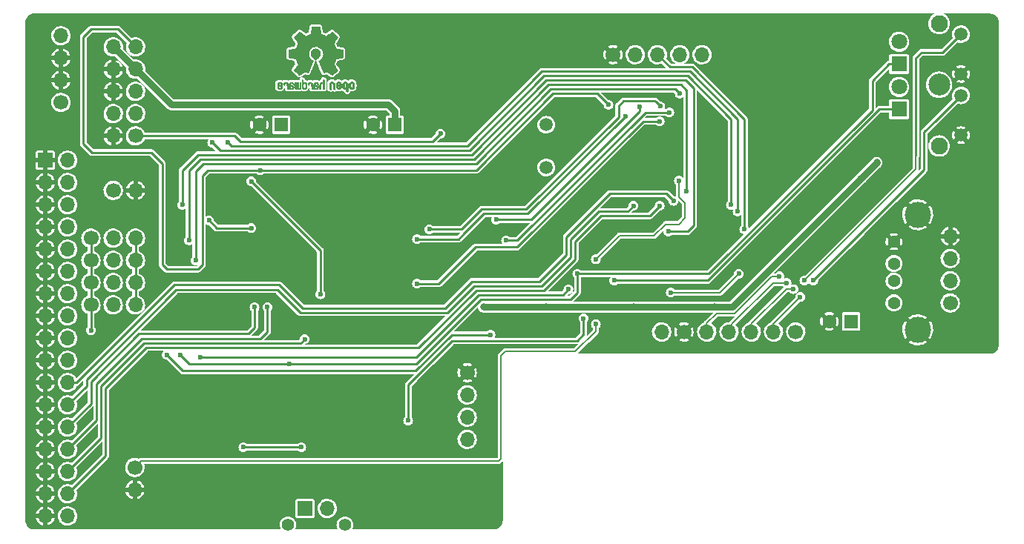
<source format=gbr>
G04 #@! TF.GenerationSoftware,KiCad,Pcbnew,(6.0.9)*
G04 #@! TF.CreationDate,2022-12-15T10:14:16-07:00*
G04 #@! TF.ProjectId,OpenFlops,4f70656e-466c-46f7-9073-2e6b69636164,1*
G04 #@! TF.SameCoordinates,PX6312cb0PY6bcb370*
G04 #@! TF.FileFunction,Copper,L2,Bot*
G04 #@! TF.FilePolarity,Positive*
%FSLAX46Y46*%
G04 Gerber Fmt 4.6, Leading zero omitted, Abs format (unit mm)*
G04 Created by KiCad (PCBNEW (6.0.9)) date 2022-12-15 10:14:16*
%MOMM*%
%LPD*%
G01*
G04 APERTURE LIST*
G04 #@! TA.AperFunction,EtchedComponent*
%ADD10C,0.010000*%
G04 #@! TD*
G04 #@! TA.AperFunction,ComponentPad*
%ADD11C,1.700000*%
G04 #@! TD*
G04 #@! TA.AperFunction,ComponentPad*
%ADD12O,1.700000X1.700000*%
G04 #@! TD*
G04 #@! TA.AperFunction,ComponentPad*
%ADD13C,1.600000*%
G04 #@! TD*
G04 #@! TA.AperFunction,ComponentPad*
%ADD14R,1.600000X1.600000*%
G04 #@! TD*
G04 #@! TA.AperFunction,ComponentPad*
%ADD15C,1.800000*%
G04 #@! TD*
G04 #@! TA.AperFunction,ComponentPad*
%ADD16R,1.800000X1.800000*%
G04 #@! TD*
G04 #@! TA.AperFunction,ComponentPad*
%ADD17R,1.700000X1.700000*%
G04 #@! TD*
G04 #@! TA.AperFunction,ComponentPad*
%ADD18C,1.500000*%
G04 #@! TD*
G04 #@! TA.AperFunction,ComponentPad*
%ADD19C,3.000000*%
G04 #@! TD*
G04 #@! TA.AperFunction,ComponentPad*
%ADD20C,1.428000*%
G04 #@! TD*
G04 #@! TA.AperFunction,ComponentPad*
%ADD21C,1.508000*%
G04 #@! TD*
G04 #@! TA.AperFunction,ComponentPad*
%ADD22C,1.950000*%
G04 #@! TD*
G04 #@! TA.AperFunction,ComponentPad*
%ADD23C,2.500000*%
G04 #@! TD*
G04 #@! TA.AperFunction,ComponentPad*
%ADD24C,5.000000*%
G04 #@! TD*
G04 #@! TA.AperFunction,ComponentPad*
%ADD25C,1.400000*%
G04 #@! TD*
G04 #@! TA.AperFunction,ViaPad*
%ADD26C,0.600000*%
G04 #@! TD*
G04 #@! TA.AperFunction,ViaPad*
%ADD27C,0.800000*%
G04 #@! TD*
G04 #@! TA.AperFunction,ViaPad*
%ADD28C,0.700000*%
G04 #@! TD*
G04 #@! TA.AperFunction,Conductor*
%ADD29C,0.200000*%
G04 #@! TD*
G04 #@! TA.AperFunction,Conductor*
%ADD30C,0.250000*%
G04 #@! TD*
G04 #@! TA.AperFunction,Conductor*
%ADD31C,0.750000*%
G04 #@! TD*
G04 APERTURE END LIST*
G36*
X24236892Y49549833D02*
G01*
X24243060Y49546419D01*
X24293447Y49507308D01*
X24338498Y49457025D01*
X24346355Y49445661D01*
X24361376Y49419140D01*
X24372107Y49387664D01*
X24379486Y49344409D01*
X24384452Y49282551D01*
X24387942Y49195267D01*
X24390893Y49075731D01*
X24391311Y49055522D01*
X24392654Y48924501D01*
X24390761Y48831704D01*
X24385605Y48776493D01*
X24377158Y48758231D01*
X24351594Y48763699D01*
X24308166Y48780267D01*
X24297940Y48785112D01*
X24281967Y48796080D01*
X24270954Y48814110D01*
X24263750Y48845604D01*
X24259208Y48896964D01*
X24256180Y48974590D01*
X24253516Y49084885D01*
X24252785Y49117125D01*
X24249965Y49218950D01*
X24246304Y49290212D01*
X24240694Y49337668D01*
X24232029Y49368075D01*
X24219202Y49388190D01*
X24201105Y49404771D01*
X24147525Y49433839D01*
X24081612Y49439436D01*
X24022635Y49417193D01*
X23980203Y49371141D01*
X23963923Y49305308D01*
X23963470Y49287413D01*
X23954578Y49255018D01*
X23928325Y49250075D01*
X23876919Y49269367D01*
X23865013Y49275554D01*
X23832835Y49311942D01*
X23832198Y49366046D01*
X23862856Y49440872D01*
X23890978Y49481650D01*
X23962883Y49539579D01*
X24051638Y49572330D01*
X24146542Y49576788D01*
X24236892Y49549833D01*
G37*
D10*
X24236892Y49549833D02*
X24243060Y49546419D01*
X24293447Y49507308D01*
X24338498Y49457025D01*
X24346355Y49445661D01*
X24361376Y49419140D01*
X24372107Y49387664D01*
X24379486Y49344409D01*
X24384452Y49282551D01*
X24387942Y49195267D01*
X24390893Y49075731D01*
X24391311Y49055522D01*
X24392654Y48924501D01*
X24390761Y48831704D01*
X24385605Y48776493D01*
X24377158Y48758231D01*
X24351594Y48763699D01*
X24308166Y48780267D01*
X24297940Y48785112D01*
X24281967Y48796080D01*
X24270954Y48814110D01*
X24263750Y48845604D01*
X24259208Y48896964D01*
X24256180Y48974590D01*
X24253516Y49084885D01*
X24252785Y49117125D01*
X24249965Y49218950D01*
X24246304Y49290212D01*
X24240694Y49337668D01*
X24232029Y49368075D01*
X24219202Y49388190D01*
X24201105Y49404771D01*
X24147525Y49433839D01*
X24081612Y49439436D01*
X24022635Y49417193D01*
X23980203Y49371141D01*
X23963923Y49305308D01*
X23963470Y49287413D01*
X23954578Y49255018D01*
X23928325Y49250075D01*
X23876919Y49269367D01*
X23865013Y49275554D01*
X23832835Y49311942D01*
X23832198Y49366046D01*
X23862856Y49440872D01*
X23890978Y49481650D01*
X23962883Y49539579D01*
X24051638Y49572330D01*
X24146542Y49576788D01*
X24236892Y49549833D01*
G36*
X28414763Y48948731D02*
G01*
X28415300Y48905198D01*
X28417019Y48759656D01*
X28417365Y48648289D01*
X28415277Y48567196D01*
X28409698Y48512478D01*
X28399567Y48480239D01*
X28383826Y48466578D01*
X28361417Y48467597D01*
X28331280Y48479397D01*
X28292355Y48498080D01*
X28284038Y48502067D01*
X28249402Y48521581D01*
X28231314Y48544798D01*
X28224392Y48583508D01*
X28223256Y48649503D01*
X28223205Y48768000D01*
X28101141Y48768000D01*
X28026055Y48771288D01*
X27967015Y48784623D01*
X27917986Y48811577D01*
X27914330Y48814212D01*
X27864581Y48858714D01*
X27829959Y48912477D01*
X27808123Y48982846D01*
X27796737Y49077170D01*
X27793959Y49183729D01*
X27988846Y49183729D01*
X27988880Y49165869D01*
X27990735Y49085252D01*
X27996693Y49032553D01*
X28008506Y48998332D01*
X28027923Y48973154D01*
X28029133Y48971951D01*
X28076858Y48939372D01*
X28123110Y48942583D01*
X28175350Y48982035D01*
X28188128Y48995518D01*
X28206949Y49023163D01*
X28217562Y49059120D01*
X28222252Y49113636D01*
X28223308Y49196958D01*
X28222394Y49247402D01*
X28212477Y49339143D01*
X28189842Y49399248D01*
X28152238Y49432100D01*
X28097416Y49442077D01*
X28074317Y49439950D01*
X28034350Y49418853D01*
X28007926Y49371839D01*
X27993330Y49294825D01*
X27988846Y49183729D01*
X27793959Y49183729D01*
X27793462Y49202794D01*
X27794187Y49294464D01*
X27797490Y49363902D01*
X27804828Y49412055D01*
X27817655Y49448134D01*
X27837423Y49481352D01*
X27855569Y49506739D01*
X27921461Y49575273D01*
X27996114Y49612495D01*
X28089904Y49624278D01*
X28197240Y49612533D01*
X28290031Y49570405D01*
X28363421Y49496102D01*
X28368954Y49488236D01*
X28381857Y49467332D01*
X28391742Y49443445D01*
X28399093Y49411418D01*
X28404394Y49366095D01*
X28408127Y49302321D01*
X28410778Y49214940D01*
X28411096Y49196958D01*
X28412828Y49098795D01*
X28414763Y48948731D01*
G37*
X28414763Y48948731D02*
X28415300Y48905198D01*
X28417019Y48759656D01*
X28417365Y48648289D01*
X28415277Y48567196D01*
X28409698Y48512478D01*
X28399567Y48480239D01*
X28383826Y48466578D01*
X28361417Y48467597D01*
X28331280Y48479397D01*
X28292355Y48498080D01*
X28284038Y48502067D01*
X28249402Y48521581D01*
X28231314Y48544798D01*
X28224392Y48583508D01*
X28223256Y48649503D01*
X28223205Y48768000D01*
X28101141Y48768000D01*
X28026055Y48771288D01*
X27967015Y48784623D01*
X27917986Y48811577D01*
X27914330Y48814212D01*
X27864581Y48858714D01*
X27829959Y48912477D01*
X27808123Y48982846D01*
X27796737Y49077170D01*
X27793959Y49183729D01*
X27988846Y49183729D01*
X27988880Y49165869D01*
X27990735Y49085252D01*
X27996693Y49032553D01*
X28008506Y48998332D01*
X28027923Y48973154D01*
X28029133Y48971951D01*
X28076858Y48939372D01*
X28123110Y48942583D01*
X28175350Y48982035D01*
X28188128Y48995518D01*
X28206949Y49023163D01*
X28217562Y49059120D01*
X28222252Y49113636D01*
X28223308Y49196958D01*
X28222394Y49247402D01*
X28212477Y49339143D01*
X28189842Y49399248D01*
X28152238Y49432100D01*
X28097416Y49442077D01*
X28074317Y49439950D01*
X28034350Y49418853D01*
X28007926Y49371839D01*
X27993330Y49294825D01*
X27988846Y49183729D01*
X27793959Y49183729D01*
X27793462Y49202794D01*
X27794187Y49294464D01*
X27797490Y49363902D01*
X27804828Y49412055D01*
X27817655Y49448134D01*
X27837423Y49481352D01*
X27855569Y49506739D01*
X27921461Y49575273D01*
X27996114Y49612495D01*
X28089904Y49624278D01*
X28197240Y49612533D01*
X28290031Y49570405D01*
X28363421Y49496102D01*
X28368954Y49488236D01*
X28381857Y49467332D01*
X28391742Y49443445D01*
X28399093Y49411418D01*
X28404394Y49366095D01*
X28408127Y49302321D01*
X28410778Y49214940D01*
X28411096Y49196958D01*
X28412828Y49098795D01*
X28414763Y48948731D01*
G36*
X26691372Y49615316D02*
G01*
X26782629Y49572431D01*
X26857416Y49498271D01*
X26872917Y49475056D01*
X26885774Y49448744D01*
X26894893Y49415580D01*
X26901102Y49369119D01*
X26905233Y49302918D01*
X26908116Y49210532D01*
X26910579Y49085515D01*
X26916697Y48738722D01*
X26865303Y48758262D01*
X26818246Y48776213D01*
X26783015Y48793489D01*
X26760017Y48815758D01*
X26746655Y48849835D01*
X26740328Y48902537D01*
X26738437Y48980677D01*
X26738385Y49091072D01*
X26738117Y49179065D01*
X26736521Y49263498D01*
X26732712Y49321166D01*
X26725820Y49359012D01*
X26714975Y49383976D01*
X26699308Y49403000D01*
X26660792Y49429847D01*
X26596091Y49439966D01*
X26532081Y49414394D01*
X26527856Y49411120D01*
X26514689Y49395993D01*
X26504975Y49371732D01*
X26497903Y49332350D01*
X26492656Y49271859D01*
X26488421Y49184271D01*
X26484385Y49063598D01*
X26474615Y48740485D01*
X26308539Y48814935D01*
X26308539Y49109938D01*
X26308883Y49190081D01*
X26311847Y49301569D01*
X26319351Y49384579D01*
X26333190Y49445801D01*
X26355155Y49491925D01*
X26387039Y49529642D01*
X26430633Y49565642D01*
X26493336Y49601911D01*
X26592117Y49625588D01*
X26691372Y49615316D01*
G37*
X26691372Y49615316D02*
X26782629Y49572431D01*
X26857416Y49498271D01*
X26872917Y49475056D01*
X26885774Y49448744D01*
X26894893Y49415580D01*
X26901102Y49369119D01*
X26905233Y49302918D01*
X26908116Y49210532D01*
X26910579Y49085515D01*
X26916697Y48738722D01*
X26865303Y48758262D01*
X26818246Y48776213D01*
X26783015Y48793489D01*
X26760017Y48815758D01*
X26746655Y48849835D01*
X26740328Y48902537D01*
X26738437Y48980677D01*
X26738385Y49091072D01*
X26738117Y49179065D01*
X26736521Y49263498D01*
X26732712Y49321166D01*
X26725820Y49359012D01*
X26714975Y49383976D01*
X26699308Y49403000D01*
X26660792Y49429847D01*
X26596091Y49439966D01*
X26532081Y49414394D01*
X26527856Y49411120D01*
X26514689Y49395993D01*
X26504975Y49371732D01*
X26497903Y49332350D01*
X26492656Y49271859D01*
X26488421Y49184271D01*
X26484385Y49063598D01*
X26474615Y48740485D01*
X26308539Y48814935D01*
X26308539Y49109938D01*
X26308883Y49190081D01*
X26311847Y49301569D01*
X26319351Y49384579D01*
X26333190Y49445801D01*
X26355155Y49491925D01*
X26387039Y49529642D01*
X26430633Y49565642D01*
X26493336Y49601911D01*
X26592117Y49625588D01*
X26691372Y49615316D01*
G36*
X24782575Y55909307D02*
G01*
X24918371Y55909193D01*
X25020576Y55908528D01*
X25094122Y55906818D01*
X25143942Y55903571D01*
X25174967Y55898294D01*
X25192129Y55890493D01*
X25200361Y55879675D01*
X25204594Y55865346D01*
X25204716Y55864832D01*
X25211672Y55831149D01*
X25224320Y55766083D01*
X25241360Y55676458D01*
X25261496Y55569096D01*
X25283429Y55450822D01*
X25285218Y55441144D01*
X25307083Y55326350D01*
X25327430Y55225520D01*
X25344934Y55144783D01*
X25358271Y55090266D01*
X25366116Y55068099D01*
X25366158Y55068064D01*
X25390884Y55055800D01*
X25441631Y55035424D01*
X25507462Y55011326D01*
X25511169Y55010017D01*
X25595331Y54978209D01*
X25693230Y54938315D01*
X25784435Y54898647D01*
X25934407Y54830580D01*
X26266499Y55057361D01*
X26289889Y55073312D01*
X26390080Y55141110D01*
X26479480Y55200792D01*
X26552745Y55248844D01*
X26604527Y55281750D01*
X26629480Y55295996D01*
X26646577Y55292730D01*
X26685395Y55267429D01*
X26745385Y55217325D01*
X26828210Y55141011D01*
X26935535Y55037078D01*
X26945139Y55027618D01*
X27030302Y54942855D01*
X27105949Y54866063D01*
X27167449Y54802053D01*
X27210173Y54755639D01*
X27229489Y54731631D01*
X27229552Y54731515D01*
X27232006Y54713237D01*
X27222956Y54683589D01*
X27200119Y54638514D01*
X27161213Y54573956D01*
X27103954Y54485860D01*
X27026059Y54370170D01*
X27012785Y54350643D01*
X26945652Y54251722D01*
X26886410Y54164152D01*
X26838588Y54093169D01*
X26805715Y54044009D01*
X26791318Y54021905D01*
X26790232Y54017223D01*
X26797044Y53982290D01*
X26817450Y53925247D01*
X26848123Y53855828D01*
X26889808Y53765041D01*
X26936352Y53657314D01*
X26975877Y53559808D01*
X26985676Y53534570D01*
X27011340Y53470130D01*
X27030193Y53425237D01*
X27038710Y53408384D01*
X27048111Y53407125D01*
X27090363Y53399841D01*
X27159521Y53387261D01*
X27248387Y53370754D01*
X27349768Y53351688D01*
X27456467Y53331431D01*
X27561288Y53311353D01*
X27657036Y53292821D01*
X27736516Y53277205D01*
X27792530Y53265873D01*
X27817885Y53260193D01*
X27822088Y53258592D01*
X27832334Y53249955D01*
X27839957Y53231567D01*
X27845338Y53198540D01*
X27848859Y53145987D01*
X27850901Y53069021D01*
X27851847Y52962754D01*
X27852077Y52822299D01*
X27852077Y52395155D01*
X27749500Y52374909D01*
X27737092Y52372482D01*
X27671199Y52359912D01*
X27580084Y52342830D01*
X27474104Y52323171D01*
X27363615Y52302868D01*
X27320105Y52294701D01*
X27222882Y52274833D01*
X27141858Y52256046D01*
X27084477Y52240141D01*
X27058187Y52228921D01*
X27046273Y52210589D01*
X27024583Y52162084D01*
X27002395Y52099308D01*
X26994585Y52075800D01*
X26965835Y51998634D01*
X26928752Y51907306D01*
X26889375Y51816907D01*
X26868315Y51769690D01*
X26838311Y51699163D01*
X26817692Y51646345D01*
X26810026Y51620088D01*
X26810452Y51618106D01*
X26824993Y51590249D01*
X26857783Y51536490D01*
X26905493Y51462037D01*
X26964798Y51372103D01*
X27032369Y51271896D01*
X27254713Y50945584D01*
X26962601Y50652984D01*
X26934349Y50624829D01*
X26847961Y50540551D01*
X26770756Y50467872D01*
X26707258Y50410888D01*
X26661990Y50373693D01*
X26639474Y50360384D01*
X26615023Y50370510D01*
X26563819Y50399579D01*
X26491747Y50444104D01*
X26404460Y50500589D01*
X26307612Y50565538D01*
X26212486Y50629686D01*
X26126669Y50686173D01*
X26056652Y50730816D01*
X26007876Y50760145D01*
X25985783Y50770692D01*
X25984488Y50770596D01*
X25955139Y50760198D01*
X25903093Y50735988D01*
X25838708Y50702751D01*
X25838032Y50702387D01*
X25752521Y50659559D01*
X25693926Y50638635D01*
X25657571Y50638577D01*
X25638775Y50658346D01*
X25630819Y50677805D01*
X25609347Y50729920D01*
X25576273Y50810036D01*
X25533356Y50913893D01*
X25482356Y51037233D01*
X25425033Y51175799D01*
X25363146Y51325330D01*
X25307052Y51461364D01*
X25249977Y51600950D01*
X25199479Y51725685D01*
X25157254Y51831328D01*
X25124995Y51913635D01*
X25104397Y51968365D01*
X25097154Y51991274D01*
X25110986Y52012282D01*
X25149412Y52047358D01*
X25203807Y52088113D01*
X25334395Y52194733D01*
X25451260Y52330975D01*
X25536780Y52480882D01*
X25590431Y52640029D01*
X25611684Y52803988D01*
X25600014Y52968333D01*
X25554894Y53128639D01*
X25475797Y53280480D01*
X25362197Y53419428D01*
X25302965Y53473540D01*
X25161054Y53569218D01*
X25009206Y53631595D01*
X24851861Y53662156D01*
X24693456Y53662385D01*
X24538429Y53633768D01*
X24391220Y53577790D01*
X24256266Y53495936D01*
X24138005Y53389691D01*
X24040877Y53260541D01*
X23969318Y53109969D01*
X23927769Y52939461D01*
X23920143Y52857278D01*
X23930634Y52679225D01*
X23977882Y52510296D01*
X24060489Y52353478D01*
X24177059Y52211755D01*
X24326193Y52088113D01*
X24378561Y52049018D01*
X24417832Y52013557D01*
X24432846Y51991308D01*
X24426859Y51971912D01*
X24407432Y51919941D01*
X24376194Y51839998D01*
X24334839Y51736327D01*
X24285061Y51613168D01*
X24228553Y51474766D01*
X24167009Y51325363D01*
X24111008Y51189980D01*
X24053184Y51050148D01*
X24001500Y50925128D01*
X23957718Y50819178D01*
X23923597Y50736559D01*
X23900898Y50681528D01*
X23891380Y50658346D01*
X23891269Y50658072D01*
X23872228Y50638497D01*
X23835694Y50638721D01*
X23776954Y50659790D01*
X23691292Y50702751D01*
X23684549Y50706369D01*
X23620938Y50738913D01*
X23570707Y50761950D01*
X23544218Y50770692D01*
X23522506Y50760361D01*
X23473984Y50731212D01*
X23404163Y50686713D01*
X23318484Y50630332D01*
X23222388Y50565538D01*
X23127706Y50502016D01*
X23040132Y50445295D01*
X22967642Y50400453D01*
X22915889Y50370984D01*
X22890526Y50360384D01*
X22886206Y50361730D01*
X22856092Y50382944D01*
X22804640Y50426763D01*
X22736375Y50489091D01*
X22655820Y50565830D01*
X22567500Y50652884D01*
X22275488Y50945383D01*
X22730360Y51614475D01*
X22661208Y51764084D01*
X22661003Y51764527D01*
X22619477Y51859899D01*
X22577044Y51966104D01*
X22542858Y52060231D01*
X22537684Y52075412D01*
X22511601Y52145891D01*
X22488081Y52200658D01*
X22471677Y52228921D01*
X22464996Y52232912D01*
X22424892Y52246303D01*
X22356795Y52263627D01*
X22268145Y52283083D01*
X22166385Y52302868D01*
X22135904Y52308449D01*
X22025628Y52328767D01*
X21922731Y52347905D01*
X21837569Y52363930D01*
X21780500Y52374909D01*
X21677923Y52395155D01*
X21677923Y52822299D01*
X21677946Y52874820D01*
X21678379Y53002953D01*
X21679659Y53098580D01*
X21682168Y53166589D01*
X21686286Y53211867D01*
X21692395Y53239303D01*
X21700878Y53253782D01*
X21712115Y53260193D01*
X21722994Y53262791D01*
X21767347Y53271978D01*
X21838106Y53286009D01*
X21928074Y53303514D01*
X22030056Y53323126D01*
X22136857Y53343475D01*
X22241281Y53363193D01*
X22336132Y53380911D01*
X22414214Y53395262D01*
X22468332Y53404876D01*
X22491291Y53408384D01*
X22492842Y53410503D01*
X22505325Y53437994D01*
X22526927Y53490594D01*
X22554123Y53559808D01*
X22591866Y53653063D01*
X22638328Y53760841D01*
X22681878Y53855828D01*
X22691858Y53877149D01*
X22719862Y53943914D01*
X22736641Y53995410D01*
X22738854Y54021905D01*
X22737713Y54023782D01*
X22719584Y54051435D01*
X22683644Y54105151D01*
X22633418Y54179697D01*
X22572430Y54269838D01*
X22504205Y54370343D01*
X22427330Y54484530D01*
X22369663Y54573230D01*
X22330426Y54638279D01*
X22307350Y54683705D01*
X22298166Y54713537D01*
X22300604Y54731805D01*
X22301424Y54733175D01*
X22323477Y54759795D01*
X22368436Y54808303D01*
X22431673Y54873892D01*
X22508559Y54951753D01*
X22594465Y55037078D01*
X22683579Y55123666D01*
X22770872Y55205053D01*
X22835018Y55259965D01*
X22877679Y55289810D01*
X22900521Y55295996D01*
X22903505Y55294606D01*
X22934936Y55275873D01*
X22991997Y55239267D01*
X23069343Y55188303D01*
X23161626Y55126496D01*
X23263502Y55057361D01*
X23595593Y54830580D01*
X23745566Y54898647D01*
X23749923Y54900619D01*
X23842000Y54940509D01*
X23939683Y54980182D01*
X24022539Y55011326D01*
X24022905Y55011455D01*
X24088685Y55035544D01*
X24139323Y55055890D01*
X24163884Y55068099D01*
X24164282Y55068542D01*
X24172619Y55093544D01*
X24186341Y55150402D01*
X24204123Y55232986D01*
X24224641Y55335169D01*
X24246571Y55450822D01*
X24247336Y55454967D01*
X24269229Y55572981D01*
X24289281Y55679849D01*
X24306192Y55768748D01*
X24318667Y55832855D01*
X24325406Y55865346D01*
X24325837Y55867147D01*
X24330273Y55881056D01*
X24339263Y55891511D01*
X24357737Y55899004D01*
X24390628Y55904028D01*
X24442868Y55907078D01*
X24519388Y55908645D01*
X24625122Y55909224D01*
X24765000Y55909308D01*
X24782575Y55909307D01*
G37*
X24782575Y55909307D02*
X24918371Y55909193D01*
X25020576Y55908528D01*
X25094122Y55906818D01*
X25143942Y55903571D01*
X25174967Y55898294D01*
X25192129Y55890493D01*
X25200361Y55879675D01*
X25204594Y55865346D01*
X25204716Y55864832D01*
X25211672Y55831149D01*
X25224320Y55766083D01*
X25241360Y55676458D01*
X25261496Y55569096D01*
X25283429Y55450822D01*
X25285218Y55441144D01*
X25307083Y55326350D01*
X25327430Y55225520D01*
X25344934Y55144783D01*
X25358271Y55090266D01*
X25366116Y55068099D01*
X25366158Y55068064D01*
X25390884Y55055800D01*
X25441631Y55035424D01*
X25507462Y55011326D01*
X25511169Y55010017D01*
X25595331Y54978209D01*
X25693230Y54938315D01*
X25784435Y54898647D01*
X25934407Y54830580D01*
X26266499Y55057361D01*
X26289889Y55073312D01*
X26390080Y55141110D01*
X26479480Y55200792D01*
X26552745Y55248844D01*
X26604527Y55281750D01*
X26629480Y55295996D01*
X26646577Y55292730D01*
X26685395Y55267429D01*
X26745385Y55217325D01*
X26828210Y55141011D01*
X26935535Y55037078D01*
X26945139Y55027618D01*
X27030302Y54942855D01*
X27105949Y54866063D01*
X27167449Y54802053D01*
X27210173Y54755639D01*
X27229489Y54731631D01*
X27229552Y54731515D01*
X27232006Y54713237D01*
X27222956Y54683589D01*
X27200119Y54638514D01*
X27161213Y54573956D01*
X27103954Y54485860D01*
X27026059Y54370170D01*
X27012785Y54350643D01*
X26945652Y54251722D01*
X26886410Y54164152D01*
X26838588Y54093169D01*
X26805715Y54044009D01*
X26791318Y54021905D01*
X26790232Y54017223D01*
X26797044Y53982290D01*
X26817450Y53925247D01*
X26848123Y53855828D01*
X26889808Y53765041D01*
X26936352Y53657314D01*
X26975877Y53559808D01*
X26985676Y53534570D01*
X27011340Y53470130D01*
X27030193Y53425237D01*
X27038710Y53408384D01*
X27048111Y53407125D01*
X27090363Y53399841D01*
X27159521Y53387261D01*
X27248387Y53370754D01*
X27349768Y53351688D01*
X27456467Y53331431D01*
X27561288Y53311353D01*
X27657036Y53292821D01*
X27736516Y53277205D01*
X27792530Y53265873D01*
X27817885Y53260193D01*
X27822088Y53258592D01*
X27832334Y53249955D01*
X27839957Y53231567D01*
X27845338Y53198540D01*
X27848859Y53145987D01*
X27850901Y53069021D01*
X27851847Y52962754D01*
X27852077Y52822299D01*
X27852077Y52395155D01*
X27749500Y52374909D01*
X27737092Y52372482D01*
X27671199Y52359912D01*
X27580084Y52342830D01*
X27474104Y52323171D01*
X27363615Y52302868D01*
X27320105Y52294701D01*
X27222882Y52274833D01*
X27141858Y52256046D01*
X27084477Y52240141D01*
X27058187Y52228921D01*
X27046273Y52210589D01*
X27024583Y52162084D01*
X27002395Y52099308D01*
X26994585Y52075800D01*
X26965835Y51998634D01*
X26928752Y51907306D01*
X26889375Y51816907D01*
X26868315Y51769690D01*
X26838311Y51699163D01*
X26817692Y51646345D01*
X26810026Y51620088D01*
X26810452Y51618106D01*
X26824993Y51590249D01*
X26857783Y51536490D01*
X26905493Y51462037D01*
X26964798Y51372103D01*
X27032369Y51271896D01*
X27254713Y50945584D01*
X26962601Y50652984D01*
X26934349Y50624829D01*
X26847961Y50540551D01*
X26770756Y50467872D01*
X26707258Y50410888D01*
X26661990Y50373693D01*
X26639474Y50360384D01*
X26615023Y50370510D01*
X26563819Y50399579D01*
X26491747Y50444104D01*
X26404460Y50500589D01*
X26307612Y50565538D01*
X26212486Y50629686D01*
X26126669Y50686173D01*
X26056652Y50730816D01*
X26007876Y50760145D01*
X25985783Y50770692D01*
X25984488Y50770596D01*
X25955139Y50760198D01*
X25903093Y50735988D01*
X25838708Y50702751D01*
X25838032Y50702387D01*
X25752521Y50659559D01*
X25693926Y50638635D01*
X25657571Y50638577D01*
X25638775Y50658346D01*
X25630819Y50677805D01*
X25609347Y50729920D01*
X25576273Y50810036D01*
X25533356Y50913893D01*
X25482356Y51037233D01*
X25425033Y51175799D01*
X25363146Y51325330D01*
X25307052Y51461364D01*
X25249977Y51600950D01*
X25199479Y51725685D01*
X25157254Y51831328D01*
X25124995Y51913635D01*
X25104397Y51968365D01*
X25097154Y51991274D01*
X25110986Y52012282D01*
X25149412Y52047358D01*
X25203807Y52088113D01*
X25334395Y52194733D01*
X25451260Y52330975D01*
X25536780Y52480882D01*
X25590431Y52640029D01*
X25611684Y52803988D01*
X25600014Y52968333D01*
X25554894Y53128639D01*
X25475797Y53280480D01*
X25362197Y53419428D01*
X25302965Y53473540D01*
X25161054Y53569218D01*
X25009206Y53631595D01*
X24851861Y53662156D01*
X24693456Y53662385D01*
X24538429Y53633768D01*
X24391220Y53577790D01*
X24256266Y53495936D01*
X24138005Y53389691D01*
X24040877Y53260541D01*
X23969318Y53109969D01*
X23927769Y52939461D01*
X23920143Y52857278D01*
X23930634Y52679225D01*
X23977882Y52510296D01*
X24060489Y52353478D01*
X24177059Y52211755D01*
X24326193Y52088113D01*
X24378561Y52049018D01*
X24417832Y52013557D01*
X24432846Y51991308D01*
X24426859Y51971912D01*
X24407432Y51919941D01*
X24376194Y51839998D01*
X24334839Y51736327D01*
X24285061Y51613168D01*
X24228553Y51474766D01*
X24167009Y51325363D01*
X24111008Y51189980D01*
X24053184Y51050148D01*
X24001500Y50925128D01*
X23957718Y50819178D01*
X23923597Y50736559D01*
X23900898Y50681528D01*
X23891380Y50658346D01*
X23891269Y50658072D01*
X23872228Y50638497D01*
X23835694Y50638721D01*
X23776954Y50659790D01*
X23691292Y50702751D01*
X23684549Y50706369D01*
X23620938Y50738913D01*
X23570707Y50761950D01*
X23544218Y50770692D01*
X23522506Y50760361D01*
X23473984Y50731212D01*
X23404163Y50686713D01*
X23318484Y50630332D01*
X23222388Y50565538D01*
X23127706Y50502016D01*
X23040132Y50445295D01*
X22967642Y50400453D01*
X22915889Y50370984D01*
X22890526Y50360384D01*
X22886206Y50361730D01*
X22856092Y50382944D01*
X22804640Y50426763D01*
X22736375Y50489091D01*
X22655820Y50565830D01*
X22567500Y50652884D01*
X22275488Y50945383D01*
X22730360Y51614475D01*
X22661208Y51764084D01*
X22661003Y51764527D01*
X22619477Y51859899D01*
X22577044Y51966104D01*
X22542858Y52060231D01*
X22537684Y52075412D01*
X22511601Y52145891D01*
X22488081Y52200658D01*
X22471677Y52228921D01*
X22464996Y52232912D01*
X22424892Y52246303D01*
X22356795Y52263627D01*
X22268145Y52283083D01*
X22166385Y52302868D01*
X22135904Y52308449D01*
X22025628Y52328767D01*
X21922731Y52347905D01*
X21837569Y52363930D01*
X21780500Y52374909D01*
X21677923Y52395155D01*
X21677923Y52822299D01*
X21677946Y52874820D01*
X21678379Y53002953D01*
X21679659Y53098580D01*
X21682168Y53166589D01*
X21686286Y53211867D01*
X21692395Y53239303D01*
X21700878Y53253782D01*
X21712115Y53260193D01*
X21722994Y53262791D01*
X21767347Y53271978D01*
X21838106Y53286009D01*
X21928074Y53303514D01*
X22030056Y53323126D01*
X22136857Y53343475D01*
X22241281Y53363193D01*
X22336132Y53380911D01*
X22414214Y53395262D01*
X22468332Y53404876D01*
X22491291Y53408384D01*
X22492842Y53410503D01*
X22505325Y53437994D01*
X22526927Y53490594D01*
X22554123Y53559808D01*
X22591866Y53653063D01*
X22638328Y53760841D01*
X22681878Y53855828D01*
X22691858Y53877149D01*
X22719862Y53943914D01*
X22736641Y53995410D01*
X22738854Y54021905D01*
X22737713Y54023782D01*
X22719584Y54051435D01*
X22683644Y54105151D01*
X22633418Y54179697D01*
X22572430Y54269838D01*
X22504205Y54370343D01*
X22427330Y54484530D01*
X22369663Y54573230D01*
X22330426Y54638279D01*
X22307350Y54683705D01*
X22298166Y54713537D01*
X22300604Y54731805D01*
X22301424Y54733175D01*
X22323477Y54759795D01*
X22368436Y54808303D01*
X22431673Y54873892D01*
X22508559Y54951753D01*
X22594465Y55037078D01*
X22683579Y55123666D01*
X22770872Y55205053D01*
X22835018Y55259965D01*
X22877679Y55289810D01*
X22900521Y55295996D01*
X22903505Y55294606D01*
X22934936Y55275873D01*
X22991997Y55239267D01*
X23069343Y55188303D01*
X23161626Y55126496D01*
X23263502Y55057361D01*
X23595593Y54830580D01*
X23745566Y54898647D01*
X23749923Y54900619D01*
X23842000Y54940509D01*
X23939683Y54980182D01*
X24022539Y55011326D01*
X24022905Y55011455D01*
X24088685Y55035544D01*
X24139323Y55055890D01*
X24163884Y55068099D01*
X24164282Y55068542D01*
X24172619Y55093544D01*
X24186341Y55150402D01*
X24204123Y55232986D01*
X24224641Y55335169D01*
X24246571Y55450822D01*
X24247336Y55454967D01*
X24269229Y55572981D01*
X24289281Y55679849D01*
X24306192Y55768748D01*
X24318667Y55832855D01*
X24325406Y55865346D01*
X24325837Y55867147D01*
X24330273Y55881056D01*
X24339263Y55891511D01*
X24357737Y55899004D01*
X24390628Y55904028D01*
X24442868Y55907078D01*
X24519388Y55908645D01*
X24625122Y55909224D01*
X24765000Y55909308D01*
X24782575Y55909307D01*
G36*
X29161135Y49166895D02*
G01*
X29160076Y49072416D01*
X29156436Y49006586D01*
X29148892Y48960606D01*
X29136122Y48925679D01*
X29116803Y48893005D01*
X29112050Y48886225D01*
X29061759Y48832769D01*
X29004457Y48792453D01*
X28975032Y48779371D01*
X28869299Y48757550D01*
X28764734Y48771664D01*
X28668368Y48819895D01*
X28587235Y48900421D01*
X28580385Y48911209D01*
X28558097Y48973847D01*
X28543079Y49061065D01*
X28535792Y49161790D01*
X28536611Y49254963D01*
X28733796Y49254963D01*
X28735349Y49125886D01*
X28735974Y49117580D01*
X28745077Y49046357D01*
X28761288Y49001191D01*
X28788660Y48970248D01*
X28834553Y48941263D01*
X28879942Y48939739D01*
X28926692Y48973154D01*
X28934824Y48981947D01*
X28950754Y49008259D01*
X28960159Y49046480D01*
X28964632Y49105651D01*
X28965769Y49194818D01*
X28963822Y49278336D01*
X28954105Y49357905D01*
X28934047Y49408192D01*
X28901240Y49434487D01*
X28853280Y49442077D01*
X28835016Y49440568D01*
X28783848Y49412893D01*
X28750035Y49350828D01*
X28733796Y49254963D01*
X28536611Y49254963D01*
X28536699Y49264948D01*
X28546262Y49359467D01*
X28564943Y49434273D01*
X28588951Y49484095D01*
X28656536Y49561591D01*
X28748114Y49609744D01*
X28860213Y49626297D01*
X28890151Y49625401D01*
X28978315Y49607071D01*
X29050733Y49560896D01*
X29117192Y49481352D01*
X29121147Y49475452D01*
X29139040Y49443712D01*
X29150678Y49407837D01*
X29157371Y49359094D01*
X29160426Y49288751D01*
X29161106Y49194818D01*
X29161154Y49188077D01*
X29161135Y49166895D01*
G37*
X29161135Y49166895D02*
X29160076Y49072416D01*
X29156436Y49006586D01*
X29148892Y48960606D01*
X29136122Y48925679D01*
X29116803Y48893005D01*
X29112050Y48886225D01*
X29061759Y48832769D01*
X29004457Y48792453D01*
X28975032Y48779371D01*
X28869299Y48757550D01*
X28764734Y48771664D01*
X28668368Y48819895D01*
X28587235Y48900421D01*
X28580385Y48911209D01*
X28558097Y48973847D01*
X28543079Y49061065D01*
X28535792Y49161790D01*
X28536611Y49254963D01*
X28733796Y49254963D01*
X28735349Y49125886D01*
X28735974Y49117580D01*
X28745077Y49046357D01*
X28761288Y49001191D01*
X28788660Y48970248D01*
X28834553Y48941263D01*
X28879942Y48939739D01*
X28926692Y48973154D01*
X28934824Y48981947D01*
X28950754Y49008259D01*
X28960159Y49046480D01*
X28964632Y49105651D01*
X28965769Y49194818D01*
X28963822Y49278336D01*
X28954105Y49357905D01*
X28934047Y49408192D01*
X28901240Y49434487D01*
X28853280Y49442077D01*
X28835016Y49440568D01*
X28783848Y49412893D01*
X28750035Y49350828D01*
X28733796Y49254963D01*
X28536611Y49254963D01*
X28536699Y49264948D01*
X28546262Y49359467D01*
X28564943Y49434273D01*
X28588951Y49484095D01*
X28656536Y49561591D01*
X28748114Y49609744D01*
X28860213Y49626297D01*
X28890151Y49625401D01*
X28978315Y49607071D01*
X29050733Y49560896D01*
X29117192Y49481352D01*
X29121147Y49475452D01*
X29139040Y49443712D01*
X29150678Y49407837D01*
X29157371Y49359094D01*
X29160426Y49288751D01*
X29161106Y49194818D01*
X29161154Y49188077D01*
X29161135Y49166895D01*
G36*
X23727839Y49092348D02*
G01*
X23716810Y48988493D01*
X23692814Y48910667D01*
X23653043Y48851240D01*
X23594688Y48802582D01*
X23539100Y48774454D01*
X23445751Y48758801D01*
X23352530Y48775916D01*
X23268272Y48823612D01*
X23201818Y48899706D01*
X23193793Y48913738D01*
X23183196Y48938321D01*
X23175335Y48969691D01*
X23169807Y49013231D01*
X23166206Y49074322D01*
X23164128Y49158345D01*
X23164064Y49165800D01*
X23299615Y49165800D01*
X23300077Y49094684D01*
X23302999Y49030359D01*
X23310221Y48988834D01*
X23323561Y48960933D01*
X23344836Y48937483D01*
X23349821Y48932975D01*
X23413863Y48899705D01*
X23481625Y48903110D01*
X23544734Y48942958D01*
X23563526Y48963602D01*
X23579254Y48990971D01*
X23588039Y49028808D01*
X23591859Y49086645D01*
X23592692Y49174014D01*
X23592281Y49240681D01*
X23589434Y49305755D01*
X23582256Y49347749D01*
X23568889Y49375937D01*
X23547472Y49399594D01*
X23534890Y49410247D01*
X23469699Y49438943D01*
X23401400Y49434425D01*
X23342098Y49396856D01*
X23329333Y49381960D01*
X23313764Y49353911D01*
X23304762Y49314742D01*
X23300617Y49255142D01*
X23299615Y49165800D01*
X23164064Y49165800D01*
X23163167Y49270680D01*
X23162919Y49416711D01*
X23162846Y49870037D01*
X23226346Y49843436D01*
X23243136Y49836155D01*
X23269859Y49819713D01*
X23285156Y49794813D01*
X23293563Y49751268D01*
X23299615Y49678894D01*
X23305144Y49613911D01*
X23312450Y49571250D01*
X23322918Y49555330D01*
X23338692Y49559600D01*
X23378890Y49574603D01*
X23450728Y49578322D01*
X23528010Y49564428D01*
X23594688Y49534495D01*
X23631371Y49506789D01*
X23678472Y49452731D01*
X23708638Y49383423D01*
X23724678Y49291235D01*
X23729191Y49174014D01*
X23729401Y49168538D01*
X23727839Y49092348D01*
G37*
X23727839Y49092348D02*
X23716810Y48988493D01*
X23692814Y48910667D01*
X23653043Y48851240D01*
X23594688Y48802582D01*
X23539100Y48774454D01*
X23445751Y48758801D01*
X23352530Y48775916D01*
X23268272Y48823612D01*
X23201818Y48899706D01*
X23193793Y48913738D01*
X23183196Y48938321D01*
X23175335Y48969691D01*
X23169807Y49013231D01*
X23166206Y49074322D01*
X23164128Y49158345D01*
X23164064Y49165800D01*
X23299615Y49165800D01*
X23300077Y49094684D01*
X23302999Y49030359D01*
X23310221Y48988834D01*
X23323561Y48960933D01*
X23344836Y48937483D01*
X23349821Y48932975D01*
X23413863Y48899705D01*
X23481625Y48903110D01*
X23544734Y48942958D01*
X23563526Y48963602D01*
X23579254Y48990971D01*
X23588039Y49028808D01*
X23591859Y49086645D01*
X23592692Y49174014D01*
X23592281Y49240681D01*
X23589434Y49305755D01*
X23582256Y49347749D01*
X23568889Y49375937D01*
X23547472Y49399594D01*
X23534890Y49410247D01*
X23469699Y49438943D01*
X23401400Y49434425D01*
X23342098Y49396856D01*
X23329333Y49381960D01*
X23313764Y49353911D01*
X23304762Y49314742D01*
X23300617Y49255142D01*
X23299615Y49165800D01*
X23164064Y49165800D01*
X23163167Y49270680D01*
X23162919Y49416711D01*
X23162846Y49870037D01*
X23226346Y49843436D01*
X23243136Y49836155D01*
X23269859Y49819713D01*
X23285156Y49794813D01*
X23293563Y49751268D01*
X23299615Y49678894D01*
X23305144Y49613911D01*
X23312450Y49571250D01*
X23322918Y49555330D01*
X23338692Y49559600D01*
X23378890Y49574603D01*
X23450728Y49578322D01*
X23528010Y49564428D01*
X23594688Y49534495D01*
X23631371Y49506789D01*
X23678472Y49452731D01*
X23708638Y49383423D01*
X23724678Y49291235D01*
X23729191Y49174014D01*
X23729401Y49168538D01*
X23727839Y49092348D01*
G36*
X21376501Y49570524D02*
G01*
X21457167Y49540560D01*
X21490714Y49518046D01*
X21524687Y49485788D01*
X21548919Y49444754D01*
X21565001Y49388892D01*
X21574521Y49312149D01*
X21579068Y49208475D01*
X21580231Y49071816D01*
X21580003Y49001195D01*
X21578860Y48904692D01*
X21576919Y48827677D01*
X21574365Y48776681D01*
X21571381Y48758231D01*
X21551962Y48764333D01*
X21512766Y48780905D01*
X21511589Y48781442D01*
X21491235Y48792097D01*
X21477546Y48806718D01*
X21469199Y48832327D01*
X21464874Y48875946D01*
X21463248Y48944597D01*
X21463000Y49045302D01*
X21462500Y49109187D01*
X21457164Y49229249D01*
X21444945Y49317191D01*
X21424552Y49377625D01*
X21394695Y49415164D01*
X21354082Y49434419D01*
X21348448Y49435761D01*
X21272378Y49436809D01*
X21213052Y49402729D01*
X21172077Y49334402D01*
X21164770Y49314649D01*
X21148114Y49270934D01*
X21139679Y49250845D01*
X21122356Y49253613D01*
X21084525Y49268635D01*
X21049240Y49293444D01*
X21033154Y49340330D01*
X21037952Y49373913D01*
X21067431Y49442033D01*
X21115098Y49505866D01*
X21170839Y49550012D01*
X21194193Y49560218D01*
X21282619Y49577282D01*
X21376501Y49570524D01*
G37*
X21376501Y49570524D02*
X21457167Y49540560D01*
X21490714Y49518046D01*
X21524687Y49485788D01*
X21548919Y49444754D01*
X21565001Y49388892D01*
X21574521Y49312149D01*
X21579068Y49208475D01*
X21580231Y49071816D01*
X21580003Y49001195D01*
X21578860Y48904692D01*
X21576919Y48827677D01*
X21574365Y48776681D01*
X21571381Y48758231D01*
X21551962Y48764333D01*
X21512766Y48780905D01*
X21511589Y48781442D01*
X21491235Y48792097D01*
X21477546Y48806718D01*
X21469199Y48832327D01*
X21464874Y48875946D01*
X21463248Y48944597D01*
X21463000Y49045302D01*
X21462500Y49109187D01*
X21457164Y49229249D01*
X21444945Y49317191D01*
X21424552Y49377625D01*
X21394695Y49415164D01*
X21354082Y49434419D01*
X21348448Y49435761D01*
X21272378Y49436809D01*
X21213052Y49402729D01*
X21172077Y49334402D01*
X21164770Y49314649D01*
X21148114Y49270934D01*
X21139679Y49250845D01*
X21122356Y49253613D01*
X21084525Y49268635D01*
X21049240Y49293444D01*
X21033154Y49340330D01*
X21037952Y49373913D01*
X21067431Y49442033D01*
X21115098Y49505866D01*
X21170839Y49550012D01*
X21194193Y49560218D01*
X21282619Y49577282D01*
X21376501Y49570524D01*
G36*
X27669574Y49095357D02*
G01*
X27666066Y49063979D01*
X27639927Y48952295D01*
X27592694Y48867358D01*
X27520862Y48802259D01*
X27516802Y48799572D01*
X27425487Y48761366D01*
X27330144Y48757966D01*
X27238274Y48787061D01*
X27157379Y48846340D01*
X27094962Y48933490D01*
X27093914Y48935591D01*
X27073173Y48989711D01*
X27057980Y49051219D01*
X27049921Y49108961D01*
X27050582Y49151785D01*
X27061548Y49168538D01*
X27071290Y49167520D01*
X27117877Y49148991D01*
X27170682Y49114919D01*
X27215603Y49075478D01*
X27238535Y49040845D01*
X27262373Y48993867D01*
X27311230Y48951138D01*
X27367963Y48934077D01*
X27388758Y48939010D01*
X27429804Y48963843D01*
X27465557Y48998315D01*
X27480846Y49029589D01*
X27480842Y49029705D01*
X27463495Y49044067D01*
X27417247Y49069975D01*
X27349067Y49103790D01*
X27265923Y49141871D01*
X27265466Y49142073D01*
X27175138Y49182291D01*
X27114592Y49211267D01*
X27077888Y49233526D01*
X27059086Y49253593D01*
X27052246Y49275991D01*
X27051429Y49305244D01*
X27057113Y49360637D01*
X27250000Y49360637D01*
X27269911Y49343223D01*
X27319521Y49317128D01*
X27320976Y49316390D01*
X27379506Y49288517D01*
X27431868Y49266281D01*
X27465086Y49256874D01*
X27478410Y49269448D01*
X27480846Y49312532D01*
X27470724Y49366153D01*
X27435631Y49414881D01*
X27384823Y49440144D01*
X27328181Y49437594D01*
X27275584Y49402880D01*
X27254910Y49378893D01*
X27250000Y49360637D01*
X27057113Y49360637D01*
X27058622Y49375346D01*
X27094184Y49470588D01*
X27153714Y49545433D01*
X27230746Y49597255D01*
X27318815Y49623427D01*
X27411454Y49621324D01*
X27502198Y49588319D01*
X27584579Y49521785D01*
X27630222Y49455945D01*
X27663008Y49361964D01*
X27668339Y49312532D01*
X27675787Y49243464D01*
X27669574Y49095357D01*
G37*
X27669574Y49095357D02*
X27666066Y49063979D01*
X27639927Y48952295D01*
X27592694Y48867358D01*
X27520862Y48802259D01*
X27516802Y48799572D01*
X27425487Y48761366D01*
X27330144Y48757966D01*
X27238274Y48787061D01*
X27157379Y48846340D01*
X27094962Y48933490D01*
X27093914Y48935591D01*
X27073173Y48989711D01*
X27057980Y49051219D01*
X27049921Y49108961D01*
X27050582Y49151785D01*
X27061548Y49168538D01*
X27071290Y49167520D01*
X27117877Y49148991D01*
X27170682Y49114919D01*
X27215603Y49075478D01*
X27238535Y49040845D01*
X27262373Y48993867D01*
X27311230Y48951138D01*
X27367963Y48934077D01*
X27388758Y48939010D01*
X27429804Y48963843D01*
X27465557Y48998315D01*
X27480846Y49029589D01*
X27480842Y49029705D01*
X27463495Y49044067D01*
X27417247Y49069975D01*
X27349067Y49103790D01*
X27265923Y49141871D01*
X27265466Y49142073D01*
X27175138Y49182291D01*
X27114592Y49211267D01*
X27077888Y49233526D01*
X27059086Y49253593D01*
X27052246Y49275991D01*
X27051429Y49305244D01*
X27057113Y49360637D01*
X27250000Y49360637D01*
X27269911Y49343223D01*
X27319521Y49317128D01*
X27320976Y49316390D01*
X27379506Y49288517D01*
X27431868Y49266281D01*
X27465086Y49256874D01*
X27478410Y49269448D01*
X27480846Y49312532D01*
X27470724Y49366153D01*
X27435631Y49414881D01*
X27384823Y49440144D01*
X27328181Y49437594D01*
X27275584Y49402880D01*
X27254910Y49378893D01*
X27250000Y49360637D01*
X27057113Y49360637D01*
X27058622Y49375346D01*
X27094184Y49470588D01*
X27153714Y49545433D01*
X27230746Y49597255D01*
X27318815Y49623427D01*
X27411454Y49621324D01*
X27502198Y49588319D01*
X27584579Y49521785D01*
X27630222Y49455945D01*
X27663008Y49361964D01*
X27668339Y49312532D01*
X27675787Y49243464D01*
X27669574Y49095357D01*
G36*
X25741923Y49815194D02*
G01*
X25741923Y49280545D01*
X25741660Y49141906D01*
X25740958Y49017195D01*
X25739883Y48911443D01*
X25738500Y48829678D01*
X25736874Y48776931D01*
X25735070Y48758231D01*
X25734364Y48758294D01*
X25710387Y48765088D01*
X25666685Y48779680D01*
X25605154Y48801130D01*
X25605154Y49076383D01*
X25604763Y49184534D01*
X25602946Y49262974D01*
X25598767Y49316353D01*
X25591286Y49351744D01*
X25579567Y49376221D01*
X25562671Y49396856D01*
X25551152Y49407830D01*
X25488864Y49438225D01*
X25420211Y49435534D01*
X25357298Y49399594D01*
X25348139Y49390675D01*
X25333471Y49372156D01*
X25323433Y49347674D01*
X25317151Y49310607D01*
X25313748Y49254333D01*
X25312349Y49172229D01*
X25312077Y49057671D01*
X25311947Y48999570D01*
X25311099Y48904007D01*
X25309594Y48827474D01*
X25307585Y48776655D01*
X25305223Y48758231D01*
X25304518Y48758294D01*
X25280541Y48765088D01*
X25236839Y48779680D01*
X25175308Y48801130D01*
X25175338Y49077642D01*
X25175384Y49102258D01*
X25177970Y49230581D01*
X25185913Y49327616D01*
X25201155Y49399943D01*
X25225636Y49454145D01*
X25261298Y49496802D01*
X25310082Y49534495D01*
X25357661Y49558090D01*
X25433732Y49576328D01*
X25508556Y49577364D01*
X25566077Y49559622D01*
X25570402Y49557171D01*
X25583738Y49557434D01*
X25592851Y49577961D01*
X25599428Y49625020D01*
X25605154Y49704880D01*
X25614923Y49868764D01*
X25741923Y49815194D01*
G37*
X25741923Y49815194D02*
X25741923Y49280545D01*
X25741660Y49141906D01*
X25740958Y49017195D01*
X25739883Y48911443D01*
X25738500Y48829678D01*
X25736874Y48776931D01*
X25735070Y48758231D01*
X25734364Y48758294D01*
X25710387Y48765088D01*
X25666685Y48779680D01*
X25605154Y48801130D01*
X25605154Y49076383D01*
X25604763Y49184534D01*
X25602946Y49262974D01*
X25598767Y49316353D01*
X25591286Y49351744D01*
X25579567Y49376221D01*
X25562671Y49396856D01*
X25551152Y49407830D01*
X25488864Y49438225D01*
X25420211Y49435534D01*
X25357298Y49399594D01*
X25348139Y49390675D01*
X25333471Y49372156D01*
X25323433Y49347674D01*
X25317151Y49310607D01*
X25313748Y49254333D01*
X25312349Y49172229D01*
X25312077Y49057671D01*
X25311947Y48999570D01*
X25311099Y48904007D01*
X25309594Y48827474D01*
X25307585Y48776655D01*
X25305223Y48758231D01*
X25304518Y48758294D01*
X25280541Y48765088D01*
X25236839Y48779680D01*
X25175308Y48801130D01*
X25175338Y49077642D01*
X25175384Y49102258D01*
X25177970Y49230581D01*
X25185913Y49327616D01*
X25201155Y49399943D01*
X25225636Y49454145D01*
X25261298Y49496802D01*
X25310082Y49534495D01*
X25357661Y49558090D01*
X25433732Y49576328D01*
X25508556Y49577364D01*
X25566077Y49559622D01*
X25570402Y49557171D01*
X25583738Y49557434D01*
X25592851Y49577961D01*
X25599428Y49625020D01*
X25605154Y49704880D01*
X25614923Y49868764D01*
X25741923Y49815194D01*
G36*
X22952998Y49572966D02*
G01*
X22995850Y49556171D01*
X23045615Y49533497D01*
X23045615Y48878467D01*
X22983785Y48816637D01*
X22969662Y48802772D01*
X22930536Y48771954D01*
X22891078Y48761972D01*
X22832362Y48766567D01*
X22808456Y48769538D01*
X22746801Y48775824D01*
X22703692Y48778328D01*
X22690905Y48777945D01*
X22638446Y48773800D01*
X22575022Y48766567D01*
X22554730Y48764082D01*
X22503610Y48763105D01*
X22466207Y48778538D01*
X22423599Y48816637D01*
X22361769Y48878467D01*
X22361769Y49228657D01*
X22362251Y49332143D01*
X22363753Y49430808D01*
X22366089Y49508932D01*
X22369071Y49560338D01*
X22372509Y49578846D01*
X22373230Y49578796D01*
X22398203Y49569587D01*
X22440399Y49549293D01*
X22497549Y49519739D01*
X22502928Y49212254D01*
X22508308Y48904769D01*
X22625539Y48904769D01*
X22630885Y49241808D01*
X22632579Y49333426D01*
X22635005Y49431351D01*
X22637634Y49509094D01*
X22640246Y49560358D01*
X22642623Y49578846D01*
X22643306Y49578781D01*
X22666996Y49571980D01*
X22710546Y49557396D01*
X22772077Y49535946D01*
X22772376Y49239896D01*
X22772676Y49188468D01*
X22774754Y49088534D01*
X22778470Y49005075D01*
X22783430Y48945623D01*
X22789240Y48917713D01*
X22810024Y48902786D01*
X22852440Y48898175D01*
X22899077Y48904769D01*
X22904423Y49241808D01*
X22906336Y49327454D01*
X22910303Y49428828D01*
X22915491Y49508345D01*
X22921499Y49560264D01*
X22927927Y49578846D01*
X22952998Y49572966D01*
G37*
X22952998Y49572966D02*
X22995850Y49556171D01*
X23045615Y49533497D01*
X23045615Y48878467D01*
X22983785Y48816637D01*
X22969662Y48802772D01*
X22930536Y48771954D01*
X22891078Y48761972D01*
X22832362Y48766567D01*
X22808456Y48769538D01*
X22746801Y48775824D01*
X22703692Y48778328D01*
X22690905Y48777945D01*
X22638446Y48773800D01*
X22575022Y48766567D01*
X22554730Y48764082D01*
X22503610Y48763105D01*
X22466207Y48778538D01*
X22423599Y48816637D01*
X22361769Y48878467D01*
X22361769Y49228657D01*
X22362251Y49332143D01*
X22363753Y49430808D01*
X22366089Y49508932D01*
X22369071Y49560338D01*
X22372509Y49578846D01*
X22373230Y49578796D01*
X22398203Y49569587D01*
X22440399Y49549293D01*
X22497549Y49519739D01*
X22502928Y49212254D01*
X22508308Y48904769D01*
X22625539Y48904769D01*
X22630885Y49241808D01*
X22632579Y49333426D01*
X22635005Y49431351D01*
X22637634Y49509094D01*
X22640246Y49560358D01*
X22642623Y49578846D01*
X22643306Y49578781D01*
X22666996Y49571980D01*
X22710546Y49557396D01*
X22772077Y49535946D01*
X22772376Y49239896D01*
X22772676Y49188468D01*
X22774754Y49088534D01*
X22778470Y49005075D01*
X22783430Y48945623D01*
X22789240Y48917713D01*
X22810024Y48902786D01*
X22852440Y48898175D01*
X22899077Y48904769D01*
X22904423Y49241808D01*
X22906336Y49327454D01*
X22910303Y49428828D01*
X22915491Y49508345D01*
X22921499Y49560264D01*
X22927927Y49578846D01*
X22952998Y49572966D01*
G36*
X22028936Y49577089D02*
G01*
X22070807Y49566453D01*
X22109791Y49539938D01*
X22159965Y49490580D01*
X22192232Y49455721D01*
X22225844Y49410466D01*
X22241003Y49368049D01*
X22244539Y49314232D01*
X22244539Y49226150D01*
X22184470Y49257213D01*
X22136867Y49295064D01*
X22104261Y49346050D01*
X22098661Y49359912D01*
X22055992Y49413642D01*
X21996707Y49440583D01*
X21932061Y49437961D01*
X21873308Y49403000D01*
X21848450Y49374606D01*
X21833970Y49338282D01*
X21849470Y49305954D01*
X21897667Y49273435D01*
X21981274Y49236539D01*
X21993962Y49231443D01*
X22070078Y49198093D01*
X22135396Y49165207D01*
X22176953Y49139231D01*
X22218576Y49092833D01*
X22246247Y49018789D01*
X22243310Y48939330D01*
X22210571Y48864132D01*
X22148841Y48802869D01*
X22098858Y48776790D01*
X22002303Y48758530D01*
X21948647Y48760993D01*
X21898976Y48774313D01*
X21879919Y48802261D01*
X21887045Y48848290D01*
X21889118Y48854376D01*
X21905556Y48886651D01*
X21932926Y48898867D01*
X21985068Y48898050D01*
X22021884Y48896939D01*
X22064961Y48906472D01*
X22094475Y48934974D01*
X22111286Y48970065D01*
X22113161Y49006825D01*
X22113074Y49007039D01*
X22091279Y49026902D01*
X22044632Y49055808D01*
X21984278Y49088114D01*
X21921360Y49118177D01*
X21867023Y49140354D01*
X21832410Y49149000D01*
X21827260Y49140533D01*
X21820778Y49100691D01*
X21816339Y49035629D01*
X21814692Y48953615D01*
X21814309Y48896847D01*
X21812505Y48825352D01*
X21809558Y48776390D01*
X21805843Y48758231D01*
X21786424Y48764333D01*
X21747227Y48780905D01*
X21697462Y48803580D01*
X21697462Y49094491D01*
X21697780Y49169060D01*
X21700789Y49282299D01*
X21708454Y49366308D01*
X21722562Y49427480D01*
X21744899Y49472205D01*
X21777253Y49506876D01*
X21821410Y49537883D01*
X21877667Y49563472D01*
X21981540Y49578846D01*
X22028936Y49577089D01*
G37*
X22028936Y49577089D02*
X22070807Y49566453D01*
X22109791Y49539938D01*
X22159965Y49490580D01*
X22192232Y49455721D01*
X22225844Y49410466D01*
X22241003Y49368049D01*
X22244539Y49314232D01*
X22244539Y49226150D01*
X22184470Y49257213D01*
X22136867Y49295064D01*
X22104261Y49346050D01*
X22098661Y49359912D01*
X22055992Y49413642D01*
X21996707Y49440583D01*
X21932061Y49437961D01*
X21873308Y49403000D01*
X21848450Y49374606D01*
X21833970Y49338282D01*
X21849470Y49305954D01*
X21897667Y49273435D01*
X21981274Y49236539D01*
X21993962Y49231443D01*
X22070078Y49198093D01*
X22135396Y49165207D01*
X22176953Y49139231D01*
X22218576Y49092833D01*
X22246247Y49018789D01*
X22243310Y48939330D01*
X22210571Y48864132D01*
X22148841Y48802869D01*
X22098858Y48776790D01*
X22002303Y48758530D01*
X21948647Y48760993D01*
X21898976Y48774313D01*
X21879919Y48802261D01*
X21887045Y48848290D01*
X21889118Y48854376D01*
X21905556Y48886651D01*
X21932926Y48898867D01*
X21985068Y48898050D01*
X22021884Y48896939D01*
X22064961Y48906472D01*
X22094475Y48934974D01*
X22111286Y48970065D01*
X22113161Y49006825D01*
X22113074Y49007039D01*
X22091279Y49026902D01*
X22044632Y49055808D01*
X21984278Y49088114D01*
X21921360Y49118177D01*
X21867023Y49140354D01*
X21832410Y49149000D01*
X21827260Y49140533D01*
X21820778Y49100691D01*
X21816339Y49035629D01*
X21814692Y48953615D01*
X21814309Y48896847D01*
X21812505Y48825352D01*
X21809558Y48776390D01*
X21805843Y48758231D01*
X21786424Y48764333D01*
X21747227Y48780905D01*
X21697462Y48803580D01*
X21697462Y49094491D01*
X21697780Y49169060D01*
X21700789Y49282299D01*
X21708454Y49366308D01*
X21722562Y49427480D01*
X21744899Y49472205D01*
X21777253Y49506876D01*
X21821410Y49537883D01*
X21877667Y49563472D01*
X21981540Y49578846D01*
X22028936Y49577089D01*
G36*
X20915413Y49112551D02*
G01*
X20910641Y49009953D01*
X20898150Y48934874D01*
X20875121Y48879252D01*
X20838732Y48835025D01*
X20786162Y48794131D01*
X20752714Y48775534D01*
X20699098Y48763009D01*
X20623780Y48763997D01*
X20581672Y48767965D01*
X20530879Y48780080D01*
X20490280Y48806415D01*
X20443049Y48855486D01*
X20436738Y48862654D01*
X20394277Y48917811D01*
X20374018Y48965850D01*
X20368846Y49022816D01*
X20368846Y49106529D01*
X20427346Y49084448D01*
X20469994Y49058636D01*
X20507064Y48998072D01*
X20514803Y48978680D01*
X20558074Y48923765D01*
X20616976Y48896121D01*
X20681111Y48898607D01*
X20740077Y48934077D01*
X20760342Y48956195D01*
X20778720Y48989564D01*
X20772971Y49019883D01*
X20739887Y49051087D01*
X20676261Y49087113D01*
X20578885Y49131897D01*
X20378615Y49219555D01*
X20373301Y49306393D01*
X20375299Y49361704D01*
X20505783Y49361704D01*
X20515688Y49327462D01*
X20560756Y49290904D01*
X20642557Y49249308D01*
X20656092Y49243282D01*
X20720818Y49215247D01*
X20769247Y49195528D01*
X20791751Y49188077D01*
X20795161Y49193562D01*
X20796529Y49227052D01*
X20791651Y49280884D01*
X20779364Y49333527D01*
X20741041Y49399849D01*
X20685720Y49437220D01*
X20619640Y49442279D01*
X20549040Y49411661D01*
X20529474Y49396352D01*
X20505783Y49361704D01*
X20375299Y49361704D01*
X20375647Y49371337D01*
X20405186Y49453410D01*
X20442472Y49498639D01*
X20519776Y49549162D01*
X20611478Y49574684D01*
X20706274Y49572664D01*
X20792859Y49540560D01*
X20811920Y49528233D01*
X20855640Y49490088D01*
X20885540Y49441833D01*
X20903968Y49376290D01*
X20913270Y49286280D01*
X20914499Y49227052D01*
X20915794Y49164624D01*
X20915413Y49112551D01*
G37*
X20915413Y49112551D02*
X20910641Y49009953D01*
X20898150Y48934874D01*
X20875121Y48879252D01*
X20838732Y48835025D01*
X20786162Y48794131D01*
X20752714Y48775534D01*
X20699098Y48763009D01*
X20623780Y48763997D01*
X20581672Y48767965D01*
X20530879Y48780080D01*
X20490280Y48806415D01*
X20443049Y48855486D01*
X20436738Y48862654D01*
X20394277Y48917811D01*
X20374018Y48965850D01*
X20368846Y49022816D01*
X20368846Y49106529D01*
X20427346Y49084448D01*
X20469994Y49058636D01*
X20507064Y48998072D01*
X20514803Y48978680D01*
X20558074Y48923765D01*
X20616976Y48896121D01*
X20681111Y48898607D01*
X20740077Y48934077D01*
X20760342Y48956195D01*
X20778720Y48989564D01*
X20772971Y49019883D01*
X20739887Y49051087D01*
X20676261Y49087113D01*
X20578885Y49131897D01*
X20378615Y49219555D01*
X20373301Y49306393D01*
X20375299Y49361704D01*
X20505783Y49361704D01*
X20515688Y49327462D01*
X20560756Y49290904D01*
X20642557Y49249308D01*
X20656092Y49243282D01*
X20720818Y49215247D01*
X20769247Y49195528D01*
X20791751Y49188077D01*
X20795161Y49193562D01*
X20796529Y49227052D01*
X20791651Y49280884D01*
X20779364Y49333527D01*
X20741041Y49399849D01*
X20685720Y49437220D01*
X20619640Y49442279D01*
X20549040Y49411661D01*
X20529474Y49396352D01*
X20505783Y49361704D01*
X20375299Y49361704D01*
X20375647Y49371337D01*
X20405186Y49453410D01*
X20442472Y49498639D01*
X20519776Y49549162D01*
X20611478Y49574684D01*
X20706274Y49572664D01*
X20792859Y49540560D01*
X20811920Y49528233D01*
X20855640Y49490088D01*
X20885540Y49441833D01*
X20903968Y49376290D01*
X20913270Y49286280D01*
X20914499Y49227052D01*
X20915794Y49164624D01*
X20915413Y49112551D01*
G36*
X24885458Y49557772D02*
G01*
X24952622Y49518611D01*
X24982169Y49488098D01*
X25038948Y49396890D01*
X25058077Y49297452D01*
X25058077Y49229040D01*
X24995191Y49255482D01*
X24951700Y49282163D01*
X24917426Y49337554D01*
X24913907Y49348976D01*
X24876028Y49407162D01*
X24818936Y49438593D01*
X24753383Y49439942D01*
X24690117Y49407884D01*
X24680672Y49399617D01*
X24649087Y49363689D01*
X24643871Y49332365D01*
X24667765Y49301609D01*
X24723510Y49267383D01*
X24813846Y49225650D01*
X24819956Y49223007D01*
X24920241Y49176245D01*
X24988735Y49134819D01*
X25030899Y49093458D01*
X25052193Y49046889D01*
X25058077Y48989840D01*
X25050366Y48926592D01*
X25011430Y48845636D01*
X24942932Y48787478D01*
X24893388Y48770017D01*
X24823469Y48760463D01*
X24755575Y48762504D01*
X24707093Y48776918D01*
X24701943Y48780507D01*
X24688267Y48805584D01*
X24697757Y48849782D01*
X24714246Y48884473D01*
X24740687Y48898916D01*
X24790834Y48898197D01*
X24860453Y48902340D01*
X24905943Y48930946D01*
X24921308Y48983896D01*
X24921294Y48985418D01*
X24911983Y49016155D01*
X24880311Y49044357D01*
X24818731Y49076864D01*
X24734986Y49116002D01*
X24679518Y49137294D01*
X24647497Y49135921D01*
X24632534Y49107797D01*
X24628242Y49048830D01*
X24628231Y48954932D01*
X24627752Y48896969D01*
X24625556Y48825388D01*
X24621986Y48776394D01*
X24617491Y48758231D01*
X24616290Y48758354D01*
X24590319Y48768198D01*
X24547305Y48788972D01*
X24487859Y48819713D01*
X24494923Y49096702D01*
X24495414Y49115072D01*
X24501025Y49244008D01*
X24510938Y49341186D01*
X24527175Y49413075D01*
X24551759Y49466148D01*
X24586715Y49506873D01*
X24634064Y49541721D01*
X24634940Y49542267D01*
X24711499Y49570697D01*
X24800044Y49575500D01*
X24885458Y49557772D01*
G37*
X24885458Y49557772D02*
X24952622Y49518611D01*
X24982169Y49488098D01*
X25038948Y49396890D01*
X25058077Y49297452D01*
X25058077Y49229040D01*
X24995191Y49255482D01*
X24951700Y49282163D01*
X24917426Y49337554D01*
X24913907Y49348976D01*
X24876028Y49407162D01*
X24818936Y49438593D01*
X24753383Y49439942D01*
X24690117Y49407884D01*
X24680672Y49399617D01*
X24649087Y49363689D01*
X24643871Y49332365D01*
X24667765Y49301609D01*
X24723510Y49267383D01*
X24813846Y49225650D01*
X24819956Y49223007D01*
X24920241Y49176245D01*
X24988735Y49134819D01*
X25030899Y49093458D01*
X25052193Y49046889D01*
X25058077Y48989840D01*
X25050366Y48926592D01*
X25011430Y48845636D01*
X24942932Y48787478D01*
X24893388Y48770017D01*
X24823469Y48760463D01*
X24755575Y48762504D01*
X24707093Y48776918D01*
X24701943Y48780507D01*
X24688267Y48805584D01*
X24697757Y48849782D01*
X24714246Y48884473D01*
X24740687Y48898916D01*
X24790834Y48898197D01*
X24860453Y48902340D01*
X24905943Y48930946D01*
X24921308Y48983896D01*
X24921294Y48985418D01*
X24911983Y49016155D01*
X24880311Y49044357D01*
X24818731Y49076864D01*
X24734986Y49116002D01*
X24679518Y49137294D01*
X24647497Y49135921D01*
X24632534Y49107797D01*
X24628242Y49048830D01*
X24628231Y48954932D01*
X24627752Y48896969D01*
X24625556Y48825388D01*
X24621986Y48776394D01*
X24617491Y48758231D01*
X24616290Y48758354D01*
X24590319Y48768198D01*
X24547305Y48788972D01*
X24487859Y48819713D01*
X24494923Y49096702D01*
X24495414Y49115072D01*
X24501025Y49244008D01*
X24510938Y49341186D01*
X24527175Y49413075D01*
X24551759Y49466148D01*
X24586715Y49506873D01*
X24634064Y49541721D01*
X24634940Y49542267D01*
X24711499Y49570697D01*
X24800044Y49575500D01*
X24885458Y49557772D01*
D11*
X4114000Y5555000D03*
D12*
X4114000Y3015000D03*
D13*
X31282000Y44704000D03*
D14*
X33782000Y44704000D03*
D13*
X18328000Y44704000D03*
D14*
X20828000Y44704000D03*
D15*
X91313000Y54168000D03*
D16*
X91313000Y51628000D03*
D12*
X-3556000Y0D03*
X-6096000Y0D03*
X-3556000Y2540000D03*
X-6096000Y2540000D03*
X-3556000Y5080000D03*
X-6096000Y5080000D03*
X-3556000Y7620000D03*
X-6096000Y7620000D03*
X-3556000Y10160000D03*
X-6096000Y10160000D03*
X-3556000Y12700000D03*
X-6096000Y12700000D03*
X-3556000Y15240000D03*
X-6096000Y15240000D03*
X-3556000Y17780000D03*
X-6096000Y17780000D03*
X-3556000Y20320000D03*
X-6096000Y20320000D03*
X-3556000Y22860000D03*
X-6096000Y22860000D03*
X-3556000Y25400000D03*
X-6096000Y25400000D03*
X-3556000Y27940000D03*
X-6096000Y27940000D03*
X-3556000Y30480000D03*
X-6096000Y30480000D03*
X-3556000Y33020000D03*
X-6096000Y33020000D03*
X-3556000Y35560000D03*
X-6096000Y35560000D03*
X-3556000Y38100000D03*
X-6096000Y38100000D03*
X-3556000Y40640000D03*
D17*
X-6096000Y40640000D03*
D18*
X51054000Y39824000D03*
X51054000Y44704000D03*
D13*
X83352000Y22225000D03*
D14*
X85852000Y22225000D03*
D19*
X93451500Y21277000D03*
X93451500Y34417000D03*
D20*
X90741500Y31347000D03*
X90741500Y28847000D03*
X90741500Y26847000D03*
X90741500Y24347000D03*
D21*
X98385000Y55051000D03*
X98385000Y50501000D03*
D22*
X95885000Y56276000D03*
D23*
X95885000Y49276000D03*
D21*
X98385000Y48051000D03*
X98385000Y43501000D03*
D22*
X95885000Y42276000D03*
X95885000Y49276000D03*
D24*
X14605000Y52387500D03*
X35687000Y52387500D03*
X14605000Y2667000D03*
X35687000Y2667000D03*
X85471000Y52387500D03*
D15*
X91313000Y49022000D03*
D16*
X91313000Y46482000D03*
D25*
X28090000Y-1016000D03*
X21590000Y-1016000D03*
D12*
X68834000Y52705000D03*
X66294000Y52705000D03*
X63754000Y52705000D03*
X61214000Y52705000D03*
D11*
X58674000Y52705000D03*
D12*
X42037000Y8763000D03*
X42037000Y11303000D03*
X42037000Y13843000D03*
D11*
X42037000Y16383000D03*
D12*
X97155000Y31967000D03*
X97155000Y29427000D03*
X97155000Y26887000D03*
D11*
X97155000Y24347000D03*
D12*
X4191000Y31750000D03*
X1651000Y31750000D03*
D11*
X-889000Y31750000D03*
D12*
X4191000Y29210000D03*
X1651000Y29210000D03*
D11*
X-889000Y29210000D03*
D12*
X4191000Y26670000D03*
X1651000Y26670000D03*
D11*
X-889000Y26670000D03*
D12*
X4191000Y24130000D03*
X1651000Y24130000D03*
D11*
X-889000Y24130000D03*
D12*
X-4318000Y54864000D03*
X-4318000Y52324000D03*
X-4318000Y49784000D03*
D11*
X-4318000Y47244000D03*
D12*
X1661000Y53594000D03*
X4201000Y53594000D03*
X1661000Y51054000D03*
X4201000Y51054000D03*
X1661000Y48514000D03*
X4201000Y48514000D03*
X1661000Y45974000D03*
X4201000Y45974000D03*
X1661000Y43434000D03*
D11*
X4201000Y43434000D03*
D12*
X4191000Y37211000D03*
D11*
X1651000Y37211000D03*
D12*
X26080000Y859000D03*
D17*
X23540000Y859000D03*
D11*
X79539000Y21030000D03*
D12*
X76999000Y21030000D03*
X74459000Y21030000D03*
X71919000Y21030000D03*
X69379000Y21030000D03*
X64224000Y21030000D03*
D11*
X66764000Y21030000D03*
D26*
X56714000Y21930000D03*
X56714000Y29330000D03*
X66214000Y38330000D03*
D27*
X21844000Y10922000D03*
X14605000Y10922000D03*
X32258000Y10922000D03*
X32258000Y13970000D03*
X37592000Y10922000D03*
X41275000Y38354000D03*
X35687000Y47244000D03*
X41275000Y49403000D03*
X46228000Y49403000D03*
X55880000Y46863000D03*
D28*
X60769500Y42672000D03*
D27*
X49276000Y42291000D03*
X44703999Y36957000D03*
X53340000Y34045000D03*
X52324000Y30226000D03*
X53594000Y22415500D03*
X58014000Y22530000D03*
X74930000Y34798000D03*
X81280000Y36068000D03*
X74549000Y40132000D03*
X84201000Y33337500D03*
X91313000Y43501000D03*
X74549000Y46101000D03*
X69088000Y46101000D03*
X13462000Y23495000D03*
X9398000Y23495000D03*
X32258000Y20066000D03*
X25273000Y20066000D03*
X27305000Y26035000D03*
X13462000Y27305000D03*
X20828000Y29337000D03*
X27940000Y30296194D03*
X20852000Y37465000D03*
X12636500Y37211000D03*
X12636500Y34925000D03*
X8509000Y39497000D03*
X8509000Y36830000D03*
X8509000Y34671000D03*
X9144000Y31750000D03*
X60071000Y33048000D03*
X62357000Y30988000D03*
X67004000Y30988000D03*
X62357000Y38227000D03*
X64914000Y38227000D03*
X58547000Y40132000D03*
X69088000Y40132000D03*
X32639000Y26543000D03*
X32639000Y29083000D03*
X34290000Y34290000D03*
X27940000Y34163000D03*
X41275000Y34290000D03*
X42545000Y31750000D03*
X38163500Y29908500D03*
X38163500Y28130500D03*
X34861500Y22415500D03*
X46609000Y22415500D03*
X47498000Y29083000D03*
X-889000Y19558000D03*
X-762000Y35560000D03*
X17780000Y34925000D03*
X24839999Y-1016000D03*
X24839999Y2921000D03*
X45339000Y27813000D03*
D28*
X12636500Y32639000D03*
D27*
X9652000Y29337000D03*
X6096000Y27940000D03*
X6096000Y30480000D03*
X2921000Y22733000D03*
D28*
X12636500Y30353000D03*
D27*
X55753000Y37465000D03*
X69088000Y29464000D03*
X58547000Y29464000D03*
X65864000Y34280000D03*
X62357000Y33020000D03*
X43307000Y5207000D03*
X44069000Y10033000D03*
X40894000Y5207000D03*
X76136500Y36004500D03*
X78676500Y33464500D03*
X81470500Y30670500D03*
X77343000Y37211000D03*
D28*
X63754000Y25527000D03*
D27*
X52314990Y46863000D03*
X20852000Y33401000D03*
X62357000Y35433000D03*
X16827500Y30289500D03*
X80264000Y29464000D03*
X77470000Y32258000D03*
X21082000Y23495000D03*
D26*
X38989000Y43679000D03*
D27*
X61004000Y23876000D03*
X51054000Y23876000D03*
X43942000Y23876000D03*
X88773000Y40386000D03*
X86931500Y38544500D03*
X70260000Y23876000D03*
D26*
X9271000Y18415000D03*
X21780500Y17399000D03*
X54610000Y27686000D03*
X-889000Y21209000D03*
X17399000Y38227000D03*
X25297000Y25340000D03*
X17399000Y32893000D03*
X12573000Y33782000D03*
X66294000Y48260000D03*
X11049000Y29210000D03*
X61004000Y35433000D03*
X17780000Y23876000D03*
X65590000Y36006000D03*
X44704000Y20701000D03*
X7747000Y18415000D03*
X11557000Y18161000D03*
X53594000Y25908000D03*
X19240500Y23876000D03*
X23495000Y20193000D03*
X64004000Y35433000D03*
X23114000Y7874000D03*
X16501000Y7874000D03*
X12954000Y42672000D03*
X72136000Y35560000D03*
X72898000Y34798000D03*
X14732000Y42672000D03*
X58166000Y46990000D03*
X18415000Y39497000D03*
X73660000Y32766000D03*
X35306000Y10922000D03*
X55314000Y22580000D03*
X9525000Y35560000D03*
X65004000Y32512000D03*
X60086010Y45665873D03*
X36322000Y31623000D03*
X37719000Y32766000D03*
X64071500Y46799500D03*
X64008000Y45085000D03*
X36322000Y26543000D03*
X45339000Y33845500D03*
X61722000Y46736000D03*
X67056000Y37084000D03*
X58801000Y26924000D03*
X10287000Y31496000D03*
X65278000Y25527000D03*
X73025000Y27686000D03*
X80518000Y26924000D03*
X81534000Y26924000D03*
X65114000Y46101000D03*
X46482000Y31496000D03*
X77654000Y27380000D03*
X78474000Y26640000D03*
X79276500Y25927500D03*
X80044000Y25020000D03*
D29*
X66864000Y34030000D02*
X66164000Y33330000D01*
X66164000Y33330000D02*
X64664000Y33330000D01*
X66864000Y35780000D02*
X66864000Y34030000D01*
X64664000Y33330000D02*
X63364000Y32030000D01*
X63364000Y32030000D02*
X59414000Y32030000D01*
X59414000Y32030000D02*
X56714000Y29330000D01*
X66214000Y36430000D02*
X66864000Y35780000D01*
X66214000Y38330000D02*
X66214000Y36430000D01*
D30*
X64766000Y36830000D02*
X64262000Y36830000D01*
X65590000Y36006000D02*
X64766000Y36830000D01*
D29*
X4839000Y6280000D02*
X4114000Y5555000D01*
X45614000Y6280000D02*
X4839000Y6280000D01*
X45864000Y6530000D02*
X45614000Y6280000D01*
X45864000Y18280000D02*
X45864000Y6530000D01*
X46364000Y18780000D02*
X45864000Y18280000D01*
X54364000Y18780000D02*
X46364000Y18780000D01*
X56714000Y21130000D02*
X54364000Y18780000D01*
X56714000Y21930000D02*
X56714000Y21130000D01*
D30*
X47752000Y31496000D02*
X46482000Y31496000D01*
X62357000Y46101000D02*
X47752000Y31496000D01*
X65114000Y46101000D02*
X62357000Y46101000D01*
D29*
X76999000Y21975000D02*
X76999000Y21030000D01*
X80044000Y25020000D02*
X76999000Y21975000D01*
X74459000Y21930000D02*
X74459000Y21030000D01*
X72234000Y21345000D02*
X71919000Y21030000D01*
X72234000Y21930000D02*
X72234000Y21345000D01*
X69379000Y22035000D02*
X69379000Y21030000D01*
D30*
X7874000Y43434000D02*
X4201000Y43434000D01*
X16129000Y42799000D02*
X15494000Y43434000D01*
X38989000Y43679000D02*
X38109000Y42799000D01*
X15494000Y43434000D02*
X7874000Y43434000D01*
X38109000Y42799000D02*
X16129000Y42799000D01*
D31*
X75946000Y27559000D02*
X75184000Y26797000D01*
X8265000Y46990000D02*
X33046000Y46990000D01*
X44704000Y23876000D02*
X43942000Y23876000D01*
X74739500Y26352500D02*
X75184000Y26797000D01*
X59436000Y23876000D02*
X61004000Y23876000D01*
X86931500Y38544500D02*
X88773000Y40386000D01*
X72263000Y23876000D02*
X75946000Y27559000D01*
X61004000Y23876000D02*
X68580000Y23876000D01*
X51054000Y23876000D02*
X59436000Y23876000D01*
X33046000Y46990000D02*
X33782000Y46254000D01*
X68580000Y23876000D02*
X72263000Y23876000D01*
X33782000Y46254000D02*
X33782000Y44704000D01*
X1661000Y53594000D02*
X4201000Y51054000D01*
X51054000Y23876000D02*
X44704000Y23876000D01*
X86931500Y38544500D02*
X75946000Y27559000D01*
X4201000Y51054000D02*
X8265000Y46990000D01*
D30*
X-889000Y29337000D02*
X-889000Y26797000D01*
X88265000Y46371998D02*
X88265000Y49730000D01*
X36195000Y17399000D02*
X43561000Y24765000D01*
X54610000Y25527000D02*
X54610000Y27686000D01*
X69579002Y27686000D02*
X88265000Y46371998D01*
X90163000Y51628000D02*
X91313000Y51628000D01*
X-889000Y21590000D02*
X-889000Y21209000D01*
X-889000Y31877000D02*
X-889000Y29337000D01*
X10287000Y17399000D02*
X21780500Y17399000D01*
X-889000Y26797000D02*
X-889000Y24257000D01*
X-889000Y24130000D02*
X-889000Y21590000D01*
X53848000Y24765000D02*
X54610000Y25527000D01*
X43561000Y24765000D02*
X53848000Y24765000D01*
X21780500Y17399000D02*
X36195000Y17399000D01*
X9271000Y18415000D02*
X10287000Y17399000D01*
X54610000Y27686000D02*
X69579002Y27686000D01*
X88265000Y49730000D02*
X90163000Y51628000D01*
X25297000Y30329000D02*
X25297000Y25340000D01*
X17399000Y38227000D02*
X25297000Y30329000D01*
X12573000Y33782000D02*
X13462000Y32893000D01*
X13843000Y32893000D02*
X17399000Y32893000D01*
X13462000Y32893000D02*
X13843000Y32893000D01*
X51562000Y48768000D02*
X43053000Y40259000D01*
X66294000Y48260000D02*
X65786000Y48768000D01*
X65786000Y48768000D02*
X51562000Y48768000D01*
X11938000Y40259000D02*
X11049000Y39370000D01*
X43053000Y40259000D02*
X11938000Y40259000D01*
X11049000Y39370000D02*
X11049000Y29210000D01*
X60369000Y34798000D02*
X61004000Y35433000D01*
X9588500Y16573500D02*
X36131500Y16573500D01*
X8826500Y25844500D02*
X20383500Y25844500D01*
X57023000Y34798000D02*
X60369000Y34798000D01*
X4572000Y20828000D02*
X17081500Y20828000D01*
X20383500Y25844500D02*
X22987000Y23241000D01*
X-889000Y15367000D02*
X4572000Y20828000D01*
X58293000Y36830000D02*
X64262000Y36830000D01*
X-1397000Y15621000D02*
X8826500Y25844500D01*
X23241000Y23749000D02*
X39497000Y23749000D01*
X-2540000Y15240000D02*
X8636000Y26416000D01*
X8636000Y26416000D02*
X20574000Y26416000D01*
X53848000Y31623000D02*
X57023000Y34798000D01*
X44640500Y20764500D02*
X44704000Y20701000D01*
X36131500Y16573500D02*
X40259000Y20701000D01*
X20574000Y26416000D02*
X23241000Y23749000D01*
X-3556000Y12700000D02*
X-1397000Y14859000D01*
X52197000Y25273000D02*
X43307000Y25273000D01*
X50292000Y26797000D02*
X53340000Y29845000D01*
X-3556000Y15240000D02*
X-2540000Y15240000D01*
X42545000Y26797000D02*
X50292000Y26797000D01*
X52959000Y25273000D02*
X53594000Y25908000D01*
X39751000Y23241000D02*
X42799000Y26289000D01*
X40259000Y20701000D02*
X44704000Y20701000D01*
X64262000Y36830000D02*
X64262000Y36826000D01*
X53340000Y29845000D02*
X53340000Y31877000D01*
X32512000Y18161000D02*
X32893000Y18161000D01*
X-3556000Y10160000D02*
X-889000Y12827000D01*
X11557000Y18161000D02*
X32512000Y18161000D01*
X-1397000Y14859000D02*
X-1397000Y15621000D01*
X22987000Y23241000D02*
X39751000Y23241000D01*
X43307000Y25273000D02*
X36195000Y18161000D01*
X39497000Y23749000D02*
X42545000Y26797000D01*
X50546000Y26289000D02*
X53848000Y29591000D01*
X36195000Y18161000D02*
X32512000Y18161000D01*
X17780000Y23876000D02*
X17780000Y21526500D01*
X42799000Y26289000D02*
X50546000Y26289000D01*
X53340000Y31877000D02*
X58293000Y36830000D01*
X53848000Y29591000D02*
X53848000Y31623000D01*
X7747000Y18415000D02*
X9588500Y16573500D01*
X-889000Y12827000D02*
X-889000Y15367000D01*
X52197000Y25273000D02*
X52959000Y25273000D01*
X17780000Y21526500D02*
X17081500Y20828000D01*
X-3556000Y7620000D02*
X-254000Y10922000D01*
X4889500Y20256500D02*
X18478500Y20256500D01*
X18478500Y20256500D02*
X19240500Y21018500D01*
X19240500Y21018500D02*
X19240500Y23876000D01*
X-254000Y10922000D02*
X-254000Y15113000D01*
X-254000Y15113000D02*
X4889500Y20256500D01*
X254000Y8890000D02*
X254000Y14859000D01*
X23050500Y19748500D02*
X23495000Y20193000D01*
X-3556000Y5080000D02*
X254000Y8890000D01*
X5143500Y19748500D02*
X23050500Y19748500D01*
X254000Y14859000D02*
X5143500Y19748500D01*
X57277000Y34290000D02*
X62865000Y34290000D01*
X62865000Y34290000D02*
X64008000Y35433000D01*
X762000Y14605000D02*
X5397500Y19240500D01*
X36512500Y19240500D02*
X43053000Y25781000D01*
X-3556000Y2540000D02*
X762000Y6858000D01*
X762000Y6858000D02*
X762000Y14605000D01*
X50800000Y25781000D02*
X54356000Y29337000D01*
X54356000Y29337000D02*
X54356000Y31369000D01*
X43053000Y25781000D02*
X50800000Y25781000D01*
X54356000Y31369000D02*
X57277000Y34290000D01*
X5397500Y19240500D02*
X36512500Y19240500D01*
X16501000Y7874000D02*
X23114000Y7874000D01*
X67183000Y50292000D02*
X50800000Y50292000D01*
X42291000Y41783000D02*
X13843000Y41783000D01*
X13843000Y41783000D02*
X12954000Y42672000D01*
X72136000Y35560000D02*
X72136000Y45339000D01*
X72136000Y45339000D02*
X67183000Y50292000D01*
X50800000Y50292000D02*
X42291000Y41783000D01*
X15113000Y42291000D02*
X14732000Y42672000D01*
X72898000Y34798000D02*
X72898000Y45339000D01*
X67437000Y50800000D02*
X50546000Y50800000D01*
X42037000Y42291000D02*
X15113000Y42291000D01*
X50546000Y50800000D02*
X42037000Y42291000D01*
X72898000Y45339000D02*
X67437000Y50800000D01*
X11811000Y28702000D02*
X11303000Y28194000D01*
X12446000Y39497000D02*
X11811000Y38862000D01*
X2169000Y55626000D02*
X4201000Y53594000D01*
X40259000Y39497000D02*
X18415000Y39497000D01*
X7239000Y28702000D02*
X7239000Y40259000D01*
X18415000Y39497000D02*
X12446000Y39497000D01*
X5969000Y41529000D02*
X-762000Y41529000D01*
X-762000Y41529000D02*
X-1778000Y42545000D01*
X51816000Y48260000D02*
X43053000Y39497000D01*
X11811000Y38862000D02*
X11811000Y28702000D01*
X-1778000Y42545000D02*
X-1778000Y54737000D01*
X11303000Y28194000D02*
X7747000Y28194000D01*
X7239000Y40259000D02*
X5969000Y41529000D01*
X-889000Y55626000D02*
X2169000Y55626000D01*
X58166000Y46990000D02*
X56896000Y48260000D01*
X43053000Y39497000D02*
X40259000Y39497000D01*
X56896000Y48260000D02*
X51816000Y48260000D01*
X-1778000Y54737000D02*
X-889000Y55626000D01*
X7747000Y28194000D02*
X7239000Y28702000D01*
X65151000Y51308000D02*
X67691000Y51308000D01*
X63754000Y52705000D02*
X65151000Y51308000D01*
X73660000Y34036000D02*
X73660000Y32766000D01*
X73660000Y45339000D02*
X73660000Y34036000D01*
X67691000Y51308000D02*
X73660000Y45339000D01*
X55314000Y22580000D02*
X55314000Y20730000D01*
X55314000Y20730000D02*
X54586500Y20002500D01*
X54586500Y20002500D02*
X40322500Y20002500D01*
X35306000Y14986000D02*
X35306000Y10922000D01*
X40322500Y20002500D02*
X35306000Y14986000D01*
X67871500Y48841500D02*
X66929000Y49784000D01*
X9525000Y35560000D02*
X9525000Y37973000D01*
X9525000Y39497000D02*
X9525000Y37973000D01*
X65004000Y32512000D02*
X67183000Y32512000D01*
X67183000Y32512000D02*
X67871500Y33200500D01*
X42545000Y41275000D02*
X11303000Y41275000D01*
X67871500Y33200500D02*
X67871500Y48841500D01*
X11303000Y41275000D02*
X9525000Y39497000D01*
X66929000Y49784000D02*
X51054000Y49784000D01*
X9525000Y37973000D02*
X9525000Y38227000D01*
X51054000Y49784000D02*
X42545000Y41275000D01*
X60086010Y45665873D02*
X48964137Y34544000D01*
X41021000Y31623000D02*
X41656000Y32258000D01*
X36322000Y31623000D02*
X41021000Y31623000D01*
X43942000Y34544000D02*
X41656000Y32258000D01*
X48964137Y34544000D02*
X43942000Y34544000D01*
X49084009Y35370991D02*
X59309000Y45595982D01*
X41402000Y32766000D02*
X42164000Y33528000D01*
X48765018Y35052000D02*
X49084009Y35370991D01*
X63563500Y47307500D02*
X64071500Y46799500D01*
X63436500Y47434500D02*
X63563500Y47307500D01*
X43688000Y35052000D02*
X48765018Y35052000D01*
X59309000Y45595982D02*
X59309000Y46863000D01*
X59309000Y46863000D02*
X59880500Y47434500D01*
X43243500Y34607500D02*
X42164000Y33528000D01*
X59880500Y47434500D02*
X63436500Y47434500D01*
X37719000Y32766000D02*
X41402000Y32766000D01*
X42164000Y33528000D02*
X41656000Y33020000D01*
X43688000Y35052000D02*
X43243500Y34607500D01*
X48957008Y35243992D02*
X49084009Y35370991D01*
X38798500Y26543000D02*
X42989500Y30734000D01*
X47752000Y30734000D02*
X62103000Y45085000D01*
X42989500Y30734000D02*
X47752000Y30734000D01*
X62103000Y45085000D02*
X64008000Y45085000D01*
X36322000Y26543000D02*
X38798500Y26543000D01*
X61468000Y45974000D02*
X49339500Y33845500D01*
X61722000Y46228000D02*
X61468000Y45974000D01*
X45402500Y33845500D02*
X45339000Y33782000D01*
X49339500Y33845500D02*
X45402500Y33845500D01*
X61722000Y46228000D02*
X61722000Y46736000D01*
X4191000Y24257000D02*
X4191000Y25459081D01*
X4191000Y25459081D02*
X4191000Y26797000D01*
X89082124Y46482000D02*
X69524124Y26924000D01*
X10287000Y39497000D02*
X10287000Y31496000D01*
X4191000Y26797000D02*
X4191000Y29337000D01*
X66421000Y49276000D02*
X51308000Y49276000D01*
X59225264Y26924000D02*
X58801000Y26924000D01*
X69524124Y26924000D02*
X59225264Y26924000D01*
X67056000Y48641000D02*
X66421000Y49276000D01*
X91313000Y46482000D02*
X89082124Y46482000D01*
X4191000Y31877000D02*
X4191000Y29337000D01*
X51308000Y49276000D02*
X42799000Y40767000D01*
X11557000Y40767000D02*
X10287000Y39497000D01*
X42799000Y40767000D02*
X11557000Y40767000D01*
X67056000Y37084000D02*
X67056000Y48641000D01*
D29*
X70866000Y25527000D02*
X70612000Y25527000D01*
X70612000Y25527000D02*
X69469000Y25527000D01*
X73025000Y27686000D02*
X70866000Y25527000D01*
X70739000Y25527000D02*
X70612000Y25527000D01*
X69469000Y25527000D02*
X65278000Y25527000D01*
X93218000Y39624000D02*
X93218000Y42037000D01*
D30*
X96293000Y52959000D02*
X93853000Y52959000D01*
X98385000Y55051000D02*
X96293000Y52959000D01*
D29*
X80518000Y26924000D02*
X93218000Y39624000D01*
D30*
X93853000Y52959000D02*
X93218000Y52324000D01*
X93218000Y52324000D02*
X93218000Y42037000D01*
X93218000Y41275000D02*
X93218000Y41148000D01*
X93218000Y42037000D02*
X93218000Y41275000D01*
X94170500Y40068500D02*
X94170500Y43836500D01*
X95588500Y45254500D02*
X98385000Y48051000D01*
X94170500Y39560500D02*
X81534000Y26924000D01*
X94170500Y40068500D02*
X94170500Y39560500D01*
X94170500Y43836500D02*
X95588500Y45254500D01*
D29*
X76814000Y27380000D02*
X77654000Y27380000D01*
X72574000Y23140000D02*
X76814000Y27380000D01*
X69379000Y22035000D02*
X70484000Y23140000D01*
X70484000Y23140000D02*
X72574000Y23140000D01*
X72234000Y21930000D02*
X76944000Y26640000D01*
X76944000Y26640000D02*
X78474000Y26640000D01*
X79276500Y25927500D02*
X78456500Y25927500D01*
X78456500Y25927500D02*
X74459000Y21930000D01*
G04 #@! TA.AperFunction,Conductor*
G36*
X95324758Y57395967D02*
G01*
X95333031Y57392540D01*
X95336457Y57384266D01*
X95333030Y57375993D01*
X95329702Y57373663D01*
X95304282Y57361809D01*
X95267902Y57344845D01*
X95267481Y57344550D01*
X95267479Y57344549D01*
X95218762Y57310437D01*
X95091674Y57221449D01*
X94939551Y57069326D01*
X94919543Y57040751D01*
X94817364Y56894824D01*
X94816155Y56893098D01*
X94781415Y56818598D01*
X94738389Y56726328D01*
X94725235Y56698120D01*
X94725102Y56697624D01*
X94725101Y56697621D01*
X94686972Y56555320D01*
X94669554Y56490316D01*
X94669510Y56489812D01*
X94669509Y56489807D01*
X94657710Y56354933D01*
X94650804Y56276000D01*
X94650849Y56275486D01*
X94669337Y56064168D01*
X94669554Y56061684D01*
X94669685Y56061194D01*
X94669686Y56061190D01*
X94724278Y55857452D01*
X94725235Y55853880D01*
X94725450Y55853420D01*
X94725451Y55853416D01*
X94772075Y55753431D01*
X94816155Y55658902D01*
X94816450Y55658481D01*
X94816451Y55658479D01*
X94841275Y55623027D01*
X94939551Y55482674D01*
X95091674Y55330551D01*
X95209025Y55248381D01*
X95262881Y55210671D01*
X95267902Y55207155D01*
X95354231Y55166899D01*
X95462416Y55116451D01*
X95462420Y55116450D01*
X95462880Y55116235D01*
X95463376Y55116102D01*
X95463379Y55116101D01*
X95670190Y55060686D01*
X95670194Y55060685D01*
X95670684Y55060554D01*
X95671188Y55060510D01*
X95671193Y55060509D01*
X95884486Y55041849D01*
X95885000Y55041804D01*
X95885514Y55041849D01*
X96098807Y55060509D01*
X96098812Y55060510D01*
X96099316Y55060554D01*
X96099806Y55060685D01*
X96099810Y55060686D01*
X96306621Y55116101D01*
X96306624Y55116102D01*
X96307120Y55116235D01*
X96307580Y55116450D01*
X96307584Y55116451D01*
X96415769Y55166899D01*
X96502098Y55207155D01*
X96507120Y55210671D01*
X96560975Y55248381D01*
X96678326Y55330551D01*
X96830449Y55482674D01*
X96928725Y55623027D01*
X96953549Y55658479D01*
X96953550Y55658481D01*
X96953845Y55658902D01*
X96997925Y55753431D01*
X97044549Y55853416D01*
X97044550Y55853420D01*
X97044765Y55853880D01*
X97045722Y55857452D01*
X97100314Y56061190D01*
X97100315Y56061194D01*
X97100446Y56061684D01*
X97100664Y56064168D01*
X97119151Y56275486D01*
X97119196Y56276000D01*
X97112290Y56354933D01*
X97100491Y56489807D01*
X97100490Y56489812D01*
X97100446Y56490316D01*
X97083029Y56555320D01*
X97044899Y56697621D01*
X97044898Y56697624D01*
X97044765Y56698120D01*
X97031612Y56726328D01*
X96988585Y56818598D01*
X96953845Y56893098D01*
X96952637Y56894824D01*
X96850457Y57040751D01*
X96830449Y57069326D01*
X96678326Y57221449D01*
X96551238Y57310437D01*
X96502521Y57344549D01*
X96502519Y57344550D01*
X96502098Y57344845D01*
X96440474Y57373581D01*
X96434425Y57380183D01*
X96434815Y57389130D01*
X96441417Y57395179D01*
X96445420Y57395885D01*
X101667774Y57395502D01*
X101670056Y57395277D01*
X101694000Y57390514D01*
X101695131Y57390739D01*
X101695132Y57390739D01*
X101709773Y57393651D01*
X101713075Y57393831D01*
X101869320Y57380161D01*
X101871328Y57379807D01*
X102040328Y57334524D01*
X102042246Y57333827D01*
X102183668Y57267881D01*
X102200824Y57259881D01*
X102202590Y57258861D01*
X102345914Y57158504D01*
X102347476Y57157193D01*
X102471193Y57033476D01*
X102472504Y57031914D01*
X102572861Y56888590D01*
X102573881Y56886824D01*
X102647827Y56728245D01*
X102648524Y56726328D01*
X102693807Y56557328D01*
X102694161Y56555320D01*
X102707831Y56399075D01*
X102707651Y56395773D01*
X102706219Y56388572D01*
X102704514Y56380000D01*
X102704739Y56378869D01*
X102709275Y56356064D01*
X102709500Y56353782D01*
X102709500Y19576218D01*
X102709275Y19573936D01*
X102704514Y19550000D01*
X102704739Y19548869D01*
X102704739Y19548868D01*
X102707651Y19534227D01*
X102707831Y19530925D01*
X102694161Y19374680D01*
X102693807Y19372672D01*
X102648524Y19203672D01*
X102647827Y19201755D01*
X102585747Y19068622D01*
X102573881Y19043176D01*
X102572861Y19041410D01*
X102472504Y18898086D01*
X102471193Y18896524D01*
X102347476Y18772807D01*
X102345913Y18771496D01*
X102236156Y18694642D01*
X102202590Y18671139D01*
X102200826Y18670120D01*
X102148352Y18645651D01*
X102042245Y18596173D01*
X102040328Y18595476D01*
X101871328Y18550193D01*
X101869320Y18549839D01*
X101713075Y18536169D01*
X101709773Y18536349D01*
X101695132Y18539261D01*
X101695131Y18539261D01*
X101694000Y18539486D01*
X101670081Y18534728D01*
X101667800Y18534503D01*
X78710626Y18537900D01*
X54655043Y18541460D01*
X54646771Y18544888D01*
X54643345Y18553162D01*
X54646772Y18561433D01*
X55955448Y19870110D01*
X92404785Y19870110D01*
X92405205Y19869095D01*
X92519060Y19785613D01*
X92519802Y19785149D01*
X92749746Y19664171D01*
X92750545Y19663823D01*
X92995852Y19578158D01*
X92996682Y19577936D01*
X93251962Y19529469D01*
X93252817Y19529372D01*
X93512447Y19519170D01*
X93513324Y19519201D01*
X93771601Y19547487D01*
X93772461Y19547647D01*
X94023726Y19613799D01*
X94024545Y19614081D01*
X94263285Y19716652D01*
X94264044Y19717047D01*
X94484992Y19853774D01*
X94485700Y19854288D01*
X94499792Y19866217D01*
X94500607Y19867801D01*
X94500193Y19869096D01*
X93453146Y20916144D01*
X93451500Y20916826D01*
X93449854Y20916144D01*
X92405467Y19871756D01*
X92404785Y19870110D01*
X55955448Y19870110D01*
X56937024Y20851686D01*
X56938950Y20853242D01*
X56955070Y20863651D01*
X56955882Y20864175D01*
X56979174Y20893721D01*
X56980089Y20894751D01*
X56985494Y20900156D01*
X56986240Y20901199D01*
X56991039Y20907915D01*
X56997438Y20916869D01*
X56997762Y20917300D01*
X57003482Y20924555D01*
X57028946Y20956857D01*
X57031227Y20963353D01*
X57032747Y20966278D01*
X57036187Y20971092D01*
X57036189Y20971095D01*
X57036753Y20971885D01*
X57037031Y20972813D01*
X57037032Y20972816D01*
X57051186Y21020146D01*
X57051356Y21020671D01*
X57064829Y21059036D01*
X63115148Y21059036D01*
X63115183Y21058502D01*
X63115183Y21058501D01*
X63117679Y21020422D01*
X63128424Y20856478D01*
X63178392Y20659731D01*
X63263377Y20475384D01*
X63263686Y20474947D01*
X63373437Y20319652D01*
X63380533Y20309611D01*
X63525938Y20167965D01*
X63526384Y20167667D01*
X63694272Y20055487D01*
X63694275Y20055486D01*
X63694720Y20055188D01*
X63881228Y19975058D01*
X63881748Y19974940D01*
X63881752Y19974939D01*
X63994567Y19949412D01*
X64079216Y19930258D01*
X64079746Y19930237D01*
X64079747Y19930237D01*
X64281517Y19922309D01*
X64281518Y19922309D01*
X64282053Y19922288D01*
X64341256Y19930872D01*
X64482410Y19951338D01*
X64482414Y19951339D01*
X64482945Y19951416D01*
X64675165Y20016666D01*
X64806334Y20090124D01*
X66184298Y20090124D01*
X66184667Y20089233D01*
X66234512Y20055928D01*
X66235454Y20055417D01*
X66420888Y19975748D01*
X66421908Y19975416D01*
X66618766Y19930872D01*
X66619813Y19930734D01*
X66821490Y19922810D01*
X66822556Y19922866D01*
X67022293Y19951826D01*
X67023340Y19952078D01*
X67214456Y20016954D01*
X67215426Y20017386D01*
X67342866Y20088756D01*
X67343969Y20090155D01*
X67343880Y20090910D01*
X66765646Y20669144D01*
X66764000Y20669826D01*
X66762354Y20669144D01*
X66184980Y20091770D01*
X66184298Y20090124D01*
X64806334Y20090124D01*
X64852276Y20115853D01*
X65008345Y20245655D01*
X65138147Y20401724D01*
X65237334Y20578835D01*
X65302584Y20771055D01*
X65302737Y20772104D01*
X65325640Y20930071D01*
X65331712Y20971947D01*
X65333232Y21030000D01*
X65330614Y21058488D01*
X65655685Y21058488D01*
X65668885Y20857091D01*
X65669052Y20856036D01*
X65718734Y20660415D01*
X65719089Y20659412D01*
X65803586Y20476126D01*
X65804121Y20475198D01*
X65821770Y20450225D01*
X65823278Y20449274D01*
X65824294Y20449504D01*
X66403144Y21028354D01*
X66403826Y21030000D01*
X67124174Y21030000D01*
X67124856Y21028354D01*
X67702461Y20450749D01*
X67704107Y20450067D01*
X67704810Y20450358D01*
X67776614Y20578574D01*
X67777046Y20579544D01*
X67841922Y20770660D01*
X67842174Y20771707D01*
X67871161Y20971630D01*
X67871220Y20972322D01*
X67872721Y21029652D01*
X67872698Y21030346D01*
X67854213Y21231521D01*
X67854020Y21232560D01*
X67799235Y21426815D01*
X67798850Y21427818D01*
X67709587Y21608824D01*
X67709025Y21609742D01*
X67707821Y21611354D01*
X67706291Y21612265D01*
X67705198Y21611988D01*
X67124856Y21031646D01*
X67124174Y21030000D01*
X66403826Y21030000D01*
X66403144Y21031646D01*
X65824338Y21610452D01*
X65822692Y21611134D01*
X65822044Y21610865D01*
X65739918Y21454769D01*
X65739508Y21453782D01*
X65679657Y21261031D01*
X65679435Y21259983D01*
X65655713Y21059555D01*
X65655685Y21058488D01*
X65330614Y21058488D01*
X65323325Y21137823D01*
X65314707Y21231612D01*
X65314706Y21231616D01*
X65314658Y21232141D01*
X65259557Y21427513D01*
X65169776Y21609572D01*
X65048320Y21772221D01*
X65038458Y21781338D01*
X64967504Y21846927D01*
X64899258Y21910013D01*
X64867581Y21930000D01*
X64805390Y21969239D01*
X66184668Y21969239D01*
X66184786Y21968424D01*
X66762354Y21390856D01*
X66764000Y21390174D01*
X66765646Y21390856D01*
X67342547Y21967757D01*
X67343229Y21969403D01*
X67342888Y21970226D01*
X67267807Y22017599D01*
X67266853Y22018085D01*
X67079397Y22092872D01*
X67078368Y22093177D01*
X66880423Y22132551D01*
X66879355Y22132663D01*
X66677547Y22135305D01*
X66676480Y22135221D01*
X66477570Y22101042D01*
X66476538Y22100766D01*
X66287177Y22030907D01*
X66286220Y22030450D01*
X66185735Y21970668D01*
X66184668Y21969239D01*
X64805390Y21969239D01*
X64771026Y21990921D01*
X64727581Y22018333D01*
X64714064Y22023726D01*
X64589916Y22073256D01*
X64539039Y22093554D01*
X64538522Y22093657D01*
X64538518Y22093658D01*
X64340475Y22133051D01*
X64340473Y22133051D01*
X64339946Y22133156D01*
X64207417Y22134891D01*
X64137508Y22135806D01*
X64136971Y22135813D01*
X64136442Y22135722D01*
X64136441Y22135722D01*
X64036940Y22118624D01*
X63936910Y22101436D01*
X63936410Y22101252D01*
X63936408Y22101251D01*
X63746961Y22031360D01*
X63746958Y22031359D01*
X63746463Y22031176D01*
X63746005Y22030903D01*
X63746004Y22030903D01*
X63724876Y22018333D01*
X63572010Y21927388D01*
X63571613Y21927040D01*
X63571609Y21927037D01*
X63466213Y21834606D01*
X63419392Y21793545D01*
X63386868Y21752288D01*
X63296657Y21637856D01*
X63293720Y21634131D01*
X63199203Y21454485D01*
X63199045Y21453977D01*
X63199044Y21453974D01*
X63143034Y21273591D01*
X63139007Y21260622D01*
X63115148Y21059036D01*
X57064829Y21059036D01*
X57067806Y21067513D01*
X57067806Y21067514D01*
X57068050Y21068208D01*
X57068114Y21068943D01*
X57068478Y21073144D01*
X57068479Y21073156D01*
X57068500Y21073404D01*
X57068500Y21076330D01*
X57068991Y21079682D01*
X57070290Y21084024D01*
X57070290Y21084026D01*
X57070568Y21084955D01*
X57070116Y21096474D01*
X57068509Y21137364D01*
X57068500Y21137823D01*
X57068500Y21497315D01*
X57071927Y21505588D01*
X57073077Y21506597D01*
X57108868Y21534061D01*
X57109474Y21534526D01*
X57198355Y21650358D01*
X57198649Y21651067D01*
X57198651Y21651071D01*
X57252609Y21781338D01*
X57254228Y21785246D01*
X57273285Y21930000D01*
X57254228Y22074754D01*
X57245160Y22096647D01*
X57198651Y22208929D01*
X57198649Y22208933D01*
X57198355Y22209642D01*
X57109474Y22325474D01*
X56993643Y22414355D01*
X56992934Y22414649D01*
X56992930Y22414651D01*
X56859466Y22469933D01*
X56859467Y22469933D01*
X56858754Y22470228D01*
X56714000Y22489285D01*
X56569246Y22470228D01*
X56568533Y22469933D01*
X56568534Y22469933D01*
X56435071Y22414651D01*
X56435067Y22414649D01*
X56434358Y22414355D01*
X56318526Y22325474D01*
X56229645Y22209642D01*
X56229351Y22208933D01*
X56229349Y22208929D01*
X56182840Y22096647D01*
X56173772Y22074754D01*
X56154715Y21930000D01*
X56173772Y21785246D01*
X56175391Y21781338D01*
X56229349Y21651071D01*
X56229351Y21651067D01*
X56229645Y21650358D01*
X56318526Y21534526D01*
X56319132Y21534061D01*
X56354923Y21506597D01*
X56359400Y21498842D01*
X56359500Y21497315D01*
X56359500Y21281685D01*
X56356073Y21273412D01*
X55700405Y20617743D01*
X55692132Y20614316D01*
X55683859Y20617743D01*
X55680432Y20626016D01*
X55681093Y20629893D01*
X55692774Y20663156D01*
X55693018Y20663851D01*
X55693436Y20668672D01*
X55693478Y20669156D01*
X55693479Y20669168D01*
X55693500Y20669416D01*
X55693500Y20672668D01*
X55693991Y20676020D01*
X55695435Y20680847D01*
X55695435Y20680849D01*
X55695713Y20681778D01*
X55693509Y20737875D01*
X55693500Y20738334D01*
X55693500Y22166500D01*
X55696927Y22174773D01*
X55698078Y22175782D01*
X55708865Y22184059D01*
X55709474Y22184526D01*
X55711910Y22187700D01*
X55771366Y22265185D01*
X55798355Y22300358D01*
X55798649Y22301067D01*
X55798651Y22301071D01*
X55853933Y22434534D01*
X55854228Y22435246D01*
X55873285Y22580000D01*
X55854228Y22724754D01*
X55836395Y22767806D01*
X55798651Y22858929D01*
X55798649Y22858933D01*
X55798355Y22859642D01*
X55709474Y22975474D01*
X55593643Y23064355D01*
X55592934Y23064649D01*
X55592930Y23064651D01*
X55459466Y23119933D01*
X55459467Y23119933D01*
X55458754Y23120228D01*
X55314000Y23139285D01*
X55169246Y23120228D01*
X55168533Y23119933D01*
X55168534Y23119933D01*
X55035071Y23064651D01*
X55035067Y23064649D01*
X55034358Y23064355D01*
X54918526Y22975474D01*
X54829645Y22859642D01*
X54829351Y22858933D01*
X54829349Y22858929D01*
X54791605Y22767806D01*
X54773772Y22724754D01*
X54754715Y22580000D01*
X54773772Y22435246D01*
X54774067Y22434534D01*
X54829349Y22301071D01*
X54829351Y22301067D01*
X54829645Y22300358D01*
X54856634Y22265185D01*
X54916091Y22187700D01*
X54918526Y22184526D01*
X54919135Y22184059D01*
X54929922Y22175782D01*
X54934400Y22168027D01*
X54934500Y22166500D01*
X54934500Y20892040D01*
X54931073Y20883767D01*
X54432733Y20385427D01*
X54424460Y20382000D01*
X45181879Y20382000D01*
X45173606Y20385427D01*
X45170179Y20393700D01*
X45172596Y20400820D01*
X45188355Y20421358D01*
X45244228Y20556246D01*
X45263285Y20701000D01*
X45244228Y20845754D01*
X45223933Y20894751D01*
X45188651Y20979929D01*
X45188649Y20979933D01*
X45188355Y20980642D01*
X45099474Y21096474D01*
X44983643Y21185355D01*
X44982934Y21185649D01*
X44982930Y21185651D01*
X44849466Y21240933D01*
X44849467Y21240933D01*
X44848754Y21241228D01*
X44704000Y21260285D01*
X44559246Y21241228D01*
X44558533Y21240933D01*
X44558534Y21240933D01*
X44425071Y21185651D01*
X44425067Y21185649D01*
X44424358Y21185355D01*
X44399362Y21166175D01*
X44313738Y21100473D01*
X44308526Y21096474D01*
X44308059Y21095865D01*
X44299782Y21085078D01*
X44292027Y21080600D01*
X44290500Y21080500D01*
X40441440Y21080500D01*
X40433167Y21083927D01*
X40429740Y21092200D01*
X40433167Y21100473D01*
X43268535Y23935841D01*
X43276808Y23939268D01*
X43285081Y23935841D01*
X43288508Y23927568D01*
X43288408Y23926041D01*
X43282729Y23882904D01*
X43282806Y23882206D01*
X43282806Y23882204D01*
X43299473Y23731246D01*
X43300113Y23725447D01*
X43354553Y23576681D01*
X43354944Y23576100D01*
X43354944Y23576099D01*
X43363978Y23562655D01*
X43442908Y23445195D01*
X43443430Y23444720D01*
X43552302Y23345655D01*
X43560076Y23338581D01*
X43699293Y23262992D01*
X43852522Y23222793D01*
X43853221Y23222782D01*
X44010212Y23220316D01*
X44010916Y23220305D01*
X44011600Y23220462D01*
X44011603Y23220462D01*
X44124001Y23246205D01*
X44126613Y23246500D01*
X50872648Y23246500D01*
X50875617Y23246117D01*
X50964522Y23222793D01*
X50965221Y23222782D01*
X51122212Y23220316D01*
X51122916Y23220305D01*
X51123600Y23220462D01*
X51123603Y23220462D01*
X51236001Y23246205D01*
X51238613Y23246500D01*
X60822648Y23246500D01*
X60825617Y23246117D01*
X60914522Y23222793D01*
X60915221Y23222782D01*
X61072212Y23220316D01*
X61072916Y23220305D01*
X61073600Y23220462D01*
X61073603Y23220462D01*
X61186001Y23246205D01*
X61188613Y23246500D01*
X70060915Y23246500D01*
X70069188Y23243073D01*
X70072615Y23234800D01*
X70069188Y23226527D01*
X69155976Y22313314D01*
X69154050Y22311758D01*
X69137118Y22300825D01*
X69136519Y22300065D01*
X69113826Y22271279D01*
X69112911Y22270249D01*
X69107506Y22264844D01*
X69107229Y22264456D01*
X69107227Y22264454D01*
X69095569Y22248140D01*
X69095246Y22247710D01*
X69064054Y22208143D01*
X69063568Y22206758D01*
X69061773Y22201647D01*
X69060253Y22198722D01*
X69056813Y22193908D01*
X69056811Y22193905D01*
X69056247Y22193115D01*
X69055969Y22192187D01*
X69055968Y22192184D01*
X69041814Y22144854D01*
X69041644Y22144329D01*
X69026346Y22100766D01*
X69024950Y22096792D01*
X69024887Y22096060D01*
X69024886Y22096057D01*
X69024522Y22091856D01*
X69024522Y22091844D01*
X69024500Y22091596D01*
X69024500Y22088670D01*
X69024009Y22085318D01*
X69022682Y22080881D01*
X69017029Y22073936D01*
X69015523Y22073256D01*
X68901961Y22031360D01*
X68901958Y22031359D01*
X68901463Y22031176D01*
X68901005Y22030903D01*
X68901004Y22030903D01*
X68879876Y22018333D01*
X68727010Y21927388D01*
X68726613Y21927040D01*
X68726609Y21927037D01*
X68621213Y21834606D01*
X68574392Y21793545D01*
X68541868Y21752288D01*
X68451657Y21637856D01*
X68448720Y21634131D01*
X68354203Y21454485D01*
X68354045Y21453977D01*
X68354044Y21453974D01*
X68298034Y21273591D01*
X68294007Y21260622D01*
X68270148Y21059036D01*
X68270183Y21058502D01*
X68270183Y21058501D01*
X68272679Y21020422D01*
X68283424Y20856478D01*
X68333392Y20659731D01*
X68418377Y20475384D01*
X68418686Y20474947D01*
X68528437Y20319652D01*
X68535533Y20309611D01*
X68680938Y20167965D01*
X68681384Y20167667D01*
X68849272Y20055487D01*
X68849275Y20055486D01*
X68849720Y20055188D01*
X69036228Y19975058D01*
X69036748Y19974940D01*
X69036752Y19974939D01*
X69149567Y19949412D01*
X69234216Y19930258D01*
X69234746Y19930237D01*
X69234747Y19930237D01*
X69436517Y19922309D01*
X69436518Y19922309D01*
X69437053Y19922288D01*
X69496256Y19930872D01*
X69637410Y19951338D01*
X69637414Y19951339D01*
X69637945Y19951416D01*
X69830165Y20016666D01*
X70007276Y20115853D01*
X70163345Y20245655D01*
X70293147Y20401724D01*
X70392334Y20578835D01*
X70457584Y20771055D01*
X70457737Y20772104D01*
X70480640Y20930071D01*
X70486712Y20971947D01*
X70488232Y21030000D01*
X70478325Y21137823D01*
X70469707Y21231612D01*
X70469706Y21231616D01*
X70469658Y21232141D01*
X70414557Y21427513D01*
X70324776Y21609572D01*
X70203320Y21772221D01*
X70193458Y21781338D01*
X70122504Y21846927D01*
X70054258Y21910013D01*
X70027277Y21927037D01*
X69883371Y22017835D01*
X69878202Y22025148D01*
X69879719Y22033973D01*
X69881341Y22036003D01*
X70627411Y22782073D01*
X70635684Y22785500D01*
X72534909Y22785500D01*
X72537371Y22785238D01*
X72556125Y22781200D01*
X72556128Y22781200D01*
X72556211Y22781182D01*
X72557070Y22780997D01*
X72557027Y22780798D01*
X72564280Y22777385D01*
X72567313Y22768960D01*
X72563899Y22761238D01*
X72010976Y22208314D01*
X72009050Y22206758D01*
X71992118Y22195825D01*
X71991519Y22195065D01*
X71968826Y22166279D01*
X71967911Y22165249D01*
X71962506Y22159844D01*
X71951419Y22144329D01*
X71950569Y22143140D01*
X71950256Y22142723D01*
X71947803Y22139611D01*
X71947227Y22138881D01*
X71939413Y22134507D01*
X71937887Y22134427D01*
X71832508Y22135806D01*
X71831971Y22135813D01*
X71831442Y22135722D01*
X71831441Y22135722D01*
X71731940Y22118624D01*
X71631910Y22101436D01*
X71631410Y22101252D01*
X71631408Y22101251D01*
X71441961Y22031360D01*
X71441958Y22031359D01*
X71441463Y22031176D01*
X71441005Y22030903D01*
X71441004Y22030903D01*
X71419876Y22018333D01*
X71267010Y21927388D01*
X71266613Y21927040D01*
X71266609Y21927037D01*
X71161213Y21834606D01*
X71114392Y21793545D01*
X71081868Y21752288D01*
X70991657Y21637856D01*
X70988720Y21634131D01*
X70894203Y21454485D01*
X70894045Y21453977D01*
X70894044Y21453974D01*
X70838034Y21273591D01*
X70834007Y21260622D01*
X70810148Y21059036D01*
X70810183Y21058502D01*
X70810183Y21058501D01*
X70812679Y21020422D01*
X70823424Y20856478D01*
X70873392Y20659731D01*
X70958377Y20475384D01*
X70958686Y20474947D01*
X71068437Y20319652D01*
X71075533Y20309611D01*
X71220938Y20167965D01*
X71221384Y20167667D01*
X71389272Y20055487D01*
X71389275Y20055486D01*
X71389720Y20055188D01*
X71576228Y19975058D01*
X71576748Y19974940D01*
X71576752Y19974939D01*
X71689567Y19949412D01*
X71774216Y19930258D01*
X71774746Y19930237D01*
X71774747Y19930237D01*
X71976517Y19922309D01*
X71976518Y19922309D01*
X71977053Y19922288D01*
X72036256Y19930872D01*
X72177410Y19951338D01*
X72177414Y19951339D01*
X72177945Y19951416D01*
X72370165Y20016666D01*
X72547276Y20115853D01*
X72703345Y20245655D01*
X72833147Y20401724D01*
X72932334Y20578835D01*
X72997584Y20771055D01*
X72997737Y20772104D01*
X73020640Y20930071D01*
X73026712Y20971947D01*
X73028232Y21030000D01*
X73018325Y21137823D01*
X73009707Y21231612D01*
X73009706Y21231616D01*
X73009658Y21232141D01*
X72954557Y21427513D01*
X72864776Y21609572D01*
X72743320Y21772221D01*
X72742931Y21772581D01*
X72666120Y21843585D01*
X72662371Y21851718D01*
X72665789Y21860450D01*
X77087411Y26282073D01*
X77095684Y26285500D01*
X78041317Y26285500D01*
X78049590Y26282073D01*
X78050597Y26280924D01*
X78078526Y26244526D01*
X78079132Y26244061D01*
X78079133Y26244060D01*
X78177520Y26168564D01*
X78181997Y26160809D01*
X78179679Y26152159D01*
X78178670Y26151009D01*
X74235976Y22208314D01*
X74234050Y22206758D01*
X74217118Y22195825D01*
X74216519Y22195065D01*
X74193826Y22166279D01*
X74192911Y22165249D01*
X74187506Y22159844D01*
X74176419Y22144329D01*
X74175569Y22143140D01*
X74175246Y22142710D01*
X74144054Y22103143D01*
X74142068Y22097487D01*
X74141773Y22096647D01*
X74140253Y22093721D01*
X74138499Y22091267D01*
X74133030Y22087093D01*
X73981961Y22031360D01*
X73981958Y22031359D01*
X73981463Y22031176D01*
X73981005Y22030903D01*
X73981004Y22030903D01*
X73959876Y22018333D01*
X73807010Y21927388D01*
X73806613Y21927040D01*
X73806609Y21927037D01*
X73701213Y21834606D01*
X73654392Y21793545D01*
X73621868Y21752288D01*
X73531657Y21637856D01*
X73528720Y21634131D01*
X73434203Y21454485D01*
X73434045Y21453977D01*
X73434044Y21453974D01*
X73378034Y21273591D01*
X73374007Y21260622D01*
X73350148Y21059036D01*
X73350183Y21058502D01*
X73350183Y21058501D01*
X73352679Y21020422D01*
X73363424Y20856478D01*
X73413392Y20659731D01*
X73498377Y20475384D01*
X73498686Y20474947D01*
X73608437Y20319652D01*
X73615533Y20309611D01*
X73760938Y20167965D01*
X73761384Y20167667D01*
X73929272Y20055487D01*
X73929275Y20055486D01*
X73929720Y20055188D01*
X74116228Y19975058D01*
X74116748Y19974940D01*
X74116752Y19974939D01*
X74229567Y19949412D01*
X74314216Y19930258D01*
X74314746Y19930237D01*
X74314747Y19930237D01*
X74516517Y19922309D01*
X74516518Y19922309D01*
X74517053Y19922288D01*
X74576256Y19930872D01*
X74717410Y19951338D01*
X74717414Y19951339D01*
X74717945Y19951416D01*
X74910165Y20016666D01*
X75087276Y20115853D01*
X75243345Y20245655D01*
X75373147Y20401724D01*
X75472334Y20578835D01*
X75537584Y20771055D01*
X75537737Y20772104D01*
X75560640Y20930071D01*
X75566712Y20971947D01*
X75568232Y21030000D01*
X75565564Y21059036D01*
X75890148Y21059036D01*
X75890183Y21058502D01*
X75890183Y21058501D01*
X75892679Y21020422D01*
X75903424Y20856478D01*
X75953392Y20659731D01*
X76038377Y20475384D01*
X76038686Y20474947D01*
X76148437Y20319652D01*
X76155533Y20309611D01*
X76300938Y20167965D01*
X76301384Y20167667D01*
X76469272Y20055487D01*
X76469275Y20055486D01*
X76469720Y20055188D01*
X76656228Y19975058D01*
X76656748Y19974940D01*
X76656752Y19974939D01*
X76769567Y19949412D01*
X76854216Y19930258D01*
X76854746Y19930237D01*
X76854747Y19930237D01*
X77056517Y19922309D01*
X77056518Y19922309D01*
X77057053Y19922288D01*
X77116256Y19930872D01*
X77257410Y19951338D01*
X77257414Y19951339D01*
X77257945Y19951416D01*
X77450165Y20016666D01*
X77627276Y20115853D01*
X77783345Y20245655D01*
X77913147Y20401724D01*
X78012334Y20578835D01*
X78077584Y20771055D01*
X78077737Y20772104D01*
X78100640Y20930071D01*
X78106712Y20971947D01*
X78108232Y21030000D01*
X78105564Y21059036D01*
X78430148Y21059036D01*
X78430183Y21058502D01*
X78430183Y21058501D01*
X78432679Y21020422D01*
X78443424Y20856478D01*
X78493392Y20659731D01*
X78578377Y20475384D01*
X78578686Y20474947D01*
X78688437Y20319652D01*
X78695533Y20309611D01*
X78840938Y20167965D01*
X78841384Y20167667D01*
X79009272Y20055487D01*
X79009275Y20055486D01*
X79009720Y20055188D01*
X79196228Y19975058D01*
X79196748Y19974940D01*
X79196752Y19974939D01*
X79309567Y19949412D01*
X79394216Y19930258D01*
X79394746Y19930237D01*
X79394747Y19930237D01*
X79596517Y19922309D01*
X79596518Y19922309D01*
X79597053Y19922288D01*
X79656256Y19930872D01*
X79797410Y19951338D01*
X79797414Y19951339D01*
X79797945Y19951416D01*
X79990165Y20016666D01*
X80167276Y20115853D01*
X80323345Y20245655D01*
X80453147Y20401724D01*
X80552334Y20578835D01*
X80617584Y20771055D01*
X80617737Y20772104D01*
X80640640Y20930071D01*
X80646712Y20971947D01*
X80648232Y21030000D01*
X80638325Y21137823D01*
X80629707Y21231612D01*
X80629706Y21231616D01*
X80629658Y21232141D01*
X80604419Y21321630D01*
X82808804Y21321630D01*
X82809094Y21320929D01*
X82927491Y21254759D01*
X82928535Y21254303D01*
X83124030Y21190783D01*
X83125139Y21190539D01*
X83329259Y21166199D01*
X83330382Y21166175D01*
X83535341Y21181946D01*
X83536465Y21182145D01*
X83734442Y21237421D01*
X83735512Y21237836D01*
X83895839Y21318823D01*
X83897001Y21320175D01*
X83896951Y21320839D01*
X83353646Y21864144D01*
X83352000Y21864826D01*
X83350354Y21864144D01*
X82809486Y21323276D01*
X82808804Y21321630D01*
X80604419Y21321630D01*
X80574557Y21427513D01*
X80484776Y21609572D01*
X80363320Y21772221D01*
X80353458Y21781338D01*
X80282504Y21846927D01*
X80214258Y21910013D01*
X80182581Y21930000D01*
X80086026Y21990921D01*
X80042581Y22018333D01*
X80029064Y22023726D01*
X79904916Y22073256D01*
X79854039Y22093554D01*
X79853522Y22093657D01*
X79853518Y22093658D01*
X79655475Y22133051D01*
X79655473Y22133051D01*
X79654946Y22133156D01*
X79522417Y22134891D01*
X79452508Y22135806D01*
X79451971Y22135813D01*
X79451442Y22135722D01*
X79451441Y22135722D01*
X79351940Y22118624D01*
X79251910Y22101436D01*
X79251410Y22101252D01*
X79251408Y22101251D01*
X79061961Y22031360D01*
X79061958Y22031359D01*
X79061463Y22031176D01*
X79061005Y22030903D01*
X79061004Y22030903D01*
X79039876Y22018333D01*
X78887010Y21927388D01*
X78886613Y21927040D01*
X78886609Y21927037D01*
X78781213Y21834606D01*
X78734392Y21793545D01*
X78701868Y21752288D01*
X78611657Y21637856D01*
X78608720Y21634131D01*
X78514203Y21454485D01*
X78514045Y21453977D01*
X78514044Y21453974D01*
X78458034Y21273591D01*
X78454007Y21260622D01*
X78430148Y21059036D01*
X78105564Y21059036D01*
X78098325Y21137823D01*
X78089707Y21231612D01*
X78089706Y21231616D01*
X78089658Y21232141D01*
X78034557Y21427513D01*
X77944776Y21609572D01*
X77823320Y21772221D01*
X77813458Y21781338D01*
X77742504Y21846927D01*
X77674258Y21910013D01*
X77540159Y21994623D01*
X77534991Y22001935D01*
X77536507Y22010760D01*
X77538129Y22012790D01*
X77764554Y22239215D01*
X82293051Y22239215D01*
X82310251Y22034382D01*
X82310456Y22033264D01*
X82367116Y21835671D01*
X82367538Y21834606D01*
X82446200Y21681544D01*
X82447558Y21680392D01*
X82448238Y21680448D01*
X82991144Y22223354D01*
X82991826Y22225000D01*
X83712174Y22225000D01*
X83712856Y22223354D01*
X84253567Y21682643D01*
X84255213Y21681961D01*
X84255929Y21682258D01*
X84319253Y21793726D01*
X84319717Y21794768D01*
X84384602Y21989819D01*
X84384852Y21990921D01*
X84410646Y22195100D01*
X84410692Y22195760D01*
X84411095Y22224668D01*
X84411067Y22225334D01*
X84390986Y22430142D01*
X84390765Y22431262D01*
X84331353Y22628041D01*
X84330915Y22629104D01*
X84257165Y22767806D01*
X84255790Y22768940D01*
X84255082Y22768872D01*
X83712856Y22226646D01*
X83712174Y22225000D01*
X82991826Y22225000D01*
X82991144Y22226646D01*
X82450081Y22767709D01*
X82448435Y22768391D01*
X82447749Y22768107D01*
X82378817Y22642721D01*
X82378371Y22641680D01*
X82316217Y22445744D01*
X82315980Y22444631D01*
X82293067Y22240358D01*
X82293051Y22239215D01*
X77764554Y22239215D01*
X78654435Y23129096D01*
X82807746Y23129096D01*
X82807808Y23128402D01*
X83350354Y22585856D01*
X83352000Y22585174D01*
X83353646Y22585856D01*
X83817857Y23050067D01*
X84797500Y23050067D01*
X84797501Y21399934D01*
X84797614Y21399368D01*
X84797614Y21399364D01*
X84809345Y21340386D01*
X84812266Y21325699D01*
X84868516Y21241516D01*
X84952699Y21185266D01*
X84953828Y21185041D01*
X84953829Y21185041D01*
X85026364Y21170613D01*
X85026366Y21170613D01*
X85026933Y21170500D01*
X85852000Y21170500D01*
X86677066Y21170501D01*
X86677632Y21170614D01*
X86677636Y21170614D01*
X86750167Y21185040D01*
X86750169Y21185041D01*
X86751301Y21185266D01*
X86835484Y21241516D01*
X86889671Y21322612D01*
X91693206Y21322612D01*
X91705673Y21063068D01*
X91705777Y21062221D01*
X91756469Y20807372D01*
X91756698Y20806547D01*
X91844501Y20561994D01*
X91844857Y20561196D01*
X91967835Y20332323D01*
X91968307Y20331582D01*
X92043252Y20231220D01*
X92044782Y20230309D01*
X92045875Y20230586D01*
X93090644Y21275354D01*
X93091326Y21277000D01*
X93811674Y21277000D01*
X93812356Y21275354D01*
X94859685Y20228026D01*
X94861331Y20227344D01*
X94862176Y20227694D01*
X94997027Y20437343D01*
X94997448Y20438119D01*
X95104166Y20675025D01*
X95104458Y20675826D01*
X95174990Y20925913D01*
X95175162Y20926761D01*
X95207968Y21184639D01*
X95208015Y21185249D01*
X95210410Y21276701D01*
X95210396Y21277297D01*
X95191130Y21536553D01*
X95191003Y21537405D01*
X95133657Y21790840D01*
X95133405Y21791663D01*
X95039229Y22033835D01*
X95038863Y22034603D01*
X94909922Y22260202D01*
X94909441Y22260914D01*
X94860269Y22323289D01*
X94858715Y22324159D01*
X94857538Y22323827D01*
X93812356Y21278646D01*
X93811674Y21277000D01*
X93091326Y21277000D01*
X93090644Y21278646D01*
X92044496Y22324793D01*
X92042850Y22325475D01*
X92041627Y22324968D01*
X92019819Y22298747D01*
X92019312Y22298036D01*
X91884521Y22075908D01*
X91884125Y22075130D01*
X91783641Y21835507D01*
X91783370Y21834696D01*
X91719410Y21582850D01*
X91719261Y21582004D01*
X91693229Y21323476D01*
X91693206Y21322612D01*
X86889671Y21322612D01*
X86891734Y21325699D01*
X86894656Y21340386D01*
X86906387Y21399364D01*
X86906387Y21399366D01*
X86906500Y21399933D01*
X86906499Y22685920D01*
X92402538Y22685920D01*
X92402713Y22684997D01*
X93449854Y21637856D01*
X93451500Y21637174D01*
X93453146Y21637856D01*
X94498209Y22682920D01*
X94498891Y22684566D01*
X94498502Y22685504D01*
X94344575Y22792287D01*
X94343828Y22792727D01*
X94110792Y22907648D01*
X94109990Y22907972D01*
X93862520Y22987188D01*
X93861689Y22987388D01*
X93605233Y23029154D01*
X93604360Y23029231D01*
X93344554Y23032631D01*
X93343691Y23032579D01*
X93086228Y22997539D01*
X93085388Y22997361D01*
X92835924Y22924649D01*
X92835122Y22924349D01*
X92599163Y22815570D01*
X92598393Y22815144D01*
X92403540Y22687392D01*
X92402538Y22685920D01*
X86906499Y22685920D01*
X86906499Y23050066D01*
X86906246Y23051338D01*
X86891960Y23123167D01*
X86891959Y23123169D01*
X86891734Y23124301D01*
X86888729Y23128799D01*
X86840437Y23201071D01*
X86835484Y23208484D01*
X86777280Y23247375D01*
X86752259Y23264094D01*
X86751301Y23264734D01*
X86750172Y23264959D01*
X86750171Y23264959D01*
X86677636Y23279387D01*
X86677634Y23279387D01*
X86677067Y23279500D01*
X86676487Y23279500D01*
X85852001Y23279499D01*
X85026934Y23279499D01*
X85026368Y23279386D01*
X85026364Y23279386D01*
X84953833Y23264960D01*
X84953831Y23264959D01*
X84952699Y23264734D01*
X84951739Y23264092D01*
X84951738Y23264092D01*
X84926720Y23247375D01*
X84868516Y23208484D01*
X84863563Y23201071D01*
X84815272Y23128799D01*
X84812266Y23124301D01*
X84812041Y23123172D01*
X84812041Y23123171D01*
X84799796Y23061612D01*
X84797500Y23050067D01*
X83817857Y23050067D01*
X83894943Y23127153D01*
X83895625Y23128799D01*
X83895347Y23129471D01*
X83762925Y23201071D01*
X83761868Y23201515D01*
X83565505Y23262300D01*
X83564396Y23262527D01*
X83359965Y23284014D01*
X83358823Y23284022D01*
X83154117Y23265392D01*
X83152991Y23265177D01*
X82955800Y23207141D01*
X82954752Y23206718D01*
X82808887Y23130462D01*
X82807746Y23129096D01*
X78654435Y23129096D01*
X79885927Y24360588D01*
X89768409Y24360588D01*
X89768457Y24360016D01*
X89784165Y24172958D01*
X89784302Y24171321D01*
X89836655Y23988746D01*
X89868096Y23927568D01*
X89902590Y23860450D01*
X89923472Y23819817D01*
X90041449Y23670968D01*
X90041886Y23670596D01*
X90041887Y23670595D01*
X90093062Y23627042D01*
X90186090Y23547869D01*
X90351886Y23455209D01*
X90352425Y23455034D01*
X90352427Y23455033D01*
X90398682Y23440004D01*
X90532523Y23396516D01*
X90721119Y23374027D01*
X90721679Y23374070D01*
X90721681Y23374070D01*
X90909922Y23388555D01*
X90909923Y23388555D01*
X90910492Y23388599D01*
X91072566Y23433851D01*
X91092873Y23439521D01*
X91093428Y23439676D01*
X91094078Y23440004D01*
X91215437Y23501307D01*
X91262959Y23525312D01*
X91412628Y23642246D01*
X91513619Y23759245D01*
X91536363Y23785594D01*
X91536364Y23785595D01*
X91536734Y23786024D01*
X91564709Y23835270D01*
X91630267Y23950671D01*
X91630269Y23950675D01*
X91630550Y23951170D01*
X91633559Y23960213D01*
X91690323Y24130853D01*
X91690324Y24130856D01*
X91690502Y24131392D01*
X91708199Y24271474D01*
X91714266Y24319499D01*
X91714307Y24319827D01*
X91714339Y24322078D01*
X91714664Y24345416D01*
X91714686Y24347000D01*
X91711839Y24376036D01*
X96046148Y24376036D01*
X96046183Y24375502D01*
X96046183Y24375501D01*
X96049697Y24321886D01*
X96059424Y24173478D01*
X96109392Y23976731D01*
X96194377Y23792384D01*
X96194686Y23791947D01*
X96300731Y23641896D01*
X96311533Y23626611D01*
X96456938Y23484965D01*
X96457384Y23484667D01*
X96625272Y23372487D01*
X96625275Y23372486D01*
X96625720Y23372188D01*
X96812228Y23292058D01*
X96812748Y23291940D01*
X96812752Y23291939D01*
X96918704Y23267965D01*
X97010216Y23247258D01*
X97010746Y23247237D01*
X97010747Y23247237D01*
X97212517Y23239309D01*
X97212518Y23239309D01*
X97213053Y23239288D01*
X97268828Y23247375D01*
X97413410Y23268338D01*
X97413414Y23268339D01*
X97413945Y23268416D01*
X97606165Y23333666D01*
X97741114Y23409241D01*
X97782805Y23432589D01*
X97782807Y23432590D01*
X97783276Y23432853D01*
X97939345Y23562655D01*
X98069147Y23718724D01*
X98076587Y23732008D01*
X98110399Y23792384D01*
X98168334Y23895835D01*
X98233584Y24088055D01*
X98239449Y24128500D01*
X98260091Y24270868D01*
X98262712Y24288947D01*
X98264232Y24347000D01*
X98251498Y24485589D01*
X98245707Y24548612D01*
X98245706Y24548616D01*
X98245658Y24549141D01*
X98190557Y24744513D01*
X98100776Y24926572D01*
X97979320Y25089221D01*
X97948137Y25118047D01*
X97894101Y25167997D01*
X97830258Y25227013D01*
X97826913Y25229124D01*
X97743323Y25281865D01*
X97658581Y25335333D01*
X97644663Y25340886D01*
X97575911Y25368315D01*
X97470039Y25410554D01*
X97469522Y25410657D01*
X97469518Y25410658D01*
X97271475Y25450051D01*
X97271473Y25450051D01*
X97270946Y25450156D01*
X97138417Y25451891D01*
X97068508Y25452806D01*
X97067971Y25452813D01*
X96867910Y25418436D01*
X96867410Y25418252D01*
X96867408Y25418251D01*
X96677961Y25348360D01*
X96677958Y25348359D01*
X96677463Y25348176D01*
X96677005Y25347903D01*
X96677004Y25347903D01*
X96601441Y25302948D01*
X96503010Y25244388D01*
X96502613Y25244040D01*
X96502609Y25244037D01*
X96375007Y25132132D01*
X96350392Y25110545D01*
X96261483Y24997765D01*
X96237873Y24967815D01*
X96224720Y24951131D01*
X96130203Y24771485D01*
X96130045Y24770977D01*
X96130044Y24770974D01*
X96081709Y24615309D01*
X96070007Y24577622D01*
X96046148Y24376036D01*
X91711839Y24376036D01*
X91696152Y24536026D01*
X91695337Y24538728D01*
X91652801Y24679611D01*
X91641255Y24717852D01*
X91634884Y24729835D01*
X91552357Y24885046D01*
X91552355Y24885049D01*
X91552087Y24885553D01*
X91542900Y24896818D01*
X91432403Y25032300D01*
X91432402Y25032301D01*
X91432044Y25032740D01*
X91285699Y25153808D01*
X91271307Y25161590D01*
X91119132Y25243870D01*
X91119131Y25243870D01*
X91118625Y25244144D01*
X90941198Y25299067D01*
X90937729Y25300141D01*
X90937728Y25300141D01*
X90937186Y25300309D01*
X90748294Y25320162D01*
X90559143Y25302948D01*
X90545957Y25299067D01*
X90377484Y25249483D01*
X90377481Y25249482D01*
X90376938Y25249322D01*
X90376440Y25249061D01*
X90376436Y25249060D01*
X90221234Y25167922D01*
X90208619Y25161327D01*
X90208177Y25160972D01*
X90208173Y25160969D01*
X90061042Y25042673D01*
X90060597Y25042315D01*
X90060237Y25041886D01*
X90060232Y25041881D01*
X89978152Y24944061D01*
X89938511Y24896818D01*
X89938238Y24896322D01*
X89938237Y24896320D01*
X89849073Y24734131D01*
X89847010Y24730379D01*
X89846839Y24729839D01*
X89846837Y24729835D01*
X89831042Y24680042D01*
X89789580Y24549337D01*
X89789517Y24548772D01*
X89789516Y24548769D01*
X89775655Y24425188D01*
X89768409Y24360588D01*
X79885927Y24360588D01*
X79988715Y24463376D01*
X79996988Y24466803D01*
X79998515Y24466703D01*
X80044000Y24460715D01*
X80188754Y24479772D01*
X80251717Y24505852D01*
X80322930Y24535349D01*
X80322934Y24535351D01*
X80323643Y24535645D01*
X80439474Y24624526D01*
X80528355Y24740358D01*
X80528649Y24741067D01*
X80528651Y24741071D01*
X80578180Y24860645D01*
X80584228Y24875246D01*
X80603285Y25020000D01*
X80584228Y25164754D01*
X80572299Y25193554D01*
X80528651Y25298929D01*
X80528649Y25298933D01*
X80528355Y25299642D01*
X80439474Y25415474D01*
X80323643Y25504355D01*
X80322934Y25504649D01*
X80322930Y25504651D01*
X80189466Y25559933D01*
X80189467Y25559933D01*
X80188754Y25560228D01*
X80044000Y25579285D01*
X79899246Y25560228D01*
X79898533Y25559933D01*
X79898534Y25559933D01*
X79765071Y25504651D01*
X79765067Y25504649D01*
X79764358Y25504355D01*
X79648526Y25415474D01*
X79559645Y25299642D01*
X79559351Y25298933D01*
X79559349Y25298929D01*
X79515701Y25193554D01*
X79503772Y25164754D01*
X79484715Y25020000D01*
X79484815Y25019240D01*
X79490703Y24974515D01*
X79488385Y24965865D01*
X79487376Y24964715D01*
X76775976Y22253314D01*
X76774050Y22251758D01*
X76757118Y22240825D01*
X76749839Y22231591D01*
X76733826Y22211279D01*
X76732915Y22210253D01*
X76727506Y22204844D01*
X76727229Y22204456D01*
X76727227Y22204454D01*
X76715569Y22188140D01*
X76715246Y22187710D01*
X76684054Y22148143D01*
X76682899Y22144854D01*
X76681773Y22141647D01*
X76680253Y22138722D01*
X76676813Y22133908D01*
X76676811Y22133905D01*
X76676247Y22133115D01*
X76675969Y22132184D01*
X76662851Y22088321D01*
X76657198Y22081376D01*
X76655694Y22080697D01*
X76637520Y22073992D01*
X76521961Y22031360D01*
X76521958Y22031359D01*
X76521463Y22031176D01*
X76521005Y22030903D01*
X76521004Y22030903D01*
X76499876Y22018333D01*
X76347010Y21927388D01*
X76346613Y21927040D01*
X76346609Y21927037D01*
X76241213Y21834606D01*
X76194392Y21793545D01*
X76161868Y21752288D01*
X76071657Y21637856D01*
X76068720Y21634131D01*
X75974203Y21454485D01*
X75974045Y21453977D01*
X75974044Y21453974D01*
X75918034Y21273591D01*
X75914007Y21260622D01*
X75890148Y21059036D01*
X75565564Y21059036D01*
X75558325Y21137823D01*
X75549707Y21231612D01*
X75549706Y21231616D01*
X75549658Y21232141D01*
X75494557Y21427513D01*
X75404776Y21609572D01*
X75283320Y21772221D01*
X75273458Y21781338D01*
X75202504Y21846927D01*
X75134258Y21910013D01*
X75106721Y21927388D01*
X75076249Y21946614D01*
X75027751Y21977214D01*
X75022582Y21984527D01*
X75024099Y21993352D01*
X75025721Y21995382D01*
X78599912Y25569573D01*
X78608185Y25573000D01*
X78843817Y25573000D01*
X78852090Y25569573D01*
X78853097Y25568424D01*
X78881026Y25532026D01*
X78881632Y25531561D01*
X78881633Y25531560D01*
X78916701Y25504651D01*
X78996857Y25443145D01*
X78997566Y25442851D01*
X78997570Y25442849D01*
X79101018Y25400000D01*
X79131746Y25387272D01*
X79276500Y25368215D01*
X79421254Y25387272D01*
X79451982Y25400000D01*
X79555430Y25442849D01*
X79555434Y25442851D01*
X79556143Y25443145D01*
X79671974Y25532026D01*
X79760855Y25647858D01*
X79761149Y25648567D01*
X79761151Y25648571D01*
X79815304Y25779309D01*
X79816728Y25782746D01*
X79835785Y25927500D01*
X79816728Y26072254D01*
X79798863Y26115384D01*
X79761151Y26206429D01*
X79761149Y26206433D01*
X79760855Y26207142D01*
X79671974Y26322974D01*
X79556143Y26411855D01*
X79555434Y26412149D01*
X79555430Y26412151D01*
X79421966Y26467433D01*
X79421967Y26467433D01*
X79421254Y26467728D01*
X79276500Y26486785D01*
X79131746Y26467728D01*
X79017512Y26420410D01*
X79002225Y26414078D01*
X78993271Y26414078D01*
X78986939Y26420410D01*
X78986939Y26429364D01*
X79013933Y26494534D01*
X79014228Y26495246D01*
X79033285Y26640000D01*
X79014228Y26784754D01*
X78999563Y26820159D01*
X78958651Y26918929D01*
X78958649Y26918933D01*
X78958355Y26919642D01*
X78955011Y26924000D01*
X79958715Y26924000D01*
X79977772Y26779246D01*
X79978067Y26778534D01*
X80033349Y26645071D01*
X80033351Y26645067D01*
X80033645Y26644358D01*
X80122526Y26528526D01*
X80238357Y26439645D01*
X80239066Y26439351D01*
X80239070Y26439349D01*
X80351810Y26392651D01*
X80373246Y26383772D01*
X80518000Y26364715D01*
X80662754Y26383772D01*
X80684190Y26392651D01*
X80796930Y26439349D01*
X80796934Y26439351D01*
X80797643Y26439645D01*
X80913474Y26528526D01*
X81002355Y26644358D01*
X81015191Y26675347D01*
X81021523Y26681679D01*
X81030477Y26681679D01*
X81036809Y26675347D01*
X81049645Y26644358D01*
X81138526Y26528526D01*
X81254357Y26439645D01*
X81255066Y26439351D01*
X81255070Y26439349D01*
X81367810Y26392651D01*
X81389246Y26383772D01*
X81534000Y26364715D01*
X81678754Y26383772D01*
X81700190Y26392651D01*
X81812930Y26439349D01*
X81812934Y26439351D01*
X81813643Y26439645D01*
X81929474Y26528526D01*
X82018355Y26644358D01*
X82018649Y26645067D01*
X82018651Y26645071D01*
X82073933Y26778534D01*
X82074228Y26779246D01*
X82084937Y26860588D01*
X89768409Y26860588D01*
X89768457Y26860016D01*
X89780214Y26720010D01*
X89784302Y26671321D01*
X89784459Y26670774D01*
X89784459Y26670773D01*
X89787102Y26661557D01*
X89836655Y26488746D01*
X89863588Y26436340D01*
X89921850Y26322974D01*
X89923472Y26319817D01*
X90041449Y26170968D01*
X90041886Y26170596D01*
X90041887Y26170595D01*
X90075727Y26141795D01*
X90186090Y26047869D01*
X90351886Y25955209D01*
X90352425Y25955034D01*
X90352427Y25955033D01*
X90370253Y25949241D01*
X90532523Y25896516D01*
X90721119Y25874027D01*
X90721679Y25874070D01*
X90721681Y25874070D01*
X90909922Y25888555D01*
X90909923Y25888555D01*
X90910492Y25888599D01*
X91093428Y25939676D01*
X91159795Y25973200D01*
X91220083Y26003654D01*
X91262959Y26025312D01*
X91283966Y26041724D01*
X91309638Y26061782D01*
X91412628Y26142246D01*
X91517785Y26264071D01*
X91536363Y26285594D01*
X91536364Y26285595D01*
X91536734Y26286024D01*
X91596872Y26391886D01*
X91630267Y26450671D01*
X91630269Y26450675D01*
X91630550Y26451170D01*
X91634545Y26463177D01*
X91690323Y26630853D01*
X91690324Y26630856D01*
X91690502Y26631392D01*
X91698980Y26698501D01*
X91714266Y26819499D01*
X91714307Y26819827D01*
X91714337Y26821929D01*
X91714497Y26833414D01*
X91714686Y26847000D01*
X91707917Y26916036D01*
X96046148Y26916036D01*
X96046183Y26915502D01*
X96046183Y26915501D01*
X96049697Y26861886D01*
X96059424Y26713478D01*
X96109392Y26516731D01*
X96194377Y26332384D01*
X96203577Y26319366D01*
X96311180Y26167111D01*
X96311533Y26166611D01*
X96456938Y26024965D01*
X96457384Y26024667D01*
X96625272Y25912487D01*
X96625275Y25912486D01*
X96625720Y25912188D01*
X96812228Y25832058D01*
X96812748Y25831940D01*
X96812752Y25831939D01*
X96924551Y25806642D01*
X97010216Y25787258D01*
X97010746Y25787237D01*
X97010747Y25787237D01*
X97212517Y25779309D01*
X97212518Y25779309D01*
X97213053Y25779288D01*
X97268828Y25787375D01*
X97413410Y25808338D01*
X97413414Y25808339D01*
X97413945Y25808416D01*
X97606165Y25873666D01*
X97741114Y25949241D01*
X97782805Y25972589D01*
X97782807Y25972590D01*
X97783276Y25972853D01*
X97939345Y26102655D01*
X98069147Y26258724D01*
X98072142Y26264071D01*
X98110399Y26332384D01*
X98168334Y26435835D01*
X98233584Y26628055D01*
X98234150Y26631955D01*
X98257757Y26794773D01*
X98262712Y26828947D01*
X98264232Y26887000D01*
X98254330Y26994762D01*
X98245707Y27088612D01*
X98245706Y27088616D01*
X98245658Y27089141D01*
X98190557Y27284513D01*
X98187293Y27291133D01*
X98143468Y27380000D01*
X98100776Y27466572D01*
X97979320Y27629221D01*
X97973291Y27634795D01*
X97885696Y27715766D01*
X97830258Y27767013D01*
X97820689Y27773051D01*
X97729710Y27830454D01*
X97658581Y27875333D01*
X97649641Y27878900D01*
X97587461Y27903707D01*
X97470039Y27950554D01*
X97469522Y27950657D01*
X97469518Y27950658D01*
X97271475Y27990051D01*
X97271473Y27990051D01*
X97270946Y27990156D01*
X97138417Y27991891D01*
X97068508Y27992806D01*
X97067971Y27992813D01*
X96867910Y27958436D01*
X96867410Y27958252D01*
X96867408Y27958251D01*
X96677961Y27888360D01*
X96677958Y27888359D01*
X96677463Y27888176D01*
X96677005Y27887903D01*
X96677004Y27887903D01*
X96637921Y27864651D01*
X96503010Y27784388D01*
X96502613Y27784040D01*
X96502609Y27784037D01*
X96390043Y27685318D01*
X96350392Y27650545D01*
X96265070Y27542315D01*
X96250626Y27523992D01*
X96224720Y27491131D01*
X96130203Y27311485D01*
X96130045Y27310977D01*
X96130044Y27310974D01*
X96071952Y27123886D01*
X96070007Y27117622D01*
X96046148Y26916036D01*
X91707917Y26916036D01*
X91696152Y27036026D01*
X91692134Y27049337D01*
X91660138Y27155309D01*
X91641255Y27217852D01*
X91640983Y27218364D01*
X91552357Y27385046D01*
X91552355Y27385049D01*
X91552087Y27385553D01*
X91542900Y27396818D01*
X91432403Y27532300D01*
X91432402Y27532301D01*
X91432044Y27532740D01*
X91285699Y27653808D01*
X91274910Y27659642D01*
X91119132Y27743870D01*
X91119131Y27743870D01*
X91118625Y27744144D01*
X90937186Y27800309D01*
X90748294Y27820162D01*
X90559143Y27802948D01*
X90549606Y27800141D01*
X90377484Y27749483D01*
X90377481Y27749482D01*
X90376938Y27749322D01*
X90376440Y27749061D01*
X90376436Y27749060D01*
X90245376Y27680543D01*
X90208619Y27661327D01*
X90208177Y27660972D01*
X90208173Y27660969D01*
X90091345Y27567037D01*
X90060597Y27542315D01*
X90060237Y27541886D01*
X90060232Y27541881D01*
X89995158Y27464328D01*
X89938511Y27396818D01*
X89938238Y27396322D01*
X89938237Y27396320D01*
X89849686Y27235246D01*
X89847010Y27230379D01*
X89846839Y27229839D01*
X89846837Y27229835D01*
X89814126Y27126715D01*
X89789580Y27049337D01*
X89789517Y27048772D01*
X89789516Y27048769D01*
X89769131Y26867027D01*
X89768409Y26860588D01*
X82084937Y26860588D01*
X82093285Y26924000D01*
X82091410Y26938243D01*
X82093728Y26946893D01*
X82094737Y26948043D01*
X84007282Y28860588D01*
X89768409Y28860588D01*
X89768457Y28860016D01*
X89783985Y28675102D01*
X89784302Y28671321D01*
X89784459Y28670774D01*
X89784459Y28670773D01*
X89791454Y28646378D01*
X89836655Y28488746D01*
X89868865Y28426071D01*
X89919659Y28327237D01*
X89923472Y28319817D01*
X90041449Y28170968D01*
X90041886Y28170596D01*
X90041887Y28170595D01*
X90075942Y28141612D01*
X90186090Y28047869D01*
X90351886Y27955209D01*
X90352425Y27955034D01*
X90352427Y27955033D01*
X90401202Y27939185D01*
X90532523Y27896516D01*
X90721119Y27874027D01*
X90721679Y27874070D01*
X90721681Y27874070D01*
X90909922Y27888555D01*
X90909923Y27888555D01*
X90910492Y27888599D01*
X91079804Y27935872D01*
X91092873Y27939521D01*
X91093428Y27939676D01*
X91094070Y27940000D01*
X91262446Y28025053D01*
X91262959Y28025312D01*
X91412628Y28142246D01*
X91485206Y28226328D01*
X91536363Y28285594D01*
X91536364Y28285595D01*
X91536734Y28286024D01*
X91581306Y28364485D01*
X91630267Y28450671D01*
X91630269Y28450675D01*
X91630550Y28451170D01*
X91635546Y28466186D01*
X91690323Y28630853D01*
X91690324Y28630856D01*
X91690502Y28631392D01*
X91696969Y28682581D01*
X91714266Y28819499D01*
X91714307Y28819827D01*
X91714686Y28847000D01*
X91696152Y29036026D01*
X91694951Y29040006D01*
X91660968Y29152561D01*
X91641255Y29217852D01*
X91640279Y29219688D01*
X91552357Y29385046D01*
X91552355Y29385049D01*
X91552087Y29385553D01*
X91542900Y29396818D01*
X91494603Y29456036D01*
X96046148Y29456036D01*
X96046183Y29455502D01*
X96046183Y29455501D01*
X96051053Y29381205D01*
X96059424Y29253478D01*
X96109392Y29056731D01*
X96109616Y29056245D01*
X96114425Y29045813D01*
X96194377Y28872384D01*
X96212317Y28847000D01*
X96308902Y28710334D01*
X96311533Y28706611D01*
X96456938Y28564965D01*
X96457384Y28564667D01*
X96625272Y28452487D01*
X96625275Y28452486D01*
X96625720Y28452188D01*
X96812228Y28372058D01*
X96812748Y28371940D01*
X96812752Y28371939D01*
X96918704Y28347965D01*
X97010216Y28327258D01*
X97010746Y28327237D01*
X97010747Y28327237D01*
X97212517Y28319309D01*
X97212518Y28319309D01*
X97213053Y28319288D01*
X97268828Y28327375D01*
X97413410Y28348338D01*
X97413414Y28348339D01*
X97413945Y28348416D01*
X97606165Y28413666D01*
X97741216Y28489298D01*
X97782805Y28512589D01*
X97782807Y28512590D01*
X97783276Y28512853D01*
X97939345Y28642655D01*
X98069147Y28798724D01*
X98081070Y28820013D01*
X98103472Y28860016D01*
X98168334Y28975835D01*
X98233584Y29168055D01*
X98233673Y29168664D01*
X98262662Y29368603D01*
X98262712Y29368947D01*
X98264232Y29427000D01*
X98251498Y29565589D01*
X98245707Y29628612D01*
X98245706Y29628616D01*
X98245658Y29629141D01*
X98190557Y29824513D01*
X98100776Y30006572D01*
X97979320Y30169221D01*
X97972817Y30175233D01*
X97885696Y30255766D01*
X97830258Y30307013D01*
X97825634Y30309931D01*
X97723145Y30374596D01*
X97658581Y30415333D01*
X97649641Y30418900D01*
X97603754Y30437207D01*
X97470039Y30490554D01*
X97469522Y30490657D01*
X97469518Y30490658D01*
X97271475Y30530051D01*
X97271473Y30530051D01*
X97270946Y30530156D01*
X97138417Y30531891D01*
X97068508Y30532806D01*
X97067971Y30532813D01*
X96867910Y30498436D01*
X96867410Y30498252D01*
X96867408Y30498251D01*
X96677961Y30428360D01*
X96677958Y30428359D01*
X96677463Y30428176D01*
X96677005Y30427903D01*
X96677004Y30427903D01*
X96611696Y30389049D01*
X96503010Y30324388D01*
X96502613Y30324040D01*
X96502609Y30324037D01*
X96390043Y30225318D01*
X96350392Y30190545D01*
X96224720Y30031131D01*
X96130203Y29851485D01*
X96130045Y29850977D01*
X96130044Y29850974D01*
X96081709Y29695309D01*
X96070007Y29657622D01*
X96046148Y29456036D01*
X91494603Y29456036D01*
X91432403Y29532300D01*
X91432402Y29532301D01*
X91432044Y29532740D01*
X91285699Y29653808D01*
X91277697Y29658135D01*
X91119132Y29743870D01*
X91119131Y29743870D01*
X91118625Y29744144D01*
X90983841Y29785867D01*
X90937729Y29800141D01*
X90937728Y29800141D01*
X90937186Y29800309D01*
X90748294Y29820162D01*
X90559143Y29802948D01*
X90512044Y29789086D01*
X90377484Y29749483D01*
X90377481Y29749482D01*
X90376938Y29749322D01*
X90376440Y29749061D01*
X90376436Y29749060D01*
X90209122Y29661590D01*
X90208619Y29661327D01*
X90208177Y29660972D01*
X90208173Y29660969D01*
X90089544Y29565589D01*
X90060597Y29542315D01*
X90060237Y29541886D01*
X90060232Y29541881D01*
X89962785Y29425747D01*
X89938511Y29396818D01*
X89938238Y29396322D01*
X89938237Y29396320D01*
X89852062Y29239568D01*
X89847010Y29230379D01*
X89846839Y29229839D01*
X89846837Y29229835D01*
X89808458Y29108848D01*
X89789580Y29049337D01*
X89789517Y29048772D01*
X89789516Y29048769D01*
X89775925Y28927599D01*
X89768409Y28860588D01*
X84007282Y28860588D01*
X85653526Y30506832D01*
X90261506Y30506832D01*
X90261796Y30506131D01*
X90351590Y30455947D01*
X90352628Y30455493D01*
X90532080Y30397186D01*
X90533202Y30396939D01*
X90720570Y30374596D01*
X90721692Y30374572D01*
X90909835Y30389049D01*
X90910959Y30389248D01*
X91092691Y30439989D01*
X91093761Y30440404D01*
X91221322Y30504840D01*
X91222484Y30506192D01*
X91222434Y30506856D01*
X90743146Y30986144D01*
X90741500Y30986826D01*
X90739854Y30986144D01*
X90262188Y30508478D01*
X90261506Y30506832D01*
X85653526Y30506832D01*
X86506707Y31360013D01*
X89768959Y31360013D01*
X89784748Y31171982D01*
X89784953Y31170864D01*
X89836963Y30989483D01*
X89837385Y30988418D01*
X89899571Y30867415D01*
X89900929Y30866263D01*
X89901609Y30866319D01*
X90380644Y31345354D01*
X90381326Y31347000D01*
X91101674Y31347000D01*
X91102356Y31345354D01*
X91579989Y30867721D01*
X91581635Y30867039D01*
X91582351Y30867336D01*
X91595528Y30890531D01*
X97409000Y30890531D01*
X97409682Y30888886D01*
X97410724Y30888454D01*
X97413293Y30888826D01*
X97414340Y30889078D01*
X97605456Y30953954D01*
X97606426Y30954386D01*
X97782521Y31053003D01*
X97783409Y31053614D01*
X97938575Y31182663D01*
X97939337Y31183425D01*
X98068386Y31338591D01*
X98068997Y31339479D01*
X98167614Y31515574D01*
X98168046Y31516544D01*
X98232922Y31707660D01*
X98233174Y31708707D01*
X98233462Y31710697D01*
X98233024Y31712423D01*
X98232054Y31713000D01*
X97411327Y31713000D01*
X97409682Y31712318D01*
X97409000Y31710673D01*
X97409000Y30890531D01*
X91595528Y30890531D01*
X91629808Y30950875D01*
X91630272Y30951917D01*
X91689833Y31130964D01*
X91690083Y31132066D01*
X91713764Y31319513D01*
X91713810Y31320173D01*
X91714179Y31346668D01*
X91714151Y31347334D01*
X91695715Y31535357D01*
X91695494Y31536477D01*
X91642634Y31711557D01*
X96080745Y31711557D01*
X96109734Y31597415D01*
X96110089Y31596412D01*
X96194586Y31413126D01*
X96195121Y31412198D01*
X96311610Y31247368D01*
X96312295Y31246567D01*
X96456872Y31105728D01*
X96457700Y31105057D01*
X96625512Y30992928D01*
X96626454Y30992417D01*
X96811891Y30912747D01*
X96812910Y30912416D01*
X96898729Y30892997D01*
X96900485Y30893298D01*
X96901000Y30894027D01*
X96901000Y31710673D01*
X96900318Y31712318D01*
X96898673Y31713000D01*
X96082706Y31713000D01*
X96081061Y31712318D01*
X96080745Y31711557D01*
X91642634Y31711557D01*
X91640957Y31717110D01*
X91640519Y31718173D01*
X91583072Y31826213D01*
X91581697Y31827347D01*
X91580989Y31827279D01*
X91102356Y31348646D01*
X91101674Y31347000D01*
X90381326Y31347000D01*
X90380644Y31348646D01*
X89902909Y31826381D01*
X89901263Y31827063D01*
X89900577Y31826779D01*
X89847746Y31730680D01*
X89847300Y31729637D01*
X89790244Y31549777D01*
X89790007Y31548664D01*
X89768975Y31361152D01*
X89768959Y31360013D01*
X86506707Y31360013D01*
X87334060Y32187366D01*
X90260976Y32187366D01*
X90261038Y32186672D01*
X90739854Y31707856D01*
X90741500Y31707174D01*
X90743146Y31707856D01*
X91220985Y32185695D01*
X91221667Y32187341D01*
X91221389Y32188013D01*
X91156269Y32223223D01*
X96078479Y32223223D01*
X96078642Y32221448D01*
X96079181Y32221000D01*
X96898673Y32221000D01*
X96900318Y32221682D01*
X96901000Y32223327D01*
X97409000Y32223327D01*
X97409682Y32221682D01*
X97411327Y32221000D01*
X98228186Y32221000D01*
X98229831Y32221682D01*
X98230123Y32222384D01*
X98190235Y32363815D01*
X98189850Y32364818D01*
X98100587Y32545824D01*
X98100025Y32546742D01*
X97979265Y32708459D01*
X97978558Y32709245D01*
X97830343Y32846253D01*
X97829499Y32846901D01*
X97658807Y32954599D01*
X97657853Y32955085D01*
X97470397Y33029872D01*
X97469368Y33030177D01*
X97411282Y33041731D01*
X97409536Y33041384D01*
X97409000Y33040581D01*
X97409000Y32223327D01*
X96901000Y32223327D01*
X96901000Y33041288D01*
X96900318Y33042933D01*
X96899355Y33043332D01*
X96868563Y33038041D01*
X96867543Y33037768D01*
X96678177Y32967907D01*
X96677220Y32967450D01*
X96503764Y32864254D01*
X96502904Y32863630D01*
X96351162Y32730555D01*
X96350420Y32729772D01*
X96225475Y32571282D01*
X96224890Y32570381D01*
X96130918Y32391769D01*
X96130508Y32390782D01*
X96078479Y32223223D01*
X91156269Y32223223D01*
X91118937Y32243408D01*
X91117880Y32243852D01*
X90937628Y32299649D01*
X90936519Y32299876D01*
X90748862Y32319600D01*
X90747720Y32319608D01*
X90559810Y32302507D01*
X90558684Y32302292D01*
X90377672Y32249018D01*
X90376624Y32248595D01*
X90262118Y32188732D01*
X90260976Y32187366D01*
X87334060Y32187366D01*
X88156804Y33010110D01*
X92404785Y33010110D01*
X92405205Y33009095D01*
X92519060Y32925613D01*
X92519802Y32925149D01*
X92749746Y32804171D01*
X92750545Y32803823D01*
X92995852Y32718158D01*
X92996682Y32717936D01*
X93251962Y32669469D01*
X93252817Y32669372D01*
X93512447Y32659170D01*
X93513324Y32659201D01*
X93771601Y32687487D01*
X93772461Y32687647D01*
X94023726Y32753799D01*
X94024545Y32754081D01*
X94263285Y32856652D01*
X94264044Y32857047D01*
X94484992Y32993774D01*
X94485700Y32994288D01*
X94499792Y33006217D01*
X94500607Y33007801D01*
X94500193Y33009096D01*
X93453146Y34056144D01*
X93451500Y34056826D01*
X93449854Y34056144D01*
X92405467Y33011756D01*
X92404785Y33010110D01*
X88156804Y33010110D01*
X89609306Y34462612D01*
X91693206Y34462612D01*
X91705673Y34203068D01*
X91705777Y34202220D01*
X91756469Y33947372D01*
X91756698Y33946547D01*
X91844501Y33701994D01*
X91844857Y33701196D01*
X91967835Y33472323D01*
X91968307Y33471582D01*
X92043252Y33371220D01*
X92044782Y33370309D01*
X92045875Y33370586D01*
X93090644Y34415354D01*
X93091326Y34417000D01*
X93811674Y34417000D01*
X93812356Y34415354D01*
X94859685Y33368026D01*
X94861331Y33367344D01*
X94862176Y33367694D01*
X94997027Y33577343D01*
X94997448Y33578119D01*
X95104166Y33815025D01*
X95104458Y33815826D01*
X95174990Y34065913D01*
X95175162Y34066761D01*
X95207968Y34324639D01*
X95208015Y34325249D01*
X95210410Y34416701D01*
X95210396Y34417297D01*
X95191130Y34676553D01*
X95191003Y34677405D01*
X95133657Y34930840D01*
X95133405Y34931663D01*
X95039229Y35173835D01*
X95038863Y35174603D01*
X94909922Y35400202D01*
X94909441Y35400914D01*
X94860269Y35463289D01*
X94858715Y35464159D01*
X94857538Y35463827D01*
X93812356Y34418646D01*
X93811674Y34417000D01*
X93091326Y34417000D01*
X93090644Y34418646D01*
X92044496Y35464793D01*
X92042850Y35465475D01*
X92041627Y35464968D01*
X92019819Y35438747D01*
X92019312Y35438036D01*
X91884521Y35215908D01*
X91884125Y35215130D01*
X91783641Y34975507D01*
X91783370Y34974696D01*
X91719410Y34722850D01*
X91719261Y34722004D01*
X91693229Y34463476D01*
X91693206Y34462612D01*
X89609306Y34462612D01*
X90972614Y35825920D01*
X92402538Y35825920D01*
X92402713Y35824997D01*
X93449854Y34777856D01*
X93451500Y34777174D01*
X93453146Y34777856D01*
X94498209Y35822920D01*
X94498891Y35824566D01*
X94498502Y35825504D01*
X94344575Y35932287D01*
X94343828Y35932727D01*
X94110792Y36047648D01*
X94109990Y36047972D01*
X93862520Y36127188D01*
X93861689Y36127388D01*
X93605233Y36169154D01*
X93604360Y36169231D01*
X93344554Y36172631D01*
X93343691Y36172579D01*
X93086228Y36137539D01*
X93085388Y36137361D01*
X92835924Y36064649D01*
X92835122Y36064349D01*
X92599163Y35955570D01*
X92598393Y35955144D01*
X92403540Y35827392D01*
X92402538Y35825920D01*
X90972614Y35825920D01*
X94409318Y39262624D01*
X94411244Y39264180D01*
X94428628Y39275405D01*
X94429440Y39275929D01*
X94454400Y39307591D01*
X94455315Y39308621D01*
X94461138Y39314444D01*
X94461416Y39314834D01*
X94461421Y39314839D01*
X94473935Y39332351D01*
X94474266Y39332792D01*
X94479796Y39339806D01*
X94507656Y39375147D01*
X94510136Y39382209D01*
X94511656Y39385136D01*
X94515450Y39390445D01*
X94516014Y39391234D01*
X94516292Y39392162D01*
X94516293Y39392165D01*
X94531473Y39442923D01*
X94531643Y39443447D01*
X94549273Y39493653D01*
X94549273Y39493654D01*
X94549518Y39494351D01*
X94549786Y39497440D01*
X94549978Y39499656D01*
X94549979Y39499668D01*
X94550000Y39499916D01*
X94550000Y39503168D01*
X94550491Y39506520D01*
X94551935Y39511347D01*
X94551935Y39511349D01*
X94552213Y39512278D01*
X94552140Y39514149D01*
X94550009Y39568375D01*
X94550000Y39568834D01*
X94550000Y42276000D01*
X94650804Y42276000D01*
X94651248Y42270921D01*
X94665081Y42112815D01*
X94669554Y42061684D01*
X94669685Y42061194D01*
X94669686Y42061190D01*
X94722106Y41865556D01*
X94725235Y41853880D01*
X94725450Y41853420D01*
X94725451Y41853416D01*
X94744145Y41813328D01*
X94816155Y41658902D01*
X94816450Y41658481D01*
X94816451Y41658479D01*
X94821819Y41650813D01*
X94939551Y41482674D01*
X95091674Y41330551D01*
X95149327Y41290182D01*
X95250169Y41219572D01*
X95267902Y41207155D01*
X95317451Y41184050D01*
X95462416Y41116451D01*
X95462420Y41116450D01*
X95462880Y41116235D01*
X95463376Y41116102D01*
X95463379Y41116101D01*
X95670190Y41060686D01*
X95670194Y41060685D01*
X95670684Y41060554D01*
X95671188Y41060510D01*
X95671193Y41060509D01*
X95884486Y41041849D01*
X95885000Y41041804D01*
X95885514Y41041849D01*
X96098807Y41060509D01*
X96098812Y41060510D01*
X96099316Y41060554D01*
X96099806Y41060685D01*
X96099810Y41060686D01*
X96306621Y41116101D01*
X96306624Y41116102D01*
X96307120Y41116235D01*
X96307580Y41116450D01*
X96307584Y41116451D01*
X96452549Y41184050D01*
X96502098Y41207155D01*
X96519832Y41219572D01*
X96620673Y41290182D01*
X96678326Y41330551D01*
X96830449Y41482674D01*
X96948181Y41650813D01*
X96953549Y41658479D01*
X96953550Y41658481D01*
X96953845Y41658902D01*
X97025855Y41813328D01*
X97044549Y41853416D01*
X97044550Y41853420D01*
X97044765Y41853880D01*
X97047894Y41865556D01*
X97100314Y42061190D01*
X97100315Y42061194D01*
X97100446Y42061684D01*
X97104920Y42112815D01*
X97118752Y42270921D01*
X97119196Y42276000D01*
X97114959Y42324431D01*
X97100491Y42489807D01*
X97100490Y42489812D01*
X97100446Y42490316D01*
X97100053Y42491785D01*
X97062633Y42631436D01*
X97875610Y42631436D01*
X97875900Y42630735D01*
X97978997Y42573116D01*
X97980041Y42572660D01*
X98166956Y42511928D01*
X98168065Y42511684D01*
X98363227Y42488412D01*
X98364350Y42488388D01*
X98560314Y42503467D01*
X98561438Y42503666D01*
X98750726Y42556516D01*
X98751796Y42556931D01*
X98894597Y42629065D01*
X98895759Y42630417D01*
X98895709Y42631081D01*
X98386646Y43140144D01*
X98385000Y43140826D01*
X98383354Y43140144D01*
X97876292Y42633082D01*
X97875610Y42631436D01*
X97062633Y42631436D01*
X97044899Y42697621D01*
X97044898Y42697624D01*
X97044765Y42698120D01*
X97044464Y42698767D01*
X96989113Y42817466D01*
X96953845Y42893098D01*
X96830449Y43069326D01*
X96678326Y43221449D01*
X96502098Y43344845D01*
X96383666Y43400071D01*
X96307584Y43435549D01*
X96307580Y43435550D01*
X96307120Y43435765D01*
X96306624Y43435898D01*
X96306621Y43435899D01*
X96099810Y43491314D01*
X96099806Y43491315D01*
X96099316Y43491446D01*
X96098812Y43491490D01*
X96098807Y43491491D01*
X95885514Y43510151D01*
X95885000Y43510196D01*
X95884486Y43510151D01*
X95671193Y43491491D01*
X95671188Y43491490D01*
X95670684Y43491446D01*
X95670194Y43491315D01*
X95670190Y43491314D01*
X95463379Y43435899D01*
X95463376Y43435898D01*
X95462880Y43435765D01*
X95462420Y43435550D01*
X95462416Y43435549D01*
X95386334Y43400071D01*
X95267902Y43344845D01*
X95091674Y43221449D01*
X94939551Y43069326D01*
X94816155Y42893098D01*
X94780887Y42817466D01*
X94725537Y42698767D01*
X94725235Y42698120D01*
X94725102Y42697624D01*
X94725101Y42697621D01*
X94669948Y42491785D01*
X94669554Y42490316D01*
X94669510Y42489812D01*
X94669509Y42489807D01*
X94655041Y42324431D01*
X94650804Y42276000D01*
X94550000Y42276000D01*
X94550000Y43514570D01*
X97372270Y43514570D01*
X97388715Y43318726D01*
X97388920Y43317608D01*
X97443093Y43128687D01*
X97443515Y43127622D01*
X97513364Y42991708D01*
X97514722Y42990556D01*
X97515402Y42990612D01*
X98024144Y43499354D01*
X98024826Y43501000D01*
X98745174Y43501000D01*
X98745856Y43499354D01*
X99252827Y42992383D01*
X99254473Y42991701D01*
X99255189Y42991998D01*
X99310026Y43088527D01*
X99310490Y43089569D01*
X99372527Y43276060D01*
X99372777Y43277162D01*
X99397441Y43472391D01*
X99397487Y43473051D01*
X99397872Y43500668D01*
X99397844Y43501334D01*
X99378643Y43697164D01*
X99378422Y43698284D01*
X99321614Y43886438D01*
X99321187Y43887474D01*
X99256149Y44009793D01*
X99254775Y44010926D01*
X99254068Y44010858D01*
X98745856Y43502646D01*
X98745174Y43501000D01*
X98024826Y43501000D01*
X98024144Y43502646D01*
X97516955Y44009835D01*
X97515309Y44010517D01*
X97514623Y44010233D01*
X97454302Y43900512D01*
X97453856Y43899471D01*
X97394430Y43712134D01*
X97394193Y43711021D01*
X97372286Y43515713D01*
X97372270Y43514570D01*
X94550000Y43514570D01*
X94550000Y43674460D01*
X94553427Y43682733D01*
X95241701Y44371007D01*
X97874835Y44371007D01*
X97874897Y44370313D01*
X98383354Y43861856D01*
X98385000Y43861174D01*
X98386646Y43861856D01*
X98894000Y44369210D01*
X98894682Y44370856D01*
X98894404Y44371528D01*
X98778013Y44434460D01*
X98776956Y44434904D01*
X98589210Y44493021D01*
X98588101Y44493248D01*
X98392642Y44513792D01*
X98391500Y44513800D01*
X98195779Y44495988D01*
X98194653Y44495773D01*
X98006116Y44440284D01*
X98005068Y44439861D01*
X97875977Y44372373D01*
X97874835Y44371007D01*
X95241701Y44371007D01*
X97984623Y47113929D01*
X97992896Y47117356D01*
X97996506Y47116784D01*
X98167392Y47061260D01*
X98363777Y47037842D01*
X98364337Y47037885D01*
X98364339Y47037885D01*
X98560402Y47052972D01*
X98560403Y47052972D01*
X98560972Y47053016D01*
X98751463Y47106202D01*
X98927996Y47195375D01*
X99083847Y47317139D01*
X99161962Y47407636D01*
X99212707Y47466425D01*
X99212708Y47466426D01*
X99213078Y47466855D01*
X99260730Y47550737D01*
X99310486Y47638322D01*
X99310488Y47638326D01*
X99310769Y47638821D01*
X99311493Y47640995D01*
X99373018Y47825948D01*
X99373019Y47825951D01*
X99373197Y47826487D01*
X99386420Y47931159D01*
X99397944Y48022377D01*
X99397985Y48022705D01*
X99398380Y48051000D01*
X99379080Y48247833D01*
X99378740Y48248962D01*
X99322079Y48436630D01*
X99322078Y48436632D01*
X99321916Y48437169D01*
X99320681Y48439493D01*
X99276042Y48523446D01*
X99229066Y48611796D01*
X99216035Y48627773D01*
X99104424Y48764622D01*
X99104423Y48764623D01*
X99104065Y48765062D01*
X98951675Y48891130D01*
X98942532Y48896074D01*
X98778208Y48984924D01*
X98778207Y48984924D01*
X98777701Y48985198D01*
X98611766Y49036563D01*
X98589311Y49043514D01*
X98589310Y49043514D01*
X98588768Y49043682D01*
X98392075Y49064355D01*
X98195112Y49046430D01*
X98113280Y49022346D01*
X98005927Y48990751D01*
X98005924Y48990750D01*
X98005381Y48990590D01*
X98004883Y48990329D01*
X98004879Y48990328D01*
X97853131Y48910995D01*
X97830110Y48898960D01*
X97829668Y48898605D01*
X97829664Y48898602D01*
X97676761Y48775664D01*
X97675975Y48775032D01*
X97675615Y48774603D01*
X97675610Y48774598D01*
X97552260Y48627595D01*
X97548846Y48623526D01*
X97501692Y48537752D01*
X97456911Y48456295D01*
X97453567Y48450213D01*
X97420875Y48347156D01*
X97396083Y48269000D01*
X97393765Y48261694D01*
X97393702Y48261129D01*
X97393701Y48261126D01*
X97380231Y48141037D01*
X97371719Y48065149D01*
X97371767Y48064577D01*
X97378347Y47986221D01*
X97388268Y47868066D01*
X97388425Y47867519D01*
X97388425Y47867518D01*
X97403794Y47813921D01*
X97442783Y47677950D01*
X97445164Y47673318D01*
X97449907Y47664089D01*
X97450641Y47655165D01*
X97447774Y47650468D01*
X93931682Y44134376D01*
X93929755Y44132820D01*
X93911560Y44121071D01*
X93910961Y44120311D01*
X93886600Y44089409D01*
X93885685Y44088379D01*
X93879862Y44082556D01*
X93879584Y44082166D01*
X93879579Y44082161D01*
X93867065Y44064649D01*
X93866741Y44064218D01*
X93833344Y44021853D01*
X93833023Y44020939D01*
X93830864Y44014791D01*
X93829345Y44011866D01*
X93824986Y44005766D01*
X93824708Y44004838D01*
X93824707Y44004835D01*
X93809527Y43954077D01*
X93809357Y43953553D01*
X93791727Y43903347D01*
X93791482Y43902649D01*
X93791419Y43901917D01*
X93791418Y43901914D01*
X93791022Y43897344D01*
X93791021Y43897332D01*
X93791000Y43897084D01*
X93791000Y43893832D01*
X93790509Y43890480D01*
X93788787Y43884722D01*
X93788825Y43883753D01*
X93788825Y43883752D01*
X93790991Y43828625D01*
X93791000Y43828166D01*
X93791000Y39722540D01*
X93787573Y39714267D01*
X93574173Y39500867D01*
X93565900Y39497440D01*
X93557627Y39500867D01*
X93554200Y39509140D01*
X93554690Y39512490D01*
X93555190Y39514162D01*
X93555356Y39514671D01*
X93571806Y39561513D01*
X93571806Y39561514D01*
X93572050Y39562208D01*
X93572114Y39562943D01*
X93572478Y39567144D01*
X93572479Y39567156D01*
X93572500Y39567404D01*
X93572500Y39570330D01*
X93572991Y39573682D01*
X93574290Y39578024D01*
X93574290Y39578026D01*
X93574568Y39578955D01*
X93572509Y39631364D01*
X93572500Y39631823D01*
X93572500Y41010040D01*
X93573161Y41013917D01*
X93596774Y41081156D01*
X93596774Y41081157D01*
X93597018Y41081851D01*
X93597082Y41082586D01*
X93597478Y41087156D01*
X93597479Y41087168D01*
X93597500Y41087416D01*
X93597500Y49276000D01*
X94375848Y49276000D01*
X94375884Y49275543D01*
X94394111Y49043950D01*
X94394428Y49039917D01*
X94394533Y49039478D01*
X94394534Y49039474D01*
X94449128Y48812075D01*
X94449711Y48809646D01*
X94449885Y48809225D01*
X94449887Y48809220D01*
X94498627Y48691553D01*
X94540336Y48590859D01*
X94540575Y48590469D01*
X94540576Y48590467D01*
X94634517Y48437169D01*
X94664070Y48388943D01*
X94788838Y48242858D01*
X94813745Y48213696D01*
X94817868Y48208868D01*
X94818211Y48208575D01*
X94820979Y48206211D01*
X94997943Y48055070D01*
X94998327Y48054834D01*
X94998328Y48054834D01*
X95154089Y47959384D01*
X95199859Y47931336D01*
X95283995Y47896485D01*
X95418220Y47840887D01*
X95418225Y47840885D01*
X95418646Y47840711D01*
X95419085Y47840606D01*
X95419090Y47840604D01*
X95648474Y47785534D01*
X95648478Y47785533D01*
X95648917Y47785428D01*
X95649370Y47785392D01*
X95649372Y47785392D01*
X95884543Y47766884D01*
X95885000Y47766848D01*
X95885457Y47766884D01*
X96120628Y47785392D01*
X96120630Y47785392D01*
X96121083Y47785428D01*
X96121522Y47785533D01*
X96121526Y47785534D01*
X96350910Y47840604D01*
X96350915Y47840606D01*
X96351354Y47840711D01*
X96351775Y47840885D01*
X96351780Y47840887D01*
X96486005Y47896485D01*
X96570141Y47931336D01*
X96615912Y47959384D01*
X96771672Y48054834D01*
X96771673Y48054834D01*
X96772057Y48055070D01*
X96949021Y48206211D01*
X96951789Y48208575D01*
X96952132Y48208868D01*
X96956256Y48213696D01*
X96981162Y48242858D01*
X97105930Y48388943D01*
X97135483Y48437169D01*
X97229424Y48590467D01*
X97229425Y48590469D01*
X97229664Y48590859D01*
X97271373Y48691553D01*
X97320113Y48809220D01*
X97320115Y48809225D01*
X97320289Y48809646D01*
X97320873Y48812075D01*
X97375466Y49039474D01*
X97375467Y49039478D01*
X97375572Y49039917D01*
X97375890Y49043950D01*
X97394116Y49275543D01*
X97394152Y49276000D01*
X97383947Y49405665D01*
X97375608Y49511628D01*
X97375608Y49511630D01*
X97375572Y49512083D01*
X97374894Y49514907D01*
X97346918Y49631436D01*
X97875610Y49631436D01*
X97875900Y49630735D01*
X97978997Y49573116D01*
X97980041Y49572660D01*
X98166956Y49511928D01*
X98168065Y49511684D01*
X98363227Y49488412D01*
X98364350Y49488388D01*
X98560314Y49503467D01*
X98561438Y49503666D01*
X98750726Y49556516D01*
X98751796Y49556931D01*
X98894597Y49629065D01*
X98895759Y49630417D01*
X98895709Y49631081D01*
X98386646Y50140144D01*
X98385000Y50140826D01*
X98383354Y50140144D01*
X97876292Y49633082D01*
X97875610Y49631436D01*
X97346918Y49631436D01*
X97320396Y49741910D01*
X97320394Y49741915D01*
X97320289Y49742354D01*
X97320021Y49743003D01*
X97262430Y49882038D01*
X97229664Y49961141D01*
X97226912Y49965633D01*
X97171427Y50056176D01*
X97105930Y50163057D01*
X96957674Y50336643D01*
X96952425Y50342789D01*
X96952132Y50343132D01*
X96772057Y50496930D01*
X96768356Y50499198D01*
X96743271Y50514570D01*
X97372270Y50514570D01*
X97388715Y50318726D01*
X97388920Y50317608D01*
X97443093Y50128687D01*
X97443515Y50127622D01*
X97513364Y49991708D01*
X97514722Y49990556D01*
X97515402Y49990612D01*
X98024144Y50499354D01*
X98024826Y50501000D01*
X98745174Y50501000D01*
X98745856Y50499354D01*
X99252827Y49992383D01*
X99254473Y49991701D01*
X99255189Y49991998D01*
X99310026Y50088527D01*
X99310490Y50089569D01*
X99372527Y50276060D01*
X99372777Y50277162D01*
X99397441Y50472391D01*
X99397487Y50473051D01*
X99397872Y50500668D01*
X99397844Y50501334D01*
X99378643Y50697164D01*
X99378422Y50698284D01*
X99321614Y50886438D01*
X99321187Y50887474D01*
X99256149Y51009793D01*
X99254775Y51010926D01*
X99254068Y51010858D01*
X98745856Y50502646D01*
X98745174Y50501000D01*
X98024826Y50501000D01*
X98024144Y50502646D01*
X97516955Y51009835D01*
X97515309Y51010517D01*
X97514623Y51010233D01*
X97454302Y50900512D01*
X97453856Y50899471D01*
X97394430Y50712134D01*
X97394193Y50711021D01*
X97372286Y50515713D01*
X97372270Y50514570D01*
X96743271Y50514570D01*
X96570533Y50620424D01*
X96570531Y50620425D01*
X96570141Y50620664D01*
X96417885Y50683731D01*
X96351780Y50711113D01*
X96351775Y50711115D01*
X96351354Y50711289D01*
X96350915Y50711394D01*
X96350910Y50711396D01*
X96121526Y50766466D01*
X96121522Y50766467D01*
X96121083Y50766572D01*
X96120630Y50766608D01*
X96120628Y50766608D01*
X95920624Y50782348D01*
X95885000Y50785152D01*
X95849376Y50782348D01*
X95649372Y50766608D01*
X95649370Y50766608D01*
X95648917Y50766572D01*
X95648478Y50766467D01*
X95648474Y50766466D01*
X95419090Y50711396D01*
X95419085Y50711394D01*
X95418646Y50711289D01*
X95418225Y50711115D01*
X95418220Y50711113D01*
X95352115Y50683731D01*
X95199859Y50620664D01*
X95199469Y50620425D01*
X95199467Y50620424D01*
X95001644Y50499198D01*
X94997943Y50496930D01*
X94817868Y50343132D01*
X94817575Y50342789D01*
X94812326Y50336643D01*
X94664070Y50163057D01*
X94598573Y50056176D01*
X94543089Y49965633D01*
X94540336Y49961141D01*
X94507570Y49882038D01*
X94449980Y49743003D01*
X94449711Y49742354D01*
X94449606Y49741915D01*
X94449604Y49741910D01*
X94395106Y49514907D01*
X94394428Y49512083D01*
X94394392Y49511630D01*
X94394392Y49511628D01*
X94386053Y49405665D01*
X94375848Y49276000D01*
X93597500Y49276000D01*
X93597500Y51371007D01*
X97874835Y51371007D01*
X97874897Y51370313D01*
X98383354Y50861856D01*
X98385000Y50861174D01*
X98386646Y50861856D01*
X98894000Y51369210D01*
X98894682Y51370856D01*
X98894404Y51371528D01*
X98778013Y51434460D01*
X98776956Y51434904D01*
X98589210Y51493021D01*
X98588101Y51493248D01*
X98392642Y51513792D01*
X98391500Y51513800D01*
X98195779Y51495988D01*
X98194653Y51495773D01*
X98006116Y51440284D01*
X98005068Y51439861D01*
X97875977Y51372373D01*
X97874835Y51371007D01*
X93597500Y51371007D01*
X93597500Y52161960D01*
X93600927Y52170233D01*
X94006767Y52576073D01*
X94015040Y52579500D01*
X96251243Y52579500D01*
X96253706Y52579238D01*
X96273931Y52574883D01*
X96273934Y52574883D01*
X96274876Y52574680D01*
X96311024Y52578959D01*
X96314915Y52579419D01*
X96316290Y52579500D01*
X96324524Y52579500D01*
X96324997Y52579579D01*
X96325000Y52579579D01*
X96334768Y52581205D01*
X96346227Y52583113D01*
X96346750Y52583187D01*
X96400341Y52589530D01*
X96407097Y52592775D01*
X96410236Y52593766D01*
X96413598Y52594326D01*
X96416672Y52594837D01*
X96416674Y52594838D01*
X96417626Y52594996D01*
X96418473Y52595453D01*
X96418476Y52595454D01*
X96444651Y52609578D01*
X96465125Y52620625D01*
X96465601Y52620867D01*
X96513569Y52643900D01*
X96513573Y52643902D01*
X96514232Y52644219D01*
X96517891Y52647295D01*
X96518303Y52647641D01*
X96518311Y52647649D01*
X96518508Y52647814D01*
X96520804Y52650110D01*
X96523521Y52652134D01*
X96527964Y52654531D01*
X96527966Y52654532D01*
X96528814Y52654990D01*
X96529468Y52655697D01*
X96529470Y52655699D01*
X96566932Y52696226D01*
X96567251Y52696557D01*
X97984623Y54113929D01*
X97992896Y54117356D01*
X97996506Y54116784D01*
X98167392Y54061260D01*
X98363777Y54037842D01*
X98364337Y54037885D01*
X98364339Y54037885D01*
X98560402Y54052972D01*
X98560403Y54052972D01*
X98560972Y54053016D01*
X98751463Y54106202D01*
X98752994Y54106975D01*
X98873114Y54167652D01*
X98927996Y54195375D01*
X98931121Y54197816D01*
X98991445Y54244947D01*
X99083847Y54317139D01*
X99166449Y54412835D01*
X99212707Y54466425D01*
X99212708Y54466426D01*
X99213078Y54466855D01*
X99278792Y54582531D01*
X99310486Y54638322D01*
X99310488Y54638326D01*
X99310769Y54638821D01*
X99312651Y54644477D01*
X99373018Y54825948D01*
X99373019Y54825951D01*
X99373197Y54826487D01*
X99381069Y54888802D01*
X99397944Y55022377D01*
X99397985Y55022705D01*
X99398057Y55027822D01*
X99398205Y55038449D01*
X99398380Y55051000D01*
X99379080Y55247833D01*
X99377291Y55253761D01*
X99322079Y55436630D01*
X99322078Y55436632D01*
X99321916Y55437169D01*
X99319255Y55442175D01*
X99264397Y55545348D01*
X99229066Y55611796D01*
X99136980Y55724704D01*
X99104424Y55764622D01*
X99104423Y55764623D01*
X99104065Y55765062D01*
X98951675Y55891130D01*
X98940601Y55897118D01*
X98778208Y55984924D01*
X98778207Y55984924D01*
X98777701Y55985198D01*
X98588768Y56043682D01*
X98392075Y56064355D01*
X98195112Y56046430D01*
X98116199Y56023205D01*
X98005927Y55990751D01*
X98005924Y55990750D01*
X98005381Y55990590D01*
X98004883Y55990329D01*
X98004879Y55990328D01*
X97863272Y55916297D01*
X97830110Y55898960D01*
X97829668Y55898605D01*
X97829664Y55898602D01*
X97694555Y55789971D01*
X97675975Y55775032D01*
X97675615Y55774603D01*
X97675610Y55774598D01*
X97578921Y55659368D01*
X97548846Y55623526D01*
X97509730Y55552374D01*
X97455734Y55454154D01*
X97453567Y55450213D01*
X97393765Y55261694D01*
X97393702Y55261129D01*
X97393701Y55261126D01*
X97372633Y55073300D01*
X97371719Y55065149D01*
X97371767Y55064577D01*
X97386604Y54887888D01*
X97388268Y54868066D01*
X97388425Y54867519D01*
X97388425Y54867518D01*
X97400029Y54827050D01*
X97442783Y54677950D01*
X97443047Y54677437D01*
X97449906Y54664089D01*
X97450640Y54655164D01*
X97447773Y54650468D01*
X96139233Y53341927D01*
X96130960Y53338500D01*
X93894761Y53338500D01*
X93892298Y53338762D01*
X93872069Y53343118D01*
X93872066Y53343118D01*
X93871124Y53343321D01*
X93840533Y53339700D01*
X93831079Y53338581D01*
X93829704Y53338500D01*
X93821476Y53338500D01*
X93821004Y53338421D01*
X93820999Y53338421D01*
X93808458Y53336333D01*
X93799782Y53334889D01*
X93799258Y53334815D01*
X93745659Y53328470D01*
X93738903Y53325225D01*
X93735764Y53324234D01*
X93732402Y53323674D01*
X93729328Y53323163D01*
X93729326Y53323162D01*
X93728374Y53323004D01*
X93727527Y53322547D01*
X93727524Y53322546D01*
X93707237Y53311599D01*
X93680875Y53297375D01*
X93680399Y53297133D01*
X93632974Y53274360D01*
X93631768Y53273781D01*
X93627493Y53270187D01*
X93625196Y53267890D01*
X93622479Y53265866D01*
X93618036Y53263469D01*
X93618034Y53263468D01*
X93617186Y53263010D01*
X93616532Y53262303D01*
X93616530Y53262301D01*
X93579068Y53221774D01*
X93578749Y53221443D01*
X92979182Y52621876D01*
X92977255Y52620320D01*
X92959060Y52608571D01*
X92948233Y52594837D01*
X92934100Y52576909D01*
X92933185Y52575879D01*
X92927362Y52570056D01*
X92927084Y52569666D01*
X92927079Y52569661D01*
X92914565Y52552149D01*
X92914241Y52551718D01*
X92880844Y52509353D01*
X92880523Y52508439D01*
X92878364Y52502291D01*
X92876845Y52499366D01*
X92872486Y52493266D01*
X92872208Y52492338D01*
X92872207Y52492335D01*
X92857027Y52441577D01*
X92856857Y52441053D01*
X92841242Y52396586D01*
X92838982Y52390149D01*
X92838919Y52389417D01*
X92838918Y52389414D01*
X92838522Y52384844D01*
X92838521Y52384832D01*
X92838500Y52384584D01*
X92838500Y52381332D01*
X92838009Y52377980D01*
X92836287Y52372222D01*
X92836325Y52371253D01*
X92836325Y52371252D01*
X92838491Y52316125D01*
X92838500Y52315666D01*
X92838500Y41116476D01*
X92838579Y41116004D01*
X92838579Y41115999D01*
X92847074Y41064961D01*
X92853996Y41023374D01*
X92854455Y41022524D01*
X92854455Y41022523D01*
X92862097Y41008360D01*
X92863500Y41002804D01*
X92863500Y39775685D01*
X92860073Y39767412D01*
X80573286Y27480624D01*
X80565013Y27477197D01*
X80563486Y27477297D01*
X80518760Y27483185D01*
X80518000Y27483285D01*
X80373246Y27464228D01*
X80372533Y27463933D01*
X80372534Y27463933D01*
X80239071Y27408651D01*
X80239067Y27408649D01*
X80238358Y27408355D01*
X80122526Y27319474D01*
X80033645Y27203642D01*
X80033351Y27202933D01*
X80033349Y27202929D01*
X79994829Y27109932D01*
X79977772Y27068754D01*
X79964235Y26965928D01*
X79960621Y26938474D01*
X79958715Y26924000D01*
X78955011Y26924000D01*
X78869474Y27035474D01*
X78753643Y27124355D01*
X78752934Y27124649D01*
X78752930Y27124651D01*
X78627122Y27176762D01*
X78618754Y27180228D01*
X78474000Y27199285D01*
X78329246Y27180228D01*
X78320246Y27176500D01*
X78195071Y27124651D01*
X78195067Y27124649D01*
X78194358Y27124355D01*
X78193748Y27123887D01*
X78193743Y27123884D01*
X78161473Y27099123D01*
X78152824Y27096805D01*
X78145069Y27101283D01*
X78142751Y27109932D01*
X78143541Y27112877D01*
X78194228Y27235246D01*
X78213285Y27380000D01*
X78194228Y27524754D01*
X78175384Y27570248D01*
X78138651Y27658929D01*
X78138649Y27658933D01*
X78138355Y27659642D01*
X78049474Y27775474D01*
X77933643Y27864355D01*
X77932934Y27864649D01*
X77932930Y27864651D01*
X77799466Y27919933D01*
X77799467Y27919933D01*
X77798754Y27920228D01*
X77654000Y27939285D01*
X77509246Y27920228D01*
X77508533Y27919933D01*
X77508534Y27919933D01*
X77375071Y27864651D01*
X77375067Y27864649D01*
X77374358Y27864355D01*
X77353316Y27848209D01*
X77269686Y27784037D01*
X77258526Y27775474D01*
X77234486Y27744144D01*
X77230599Y27739078D01*
X77222844Y27734600D01*
X77221317Y27734500D01*
X77039994Y27734500D01*
X77031721Y27737927D01*
X77028294Y27746200D01*
X77031721Y27754473D01*
X87247224Y37969977D01*
X87250240Y37972156D01*
X87295723Y37995031D01*
X87295724Y37995032D01*
X87296355Y37995349D01*
X87416814Y38098231D01*
X87509255Y38226876D01*
X87511813Y38233239D01*
X87514396Y38237148D01*
X89088724Y39811477D01*
X89091740Y39813656D01*
X89137223Y39836531D01*
X89137224Y39836532D01*
X89137855Y39836849D01*
X89258314Y39939731D01*
X89350755Y40068376D01*
X89409842Y40215359D01*
X89432162Y40372193D01*
X89432307Y40386000D01*
X89413276Y40543267D01*
X89412426Y40545518D01*
X89357528Y40690798D01*
X89357528Y40690799D01*
X89357280Y40691454D01*
X89267553Y40822008D01*
X89267027Y40822476D01*
X89267025Y40822479D01*
X89185985Y40894682D01*
X89149275Y40927389D01*
X89141889Y40931300D01*
X89009893Y41001188D01*
X89009274Y41001516D01*
X88918452Y41024329D01*
X88856315Y41039937D01*
X88856313Y41039937D01*
X88855633Y41040108D01*
X88854932Y41040112D01*
X88854929Y41040112D01*
X88778981Y41040510D01*
X88697221Y41040938D01*
X88696544Y41040775D01*
X88696540Y41040775D01*
X88543866Y41004121D01*
X88543864Y41004120D01*
X88543184Y41003957D01*
X88402414Y40931300D01*
X88401884Y40930838D01*
X88401883Y40930837D01*
X88300794Y40842651D01*
X88283039Y40827162D01*
X88191950Y40697556D01*
X88191693Y40696896D01*
X88191335Y40695978D01*
X88188707Y40691954D01*
X86615191Y39118438D01*
X86612284Y39116314D01*
X86595519Y39107661D01*
X86560914Y39089800D01*
X86560384Y39089338D01*
X86560383Y39089337D01*
X86492748Y39030335D01*
X86441539Y38985662D01*
X86441132Y38985083D01*
X86350857Y38856636D01*
X86350855Y38856632D01*
X86350450Y38856056D01*
X86350193Y38855397D01*
X86350192Y38855395D01*
X86349835Y38854479D01*
X86347207Y38850455D01*
X75557110Y28060357D01*
X75557108Y28060356D01*
X75133568Y27636815D01*
X74795110Y27298357D01*
X74795108Y27298356D01*
X74795104Y27298352D01*
X74529567Y27032814D01*
X72005680Y24508927D01*
X71997407Y24505500D01*
X70442046Y24505500D01*
X70439203Y24505851D01*
X70342633Y24530108D01*
X70341934Y24530112D01*
X70341931Y24530112D01*
X70264683Y24530516D01*
X70184221Y24530938D01*
X70183544Y24530775D01*
X70183540Y24530775D01*
X70079609Y24505823D01*
X70076878Y24505500D01*
X61186046Y24505500D01*
X61183203Y24505851D01*
X61086633Y24530108D01*
X61085934Y24530112D01*
X61085931Y24530112D01*
X61008683Y24530516D01*
X60928221Y24530938D01*
X60927544Y24530775D01*
X60927540Y24530775D01*
X60823609Y24505823D01*
X60820878Y24505500D01*
X54153440Y24505500D01*
X54145167Y24508927D01*
X54141740Y24517200D01*
X54145167Y24525473D01*
X54848818Y25229124D01*
X54850744Y25230680D01*
X54855000Y25233428D01*
X54868940Y25242429D01*
X54893900Y25274091D01*
X54894815Y25275121D01*
X54900638Y25280944D01*
X54900916Y25281334D01*
X54900921Y25281339D01*
X54913435Y25298851D01*
X54913766Y25299292D01*
X54914436Y25300141D01*
X54947156Y25341647D01*
X54949636Y25348709D01*
X54951156Y25351636D01*
X54954950Y25356945D01*
X54955514Y25357734D01*
X54955792Y25358662D01*
X54955793Y25358665D01*
X54970973Y25409423D01*
X54971143Y25409947D01*
X54988773Y25460153D01*
X54988773Y25460154D01*
X54989018Y25460851D01*
X54989082Y25461586D01*
X54989478Y25466156D01*
X54989479Y25466168D01*
X54989500Y25466416D01*
X54989500Y25469668D01*
X54989991Y25473020D01*
X54991435Y25477847D01*
X54991435Y25477849D01*
X54991713Y25478778D01*
X54990697Y25504651D01*
X54989819Y25527000D01*
X64718715Y25527000D01*
X64718815Y25526240D01*
X64720682Y25512061D01*
X64737772Y25382246D01*
X64738067Y25381534D01*
X64793349Y25248071D01*
X64793351Y25248067D01*
X64793645Y25247358D01*
X64882526Y25131526D01*
X64998357Y25042645D01*
X64999066Y25042351D01*
X64999070Y25042349D01*
X65077137Y25010013D01*
X65133246Y24986772D01*
X65278000Y24967715D01*
X65422754Y24986772D01*
X65478863Y25010013D01*
X65556930Y25042349D01*
X65556934Y25042351D01*
X65557643Y25042645D01*
X65673474Y25131526D01*
X65701401Y25167922D01*
X65709156Y25172400D01*
X65710683Y25172500D01*
X70826909Y25172500D01*
X70829371Y25172238D01*
X70848125Y25168200D01*
X70848128Y25168200D01*
X70849070Y25167997D01*
X70882913Y25172003D01*
X70886430Y25172419D01*
X70887805Y25172500D01*
X70895451Y25172500D01*
X70895924Y25172579D01*
X70895927Y25172579D01*
X70904997Y25174089D01*
X70915707Y25175872D01*
X70916230Y25175946D01*
X70933968Y25178046D01*
X70965311Y25181755D01*
X70965314Y25181756D01*
X70966270Y25181869D01*
X70969874Y25183600D01*
X70972477Y25184849D01*
X70975619Y25185843D01*
X70981462Y25186816D01*
X70982417Y25186975D01*
X71026772Y25210908D01*
X71027248Y25211150D01*
X71071992Y25232635D01*
X71071993Y25232636D01*
X71072658Y25232955D01*
X71075950Y25235722D01*
X71076461Y25236152D01*
X71076462Y25236153D01*
X71076650Y25236311D01*
X71078717Y25238378D01*
X71081434Y25240402D01*
X71085430Y25242558D01*
X71085431Y25242559D01*
X71086280Y25243017D01*
X71086934Y25243724D01*
X71086936Y25243726D01*
X71121885Y25281534D01*
X71122204Y25281865D01*
X72045206Y26204867D01*
X72969714Y27129376D01*
X72977987Y27132803D01*
X72979514Y27132703D01*
X73004787Y27129376D01*
X73025000Y27126715D01*
X73169754Y27145772D01*
X73195473Y27156425D01*
X73303930Y27201349D01*
X73303934Y27201351D01*
X73304643Y27201645D01*
X73420474Y27290526D01*
X73509355Y27406358D01*
X73509649Y27407067D01*
X73509651Y27407071D01*
X73564933Y27540534D01*
X73565228Y27541246D01*
X73584285Y27686000D01*
X73565228Y27830754D01*
X73544957Y27879693D01*
X73509651Y27964929D01*
X73509649Y27964933D01*
X73509355Y27965642D01*
X73420474Y28081474D01*
X73304643Y28170355D01*
X73303934Y28170649D01*
X73303930Y28170651D01*
X73170466Y28225933D01*
X73170467Y28225933D01*
X73169754Y28226228D01*
X73025000Y28245285D01*
X72880246Y28226228D01*
X72879533Y28225933D01*
X72879534Y28225933D01*
X72746071Y28170651D01*
X72746067Y28170649D01*
X72745358Y28170355D01*
X72629526Y28081474D01*
X72540645Y27965642D01*
X72540351Y27964933D01*
X72540349Y27964929D01*
X72505043Y27879693D01*
X72484772Y27830754D01*
X72465715Y27686000D01*
X72465815Y27685240D01*
X72471703Y27640515D01*
X72469385Y27631865D01*
X72468376Y27630715D01*
X70722589Y25884927D01*
X70714316Y25881500D01*
X65710683Y25881500D01*
X65702410Y25884927D01*
X65701401Y25886078D01*
X65699898Y25888037D01*
X65673474Y25922474D01*
X65667915Y25926740D01*
X65599063Y25979572D01*
X65557643Y26011355D01*
X65556934Y26011649D01*
X65556930Y26011651D01*
X65423466Y26066933D01*
X65423467Y26066933D01*
X65422754Y26067228D01*
X65278000Y26086285D01*
X65133246Y26067228D01*
X65132533Y26066933D01*
X65132534Y26066933D01*
X64999071Y26011651D01*
X64999067Y26011649D01*
X64998358Y26011355D01*
X64882526Y25922474D01*
X64793645Y25806642D01*
X64793351Y25805933D01*
X64793349Y25805929D01*
X64747603Y25695487D01*
X64737772Y25671754D01*
X64718715Y25527000D01*
X54989819Y25527000D01*
X54989509Y25534875D01*
X54989500Y25535334D01*
X54989500Y27272500D01*
X54992927Y27280773D01*
X54994078Y27281782D01*
X54997638Y27284513D01*
X55005474Y27290526D01*
X55014218Y27301922D01*
X55021973Y27306400D01*
X55023500Y27306500D01*
X58371846Y27306500D01*
X58380119Y27303073D01*
X58383546Y27294800D01*
X58381128Y27287678D01*
X58316645Y27203642D01*
X58316351Y27202933D01*
X58316349Y27202929D01*
X58277829Y27109932D01*
X58260772Y27068754D01*
X58247235Y26965928D01*
X58243621Y26938474D01*
X58241715Y26924000D01*
X58260772Y26779246D01*
X58261067Y26778534D01*
X58316349Y26645071D01*
X58316351Y26645067D01*
X58316645Y26644358D01*
X58405526Y26528526D01*
X58521357Y26439645D01*
X58522066Y26439351D01*
X58522070Y26439349D01*
X58634810Y26392651D01*
X58656246Y26383772D01*
X58801000Y26364715D01*
X58945754Y26383772D01*
X58967190Y26392651D01*
X59079930Y26439349D01*
X59079934Y26439351D01*
X59080643Y26439645D01*
X59196474Y26528526D01*
X59205218Y26539922D01*
X59212973Y26544400D01*
X59214500Y26544500D01*
X69482367Y26544500D01*
X69484830Y26544238D01*
X69505055Y26539883D01*
X69505058Y26539883D01*
X69506000Y26539680D01*
X69542148Y26543959D01*
X69546039Y26544419D01*
X69547414Y26544500D01*
X69555648Y26544500D01*
X69556121Y26544579D01*
X69556124Y26544579D01*
X69565892Y26546205D01*
X69577351Y26548113D01*
X69577874Y26548187D01*
X69631465Y26554530D01*
X69638221Y26557775D01*
X69641360Y26558766D01*
X69644722Y26559326D01*
X69647796Y26559837D01*
X69647798Y26559838D01*
X69648750Y26559996D01*
X69649597Y26560453D01*
X69649600Y26560454D01*
X69675775Y26574578D01*
X69696249Y26585625D01*
X69696725Y26585867D01*
X69744693Y26608900D01*
X69744697Y26608902D01*
X69745356Y26609219D01*
X69749015Y26612295D01*
X69749427Y26612641D01*
X69749435Y26612649D01*
X69749632Y26612814D01*
X69751928Y26615110D01*
X69754645Y26617134D01*
X69759088Y26619531D01*
X69759090Y26619532D01*
X69759938Y26619990D01*
X69760592Y26620697D01*
X69760594Y26620699D01*
X69798056Y26661226D01*
X69798375Y26661557D01*
X89235891Y46099073D01*
X89244164Y46102500D01*
X90146801Y46102500D01*
X90155074Y46099073D01*
X90158501Y46090800D01*
X90158501Y45556934D01*
X90158614Y45556368D01*
X90158614Y45556364D01*
X90167568Y45511349D01*
X90173266Y45482699D01*
X90173908Y45481739D01*
X90173908Y45481738D01*
X90185426Y45464500D01*
X90229516Y45398516D01*
X90313699Y45342266D01*
X90314828Y45342041D01*
X90314829Y45342041D01*
X90387364Y45327613D01*
X90387366Y45327613D01*
X90387933Y45327500D01*
X91313000Y45327500D01*
X92238066Y45327501D01*
X92238632Y45327614D01*
X92238636Y45327614D01*
X92311167Y45342040D01*
X92311169Y45342041D01*
X92312301Y45342266D01*
X92396484Y45398516D01*
X92440574Y45464500D01*
X92452094Y45481741D01*
X92452734Y45482699D01*
X92462071Y45529636D01*
X92467387Y45556364D01*
X92467387Y45556366D01*
X92467500Y45556933D01*
X92467499Y47407066D01*
X92466069Y47414258D01*
X92452960Y47480167D01*
X92452959Y47480169D01*
X92452734Y47481301D01*
X92439314Y47501386D01*
X92403011Y47555716D01*
X92396484Y47565484D01*
X92344823Y47600003D01*
X92313259Y47621094D01*
X92312301Y47621734D01*
X92311172Y47621959D01*
X92311171Y47621959D01*
X92238636Y47636387D01*
X92238634Y47636387D01*
X92238067Y47636500D01*
X92237487Y47636500D01*
X91313001Y47636499D01*
X90387934Y47636499D01*
X90387368Y47636386D01*
X90387364Y47636386D01*
X90314833Y47621960D01*
X90314831Y47621959D01*
X90313699Y47621734D01*
X90312739Y47621092D01*
X90312738Y47621092D01*
X90281177Y47600003D01*
X90229516Y47565484D01*
X90222989Y47555716D01*
X90186687Y47501386D01*
X90173266Y47481301D01*
X90173041Y47480172D01*
X90173041Y47480171D01*
X90159930Y47414258D01*
X90158500Y47407067D01*
X90158500Y46873200D01*
X90155073Y46864927D01*
X90146800Y46861500D01*
X89123881Y46861500D01*
X89121418Y46861762D01*
X89101193Y46866117D01*
X89101190Y46866117D01*
X89100248Y46866320D01*
X89064100Y46862041D01*
X89060209Y46861581D01*
X89058834Y46861500D01*
X89050600Y46861500D01*
X89050127Y46861421D01*
X89050124Y46861421D01*
X89040356Y46859795D01*
X89028897Y46857887D01*
X89028374Y46857813D01*
X88974783Y46851470D01*
X88968027Y46848225D01*
X88964888Y46847234D01*
X88961526Y46846674D01*
X88958452Y46846163D01*
X88958450Y46846162D01*
X88957498Y46846004D01*
X88956651Y46845547D01*
X88956648Y46845546D01*
X88930473Y46831422D01*
X88909999Y46820375D01*
X88909523Y46820133D01*
X88861555Y46797100D01*
X88861551Y46797098D01*
X88860892Y46796781D01*
X88860331Y46796309D01*
X88860329Y46796308D01*
X88856821Y46793359D01*
X88856813Y46793351D01*
X88856616Y46793186D01*
X88854320Y46790890D01*
X88851603Y46788866D01*
X88847160Y46786469D01*
X88847158Y46786468D01*
X88846310Y46786010D01*
X88845656Y46785303D01*
X88845654Y46785301D01*
X88808192Y46744774D01*
X88807873Y46744443D01*
X88664473Y46601043D01*
X88656200Y46597616D01*
X88647927Y46601043D01*
X88644500Y46609316D01*
X88644500Y49052351D01*
X90153951Y49052351D01*
X90153986Y49051817D01*
X90153986Y49051816D01*
X90157687Y48995349D01*
X90167829Y48840623D01*
X90167961Y48840104D01*
X90167961Y48840103D01*
X90173724Y48817410D01*
X90220058Y48634969D01*
X90308890Y48442277D01*
X90311554Y48438508D01*
X90429387Y48271778D01*
X90431350Y48269000D01*
X90583337Y48120941D01*
X90759760Y48003059D01*
X90954711Y47919301D01*
X91161662Y47872473D01*
X91162192Y47872452D01*
X91162193Y47872452D01*
X91373145Y47864164D01*
X91373146Y47864164D01*
X91373681Y47864143D01*
X91431938Y47872590D01*
X91583132Y47894512D01*
X91583136Y47894513D01*
X91583667Y47894590D01*
X91784589Y47962793D01*
X91941501Y48050668D01*
X91969246Y48066206D01*
X91969248Y48066207D01*
X91969717Y48066470D01*
X92132852Y48202148D01*
X92136230Y48206209D01*
X92181793Y48260993D01*
X92268530Y48365283D01*
X92276217Y48379008D01*
X92308788Y48437169D01*
X92372207Y48550411D01*
X92440410Y48751333D01*
X92440673Y48753141D01*
X92465261Y48922728D01*
X92470857Y48961319D01*
X92472446Y49022000D01*
X92463574Y49118555D01*
X92453080Y49232763D01*
X92453079Y49232767D01*
X92453031Y49233292D01*
X92395436Y49437508D01*
X92393826Y49440774D01*
X92362909Y49503467D01*
X92301590Y49627809D01*
X92174636Y49797821D01*
X92173831Y49798566D01*
X92095617Y49870865D01*
X92018826Y49941850D01*
X92005084Y49950521D01*
X91929101Y49998462D01*
X91839377Y50055074D01*
X91833530Y50057407D01*
X91778361Y50079417D01*
X91642300Y50133700D01*
X91641783Y50133803D01*
X91641779Y50133804D01*
X91434724Y50174989D01*
X91434722Y50174989D01*
X91434195Y50175094D01*
X91296973Y50176891D01*
X91222568Y50177865D01*
X91222031Y50177872D01*
X91221502Y50177781D01*
X91221501Y50177781D01*
X91165126Y50168094D01*
X91012913Y50141939D01*
X91012413Y50141755D01*
X91012411Y50141754D01*
X90814344Y50068683D01*
X90814341Y50068682D01*
X90813846Y50068499D01*
X90813388Y50068226D01*
X90813387Y50068226D01*
X90773670Y50044597D01*
X90631495Y49960012D01*
X90631098Y49959664D01*
X90631094Y49959661D01*
X90491992Y49837671D01*
X90471968Y49820110D01*
X90384148Y49708711D01*
X90364506Y49683795D01*
X90340607Y49653480D01*
X90241812Y49465701D01*
X90241654Y49465193D01*
X90241653Y49465190D01*
X90179050Y49263575D01*
X90178891Y49263062D01*
X90153951Y49052351D01*
X88644500Y49052351D01*
X88644500Y49567960D01*
X88647927Y49576233D01*
X90138528Y51066834D01*
X90146801Y51070261D01*
X90155074Y51066834D01*
X90158501Y51058561D01*
X90158501Y50702934D01*
X90158614Y50702368D01*
X90158614Y50702364D01*
X90172561Y50632245D01*
X90173266Y50628699D01*
X90229516Y50544516D01*
X90269982Y50517477D01*
X90303792Y50494886D01*
X90313699Y50488266D01*
X90314828Y50488041D01*
X90314829Y50488041D01*
X90387364Y50473613D01*
X90387366Y50473613D01*
X90387933Y50473500D01*
X91313000Y50473500D01*
X92238066Y50473501D01*
X92238632Y50473614D01*
X92238636Y50473614D01*
X92311167Y50488040D01*
X92311169Y50488041D01*
X92312301Y50488266D01*
X92322209Y50494886D01*
X92356018Y50517477D01*
X92396484Y50544516D01*
X92452734Y50628699D01*
X92453440Y50632245D01*
X92467387Y50702364D01*
X92467387Y50702366D01*
X92467500Y50702933D01*
X92467499Y52553066D01*
X92467386Y52553636D01*
X92452960Y52626167D01*
X92452959Y52626169D01*
X92452734Y52627301D01*
X92439028Y52647814D01*
X92401049Y52704652D01*
X92396484Y52711484D01*
X92312301Y52767734D01*
X92311172Y52767959D01*
X92311171Y52767959D01*
X92238636Y52782387D01*
X92238634Y52782387D01*
X92238067Y52782500D01*
X92237487Y52782500D01*
X91313001Y52782499D01*
X90387934Y52782499D01*
X90387368Y52782386D01*
X90387364Y52782386D01*
X90314833Y52767960D01*
X90314831Y52767959D01*
X90313699Y52767734D01*
X90229516Y52711484D01*
X90224951Y52704652D01*
X90186973Y52647814D01*
X90173266Y52627301D01*
X90173041Y52626172D01*
X90173041Y52626171D01*
X90162839Y52574883D01*
X90158500Y52553067D01*
X90158500Y52020039D01*
X90155073Y52011766D01*
X90148175Y52008420D01*
X90141087Y52007581D01*
X90139712Y52007500D01*
X90131476Y52007500D01*
X90131003Y52007421D01*
X90131000Y52007421D01*
X90121226Y52005794D01*
X90109761Y52003885D01*
X90109238Y52003811D01*
X90090192Y52001556D01*
X90056618Y51997583D01*
X90056615Y51997582D01*
X90055659Y51997469D01*
X90051908Y51995668D01*
X90048911Y51994229D01*
X90045768Y51993235D01*
X90041174Y51992470D01*
X90038374Y51992004D01*
X90037524Y51991545D01*
X90037523Y51991545D01*
X90033487Y51989367D01*
X89990858Y51966366D01*
X89990399Y51966132D01*
X89941768Y51942780D01*
X89937492Y51939186D01*
X89935196Y51936890D01*
X89932479Y51934866D01*
X89928036Y51932469D01*
X89928034Y51932468D01*
X89927186Y51932010D01*
X89926532Y51931303D01*
X89926530Y51931301D01*
X89889068Y51890774D01*
X89888749Y51890443D01*
X88026182Y50027876D01*
X88024255Y50026320D01*
X88006060Y50014571D01*
X87994374Y49999747D01*
X87981100Y49982909D01*
X87980185Y49981879D01*
X87974362Y49976056D01*
X87974084Y49975666D01*
X87974079Y49975661D01*
X87961565Y49958149D01*
X87961241Y49957718D01*
X87927844Y49915353D01*
X87927523Y49914439D01*
X87925364Y49908291D01*
X87923845Y49905366D01*
X87919486Y49899266D01*
X87919208Y49898338D01*
X87919207Y49898335D01*
X87904027Y49847577D01*
X87903857Y49847053D01*
X87886266Y49796957D01*
X87885982Y49796149D01*
X87885919Y49795417D01*
X87885918Y49795414D01*
X87885522Y49790844D01*
X87885521Y49790832D01*
X87885500Y49790584D01*
X87885500Y49787332D01*
X87885009Y49783980D01*
X87883891Y49780241D01*
X87883287Y49778222D01*
X87883325Y49777253D01*
X87883325Y49777252D01*
X87885491Y49722125D01*
X87885500Y49721666D01*
X87885500Y46534039D01*
X87882073Y46525766D01*
X81048332Y39692024D01*
X74224779Y32868471D01*
X74216506Y32865044D01*
X74208233Y32868471D01*
X74204906Y32875217D01*
X74202763Y32891500D01*
X74200228Y32910754D01*
X74194073Y32925613D01*
X74144651Y33044929D01*
X74144649Y33044933D01*
X74144355Y33045642D01*
X74065102Y33148927D01*
X74055940Y33160867D01*
X74055939Y33160868D01*
X74055474Y33161474D01*
X74044078Y33170218D01*
X74039600Y33177973D01*
X74039500Y33179500D01*
X74039500Y45297243D01*
X74039762Y45299706D01*
X74044117Y45319931D01*
X74044117Y45319934D01*
X74044320Y45320876D01*
X74039581Y45360915D01*
X74039500Y45362290D01*
X74039500Y45370524D01*
X74035887Y45392227D01*
X74035811Y45392761D01*
X74029583Y45445384D01*
X74029470Y45446341D01*
X74026225Y45453097D01*
X74025233Y45456238D01*
X74024163Y45462672D01*
X74024162Y45462674D01*
X74024004Y45463626D01*
X74023547Y45464473D01*
X74023546Y45464476D01*
X73998383Y45511109D01*
X73998133Y45511601D01*
X73975101Y45559566D01*
X73975100Y45559567D01*
X73974781Y45560232D01*
X73971187Y45564507D01*
X73968890Y45566804D01*
X73966866Y45569521D01*
X73964469Y45573964D01*
X73964468Y45573966D01*
X73964010Y45574814D01*
X73963303Y45575468D01*
X73963301Y45575470D01*
X73922774Y45612932D01*
X73922443Y45613251D01*
X67988876Y51546818D01*
X67987320Y51548744D01*
X67976095Y51566128D01*
X67975571Y51566940D01*
X67943909Y51591900D01*
X67942879Y51592815D01*
X67937397Y51598298D01*
X67937390Y51598304D01*
X67937056Y51598638D01*
X67936667Y51598916D01*
X67936661Y51598921D01*
X67919149Y51611435D01*
X67918708Y51611766D01*
X67914095Y51615403D01*
X67876353Y51645156D01*
X67869291Y51647636D01*
X67866364Y51649156D01*
X67865293Y51649922D01*
X67860266Y51653514D01*
X67859338Y51653792D01*
X67859335Y51653793D01*
X67808577Y51668973D01*
X67808053Y51669143D01*
X67757847Y51686773D01*
X67757846Y51686773D01*
X67757149Y51687018D01*
X67756417Y51687081D01*
X67756414Y51687082D01*
X67751844Y51687478D01*
X67751832Y51687479D01*
X67751584Y51687500D01*
X67748332Y51687500D01*
X67744980Y51687991D01*
X67740153Y51689435D01*
X67740151Y51689435D01*
X67739222Y51689713D01*
X67738253Y51689675D01*
X67738252Y51689675D01*
X67683125Y51687509D01*
X67682666Y51687500D01*
X66782563Y51687500D01*
X66774290Y51690927D01*
X66770863Y51699200D01*
X66774290Y51707473D01*
X66776846Y51709408D01*
X66921805Y51790589D01*
X66921807Y51790590D01*
X66922276Y51790853D01*
X67078345Y51920655D01*
X67208147Y52076724D01*
X67208925Y52078112D01*
X67238347Y52130650D01*
X67307334Y52253835D01*
X67372584Y52446055D01*
X67379295Y52492335D01*
X67401662Y52646603D01*
X67401712Y52646947D01*
X67403002Y52696226D01*
X67403223Y52704652D01*
X67403223Y52704654D01*
X67403232Y52705000D01*
X67400564Y52734036D01*
X67725148Y52734036D01*
X67725183Y52733502D01*
X67725183Y52733501D01*
X67728699Y52679853D01*
X67738424Y52531478D01*
X67738556Y52530959D01*
X67738556Y52530958D01*
X67745837Y52502291D01*
X67788392Y52334731D01*
X67873377Y52150384D01*
X67899941Y52112796D01*
X67987172Y51989367D01*
X67990533Y51984611D01*
X68135938Y51842965D01*
X68136384Y51842667D01*
X68304272Y51730487D01*
X68304275Y51730486D01*
X68304720Y51730188D01*
X68405052Y51687082D01*
X68484497Y51652950D01*
X68491228Y51650058D01*
X68491748Y51649940D01*
X68491752Y51649939D01*
X68618012Y51621370D01*
X68689216Y51605258D01*
X68689746Y51605237D01*
X68689747Y51605237D01*
X68891517Y51597309D01*
X68891518Y51597309D01*
X68892053Y51597288D01*
X68953366Y51606178D01*
X69092410Y51626338D01*
X69092414Y51626339D01*
X69092945Y51626416D01*
X69285165Y51691666D01*
X69425265Y51770126D01*
X69461805Y51790589D01*
X69461807Y51790590D01*
X69462276Y51790853D01*
X69618345Y51920655D01*
X69748147Y52076724D01*
X69748925Y52078112D01*
X69778347Y52130650D01*
X69847334Y52253835D01*
X69912584Y52446055D01*
X69919295Y52492335D01*
X69941662Y52646603D01*
X69941712Y52646947D01*
X69943002Y52696226D01*
X69943223Y52704652D01*
X69943223Y52704654D01*
X69943232Y52705000D01*
X69934722Y52797611D01*
X69924707Y52906612D01*
X69924706Y52906616D01*
X69924658Y52907141D01*
X69869557Y53102513D01*
X69866545Y53108622D01*
X69838637Y53165213D01*
X69779776Y53284572D01*
X69658320Y53447221D01*
X69655269Y53450042D01*
X69585254Y53514763D01*
X69509258Y53585013D01*
X69504778Y53587840D01*
X69361418Y53678293D01*
X69337581Y53693333D01*
X69331032Y53695946D01*
X69238358Y53732919D01*
X69149039Y53768554D01*
X69148522Y53768657D01*
X69148518Y53768658D01*
X68950475Y53808051D01*
X68950473Y53808051D01*
X68949946Y53808156D01*
X68817417Y53809891D01*
X68747508Y53810806D01*
X68746971Y53810813D01*
X68746442Y53810722D01*
X68746441Y53810722D01*
X68661586Y53796141D01*
X68546910Y53776436D01*
X68546410Y53776252D01*
X68546408Y53776251D01*
X68356961Y53706360D01*
X68356958Y53706359D01*
X68356463Y53706176D01*
X68356005Y53705903D01*
X68356004Y53705903D01*
X68309596Y53678293D01*
X68182010Y53602388D01*
X68181613Y53602040D01*
X68181609Y53602037D01*
X68055556Y53491490D01*
X68029392Y53468545D01*
X67960634Y53381326D01*
X67905666Y53311599D01*
X67903720Y53309131D01*
X67809203Y53129485D01*
X67809045Y53128977D01*
X67809044Y53128974D01*
X67749166Y52936135D01*
X67749007Y52935622D01*
X67725148Y52734036D01*
X67400564Y52734036D01*
X67394722Y52797611D01*
X67384707Y52906612D01*
X67384706Y52906616D01*
X67384658Y52907141D01*
X67329557Y53102513D01*
X67326545Y53108622D01*
X67298637Y53165213D01*
X67239776Y53284572D01*
X67118320Y53447221D01*
X67115269Y53450042D01*
X67045254Y53514763D01*
X66969258Y53585013D01*
X66964778Y53587840D01*
X66821418Y53678293D01*
X66797581Y53693333D01*
X66791032Y53695946D01*
X66698358Y53732919D01*
X66609039Y53768554D01*
X66608522Y53768657D01*
X66608518Y53768658D01*
X66410475Y53808051D01*
X66410473Y53808051D01*
X66409946Y53808156D01*
X66277417Y53809891D01*
X66207508Y53810806D01*
X66206971Y53810813D01*
X66206442Y53810722D01*
X66206441Y53810722D01*
X66121586Y53796141D01*
X66006910Y53776436D01*
X66006410Y53776252D01*
X66006408Y53776251D01*
X65816961Y53706360D01*
X65816958Y53706359D01*
X65816463Y53706176D01*
X65816005Y53705903D01*
X65816004Y53705903D01*
X65769596Y53678293D01*
X65642010Y53602388D01*
X65641613Y53602040D01*
X65641609Y53602037D01*
X65515556Y53491490D01*
X65489392Y53468545D01*
X65420634Y53381326D01*
X65365666Y53311599D01*
X65363720Y53309131D01*
X65269203Y53129485D01*
X65269045Y53128977D01*
X65269044Y53128974D01*
X65209166Y52936135D01*
X65209007Y52935622D01*
X65185148Y52734036D01*
X65185183Y52733502D01*
X65185183Y52733501D01*
X65188699Y52679853D01*
X65198424Y52531478D01*
X65198556Y52530959D01*
X65198556Y52530958D01*
X65205837Y52502291D01*
X65248392Y52334731D01*
X65333377Y52150384D01*
X65359941Y52112796D01*
X65447172Y51989367D01*
X65450533Y51984611D01*
X65595938Y51842965D01*
X65596384Y51842667D01*
X65763613Y51730928D01*
X65764720Y51730188D01*
X65765217Y51729975D01*
X65765216Y51729975D01*
X65811825Y51709950D01*
X65818073Y51703536D01*
X65817956Y51694581D01*
X65811542Y51688333D01*
X65807206Y51687500D01*
X65313040Y51687500D01*
X65304767Y51690927D01*
X64764451Y52231243D01*
X64761024Y52239516D01*
X64762515Y52245230D01*
X64767334Y52253835D01*
X64832584Y52446055D01*
X64839295Y52492335D01*
X64861662Y52646603D01*
X64861712Y52646947D01*
X64863002Y52696226D01*
X64863223Y52704652D01*
X64863223Y52704654D01*
X64863232Y52705000D01*
X64854722Y52797611D01*
X64844707Y52906612D01*
X64844706Y52906616D01*
X64844658Y52907141D01*
X64789557Y53102513D01*
X64786545Y53108622D01*
X64758637Y53165213D01*
X64699776Y53284572D01*
X64578320Y53447221D01*
X64575269Y53450042D01*
X64505254Y53514763D01*
X64429258Y53585013D01*
X64424778Y53587840D01*
X64281418Y53678293D01*
X64257581Y53693333D01*
X64251032Y53695946D01*
X64158358Y53732919D01*
X64069039Y53768554D01*
X64068522Y53768657D01*
X64068518Y53768658D01*
X63870475Y53808051D01*
X63870473Y53808051D01*
X63869946Y53808156D01*
X63737417Y53809891D01*
X63667508Y53810806D01*
X63666971Y53810813D01*
X63666442Y53810722D01*
X63666441Y53810722D01*
X63581586Y53796141D01*
X63466910Y53776436D01*
X63466410Y53776252D01*
X63466408Y53776251D01*
X63276961Y53706360D01*
X63276958Y53706359D01*
X63276463Y53706176D01*
X63276005Y53705903D01*
X63276004Y53705903D01*
X63229596Y53678293D01*
X63102010Y53602388D01*
X63101613Y53602040D01*
X63101609Y53602037D01*
X62975556Y53491490D01*
X62949392Y53468545D01*
X62880634Y53381326D01*
X62825666Y53311599D01*
X62823720Y53309131D01*
X62729203Y53129485D01*
X62729045Y53128977D01*
X62729044Y53128974D01*
X62669166Y52936135D01*
X62669007Y52935622D01*
X62645148Y52734036D01*
X62645183Y52733502D01*
X62645183Y52733501D01*
X62648699Y52679853D01*
X62658424Y52531478D01*
X62658556Y52530959D01*
X62658556Y52530958D01*
X62665837Y52502291D01*
X62708392Y52334731D01*
X62793377Y52150384D01*
X62819941Y52112796D01*
X62907172Y51989367D01*
X62910533Y51984611D01*
X63055938Y51842965D01*
X63056384Y51842667D01*
X63224272Y51730487D01*
X63224275Y51730486D01*
X63224720Y51730188D01*
X63325052Y51687082D01*
X63404497Y51652950D01*
X63411228Y51650058D01*
X63411748Y51649940D01*
X63411752Y51649939D01*
X63538012Y51621370D01*
X63609216Y51605258D01*
X63609746Y51605237D01*
X63609747Y51605237D01*
X63811517Y51597309D01*
X63811518Y51597309D01*
X63812053Y51597288D01*
X63873366Y51606178D01*
X64012410Y51626338D01*
X64012414Y51626339D01*
X64012945Y51626416D01*
X64205165Y51691666D01*
X64213769Y51696484D01*
X64222659Y51697537D01*
X64227757Y51694549D01*
X64722833Y51199473D01*
X64726260Y51191200D01*
X64722833Y51182927D01*
X64714560Y51179500D01*
X50587757Y51179500D01*
X50585294Y51179762D01*
X50565069Y51184117D01*
X50565066Y51184117D01*
X50564124Y51184320D01*
X50527976Y51180041D01*
X50524085Y51179581D01*
X50522710Y51179500D01*
X50514476Y51179500D01*
X50514003Y51179421D01*
X50514000Y51179421D01*
X50504232Y51177795D01*
X50492773Y51175887D01*
X50492250Y51175813D01*
X50438659Y51169470D01*
X50431903Y51166225D01*
X50428764Y51165234D01*
X50425402Y51164674D01*
X50422328Y51164163D01*
X50422326Y51164162D01*
X50421374Y51164004D01*
X50420527Y51163547D01*
X50420524Y51163546D01*
X50394314Y51149403D01*
X50373866Y51138370D01*
X50373407Y51138136D01*
X50324768Y51114780D01*
X50320492Y51111186D01*
X50318196Y51108890D01*
X50315479Y51106866D01*
X50311036Y51104469D01*
X50311034Y51104468D01*
X50310186Y51104010D01*
X50309532Y51103303D01*
X50309530Y51103301D01*
X50272068Y51062774D01*
X50271749Y51062443D01*
X41883233Y42673927D01*
X41874960Y42670500D01*
X38545440Y42670500D01*
X38537167Y42673927D01*
X38533740Y42682200D01*
X38537167Y42690473D01*
X38964957Y43118263D01*
X38973230Y43121690D01*
X38974757Y43121590D01*
X38989000Y43119715D01*
X39133754Y43138772D01*
X39148666Y43144949D01*
X39267930Y43194349D01*
X39267934Y43194351D01*
X39268643Y43194645D01*
X39384474Y43283526D01*
X39473355Y43399358D01*
X39473649Y43400067D01*
X39473651Y43400071D01*
X39528933Y43533534D01*
X39529228Y43534246D01*
X39548285Y43679000D01*
X39546808Y43690223D01*
X39537199Y43763210D01*
X39529228Y43823754D01*
X39515133Y43857782D01*
X39473651Y43957929D01*
X39473649Y43957933D01*
X39473355Y43958642D01*
X39384474Y44074474D01*
X39268643Y44163355D01*
X39267934Y44163649D01*
X39267930Y44163651D01*
X39134466Y44218933D01*
X39134467Y44218933D01*
X39133754Y44219228D01*
X38989000Y44238285D01*
X38844246Y44219228D01*
X38843533Y44218933D01*
X38843534Y44218933D01*
X38710071Y44163651D01*
X38710067Y44163649D01*
X38709358Y44163355D01*
X38593526Y44074474D01*
X38504645Y43958642D01*
X38504351Y43957933D01*
X38504349Y43957929D01*
X38462867Y43857782D01*
X38448772Y43823754D01*
X38440801Y43763210D01*
X38431193Y43690223D01*
X38429715Y43679000D01*
X38429815Y43678240D01*
X38431590Y43664757D01*
X38429272Y43656107D01*
X38428263Y43654957D01*
X37955233Y43181927D01*
X37946960Y43178500D01*
X16291040Y43178500D01*
X16282767Y43181927D01*
X15791876Y43672818D01*
X15790320Y43674744D01*
X15787081Y43679760D01*
X15778571Y43692940D01*
X15746909Y43717900D01*
X15745879Y43718815D01*
X15740056Y43724638D01*
X15739666Y43724916D01*
X15739661Y43724921D01*
X15722149Y43737435D01*
X15721708Y43737766D01*
X15689433Y43763210D01*
X15679353Y43771156D01*
X15672291Y43773636D01*
X15669364Y43775156D01*
X15664055Y43778950D01*
X15664056Y43778950D01*
X15663266Y43779514D01*
X15662338Y43779792D01*
X15662335Y43779793D01*
X15611577Y43794973D01*
X15611053Y43795143D01*
X15595427Y43800630D01*
X17784804Y43800630D01*
X17785094Y43799929D01*
X17903491Y43733759D01*
X17904535Y43733303D01*
X18100030Y43669783D01*
X18101139Y43669539D01*
X18305259Y43645199D01*
X18306382Y43645175D01*
X18511341Y43660946D01*
X18512465Y43661145D01*
X18710442Y43716421D01*
X18711512Y43716836D01*
X18871839Y43797823D01*
X18873001Y43799175D01*
X18872951Y43799839D01*
X18329646Y44343144D01*
X18328000Y44343826D01*
X18326354Y44343144D01*
X17785486Y43802276D01*
X17784804Y43800630D01*
X15595427Y43800630D01*
X15560847Y43812773D01*
X15560846Y43812773D01*
X15560149Y43813018D01*
X15559417Y43813081D01*
X15559414Y43813082D01*
X15554844Y43813478D01*
X15554832Y43813479D01*
X15554584Y43813500D01*
X15551332Y43813500D01*
X15547980Y43813991D01*
X15543153Y43815435D01*
X15543151Y43815435D01*
X15542222Y43815713D01*
X15541253Y43815675D01*
X15541252Y43815675D01*
X15486125Y43813509D01*
X15485666Y43813500D01*
X5250494Y43813500D01*
X5242221Y43816927D01*
X5239233Y43822024D01*
X5236703Y43830996D01*
X5236702Y43830998D01*
X5236557Y43831513D01*
X5146776Y44013572D01*
X5025320Y44176221D01*
X4978796Y44219228D01*
X4920922Y44272726D01*
X4876258Y44314013D01*
X4704581Y44422333D01*
X4516039Y44497554D01*
X4515522Y44497657D01*
X4515518Y44497658D01*
X4317475Y44537051D01*
X4317473Y44537051D01*
X4316946Y44537156D01*
X4184417Y44538891D01*
X4114508Y44539806D01*
X4113971Y44539813D01*
X3913910Y44505436D01*
X3913410Y44505252D01*
X3913408Y44505251D01*
X3723961Y44435360D01*
X3723958Y44435359D01*
X3723463Y44435176D01*
X3723006Y44434904D01*
X3723004Y44434903D01*
X3701876Y44422333D01*
X3549010Y44331388D01*
X3548613Y44331040D01*
X3548609Y44331037D01*
X3506376Y44293999D01*
X3396392Y44197545D01*
X3367223Y44160544D01*
X3299371Y44074474D01*
X3270720Y44038131D01*
X3176203Y43858485D01*
X3176045Y43857977D01*
X3176044Y43857974D01*
X3116166Y43665135D01*
X3116007Y43664622D01*
X3092148Y43463036D01*
X3092183Y43462502D01*
X3092183Y43462501D01*
X3096275Y43400071D01*
X3105424Y43260478D01*
X3155392Y43063731D01*
X3240377Y42879384D01*
X3240686Y42878947D01*
X3292102Y42806195D01*
X3357533Y42713611D01*
X3502938Y42571965D01*
X3503384Y42571667D01*
X3671272Y42459487D01*
X3671275Y42459486D01*
X3671720Y42459188D01*
X3858228Y42379058D01*
X3858748Y42378940D01*
X3858752Y42378939D01*
X3985012Y42350370D01*
X4056216Y42334258D01*
X4056746Y42334237D01*
X4056747Y42334237D01*
X4258517Y42326309D01*
X4258518Y42326309D01*
X4259053Y42326288D01*
X4314828Y42334375D01*
X4459410Y42355338D01*
X4459414Y42355339D01*
X4459945Y42355416D01*
X4652165Y42420666D01*
X4800372Y42503666D01*
X4828805Y42519589D01*
X4828807Y42519590D01*
X4829276Y42519853D01*
X4985345Y42649655D01*
X5115147Y42805724D01*
X5120898Y42815992D01*
X5156399Y42879384D01*
X5214334Y42982835D01*
X5235966Y43046561D01*
X5241870Y43053293D01*
X5247045Y43054500D01*
X12524846Y43054500D01*
X12533119Y43051073D01*
X12536546Y43042800D01*
X12534128Y43035678D01*
X12469645Y42951642D01*
X12469351Y42950933D01*
X12469349Y42950929D01*
X12445570Y42893521D01*
X12413772Y42816754D01*
X12394715Y42672000D01*
X12413772Y42527246D01*
X12414067Y42526534D01*
X12469349Y42393071D01*
X12469351Y42393067D01*
X12469645Y42392358D01*
X12558526Y42276526D01*
X12674357Y42187645D01*
X12675066Y42187351D01*
X12675070Y42187349D01*
X12794334Y42137949D01*
X12809246Y42131772D01*
X12954000Y42112715D01*
X12968243Y42114590D01*
X12976893Y42112272D01*
X12978043Y42111263D01*
X13414833Y41674473D01*
X13418260Y41666200D01*
X13414833Y41657927D01*
X13406560Y41654500D01*
X11344761Y41654500D01*
X11342298Y41654762D01*
X11322069Y41659118D01*
X11322066Y41659118D01*
X11321124Y41659321D01*
X11284611Y41654999D01*
X11281079Y41654581D01*
X11279704Y41654500D01*
X11271476Y41654500D01*
X11271004Y41654421D01*
X11270999Y41654421D01*
X11258458Y41652333D01*
X11249782Y41650889D01*
X11249258Y41650815D01*
X11195659Y41644470D01*
X11188903Y41641225D01*
X11185764Y41640234D01*
X11182402Y41639674D01*
X11179328Y41639163D01*
X11179326Y41639162D01*
X11178374Y41639004D01*
X11177527Y41638547D01*
X11177524Y41638546D01*
X11158964Y41628531D01*
X11130875Y41613375D01*
X11130399Y41613133D01*
X11081768Y41589781D01*
X11077493Y41586187D01*
X11075196Y41583890D01*
X11072479Y41581866D01*
X11068036Y41579469D01*
X11068034Y41579468D01*
X11067186Y41579010D01*
X11066532Y41578303D01*
X11066530Y41578301D01*
X11029068Y41537774D01*
X11028749Y41537443D01*
X9286182Y39794876D01*
X9284255Y39793320D01*
X9266060Y39781571D01*
X9252535Y39764414D01*
X9241100Y39749909D01*
X9240185Y39748879D01*
X9234362Y39743056D01*
X9234084Y39742666D01*
X9234079Y39742661D01*
X9221565Y39725149D01*
X9221241Y39724718D01*
X9187844Y39682353D01*
X9187523Y39681439D01*
X9185364Y39675291D01*
X9183845Y39672366D01*
X9179486Y39666266D01*
X9179208Y39665338D01*
X9179207Y39665335D01*
X9164027Y39614577D01*
X9163857Y39614053D01*
X9147817Y39568375D01*
X9145982Y39563149D01*
X9145919Y39562417D01*
X9145918Y39562414D01*
X9145522Y39557844D01*
X9145521Y39557832D01*
X9145500Y39557584D01*
X9145500Y39554332D01*
X9145009Y39550980D01*
X9143287Y39545222D01*
X9143325Y39544253D01*
X9143325Y39544252D01*
X9145491Y39489125D01*
X9145500Y39488666D01*
X9145500Y35973500D01*
X9142073Y35965227D01*
X9140924Y35964220D01*
X9129526Y35955474D01*
X9129061Y35954868D01*
X9129060Y35954867D01*
X9111734Y35932287D01*
X9040645Y35839642D01*
X9040351Y35838933D01*
X9040349Y35838929D01*
X9000768Y35743371D01*
X8984772Y35704754D01*
X8965715Y35560000D01*
X8984772Y35415246D01*
X8985067Y35414534D01*
X9040349Y35281071D01*
X9040351Y35281067D01*
X9040645Y35280358D01*
X9129526Y35164526D01*
X9245357Y35075645D01*
X9246066Y35075351D01*
X9246070Y35075349D01*
X9365334Y35025949D01*
X9380246Y35019772D01*
X9525000Y35000715D01*
X9669754Y35019772D01*
X9684666Y35025949D01*
X9803930Y35075349D01*
X9803934Y35075351D01*
X9804643Y35075645D01*
X9828258Y35093765D01*
X9888677Y35140127D01*
X9897327Y35142445D01*
X9905082Y35137968D01*
X9907500Y35130845D01*
X9907500Y31909500D01*
X9904073Y31901227D01*
X9902924Y31900220D01*
X9891526Y31891474D01*
X9891061Y31890868D01*
X9891060Y31890867D01*
X9881898Y31878927D01*
X9802645Y31775642D01*
X9802351Y31774933D01*
X9802349Y31774929D01*
X9765219Y31685288D01*
X9746772Y31640754D01*
X9727715Y31496000D01*
X9746772Y31351246D01*
X9747067Y31350534D01*
X9802349Y31217071D01*
X9802351Y31217067D01*
X9802645Y31216358D01*
X9891526Y31100526D01*
X10007357Y31011645D01*
X10008066Y31011351D01*
X10008070Y31011349D01*
X10117382Y30966071D01*
X10142246Y30955772D01*
X10287000Y30936715D01*
X10431754Y30955772D01*
X10456618Y30966071D01*
X10565930Y31011349D01*
X10565934Y31011351D01*
X10566643Y31011645D01*
X10610354Y31045186D01*
X10650677Y31076127D01*
X10659327Y31078445D01*
X10667082Y31073968D01*
X10669500Y31066845D01*
X10669500Y29623500D01*
X10666073Y29615227D01*
X10664924Y29614220D01*
X10653526Y29605474D01*
X10564645Y29489642D01*
X10564351Y29488933D01*
X10564349Y29488929D01*
X10517359Y29375485D01*
X10508772Y29354754D01*
X10489715Y29210000D01*
X10508772Y29065246D01*
X10509067Y29064534D01*
X10564349Y28931071D01*
X10564351Y28931067D01*
X10564645Y28930358D01*
X10653526Y28814526D01*
X10769357Y28725645D01*
X10770066Y28725351D01*
X10770070Y28725349D01*
X10882668Y28678710D01*
X10904246Y28669772D01*
X11049000Y28650715D01*
X11193754Y28669772D01*
X11221909Y28681434D01*
X11230862Y28681434D01*
X11237194Y28675102D01*
X11237194Y28666148D01*
X11234658Y28662352D01*
X11149233Y28576927D01*
X11140960Y28573500D01*
X7909040Y28573500D01*
X7900767Y28576927D01*
X7621927Y28855767D01*
X7618500Y28864040D01*
X7618500Y40217243D01*
X7618762Y40219706D01*
X7623117Y40239931D01*
X7623117Y40239934D01*
X7623320Y40240876D01*
X7618581Y40280913D01*
X7618500Y40282288D01*
X7618500Y40290524D01*
X7614885Y40312239D01*
X7614809Y40312773D01*
X7608583Y40365382D01*
X7608582Y40365385D01*
X7608469Y40366341D01*
X7605229Y40373089D01*
X7604235Y40376232D01*
X7603432Y40381055D01*
X7603004Y40383626D01*
X7577366Y40431142D01*
X7577124Y40431617D01*
X7560385Y40466478D01*
X7553780Y40480232D01*
X7550186Y40484508D01*
X7547890Y40486804D01*
X7545866Y40489521D01*
X7543469Y40493964D01*
X7543468Y40493966D01*
X7543010Y40494814D01*
X7542303Y40495468D01*
X7542301Y40495470D01*
X7501774Y40532932D01*
X7501443Y40533251D01*
X6266876Y41767818D01*
X6265320Y41769744D01*
X6254095Y41787128D01*
X6253571Y41787940D01*
X6221909Y41812900D01*
X6220879Y41813815D01*
X6215056Y41819638D01*
X6214666Y41819916D01*
X6214661Y41819921D01*
X6197149Y41832435D01*
X6196708Y41832766D01*
X6155114Y41865556D01*
X6154353Y41866156D01*
X6147291Y41868636D01*
X6144364Y41870156D01*
X6139055Y41873950D01*
X6139056Y41873950D01*
X6138266Y41874514D01*
X6137338Y41874792D01*
X6137335Y41874793D01*
X6086577Y41889973D01*
X6086053Y41890143D01*
X6035847Y41907773D01*
X6035846Y41907773D01*
X6035149Y41908018D01*
X6034417Y41908081D01*
X6034414Y41908082D01*
X6029844Y41908478D01*
X6029832Y41908479D01*
X6029584Y41908500D01*
X6026332Y41908500D01*
X6022980Y41908991D01*
X6018153Y41910435D01*
X6018151Y41910435D01*
X6017222Y41910713D01*
X6016253Y41910675D01*
X6016252Y41910675D01*
X5961125Y41908509D01*
X5960666Y41908500D01*
X-599960Y41908500D01*
X-608233Y41911927D01*
X-1053837Y42357531D01*
X1915000Y42357531D01*
X1915682Y42355886D01*
X1916724Y42355454D01*
X1919293Y42355826D01*
X1920340Y42356078D01*
X2111456Y42420954D01*
X2112426Y42421386D01*
X2288521Y42520003D01*
X2289409Y42520614D01*
X2444575Y42649663D01*
X2445337Y42650425D01*
X2574386Y42805591D01*
X2574997Y42806479D01*
X2673614Y42982574D01*
X2674046Y42983544D01*
X2738922Y43174660D01*
X2739174Y43175707D01*
X2739462Y43177697D01*
X2739024Y43179423D01*
X2738054Y43180000D01*
X1917327Y43180000D01*
X1915682Y43179318D01*
X1915000Y43177673D01*
X1915000Y42357531D01*
X-1053837Y42357531D01*
X-1395073Y42698767D01*
X-1398500Y42707040D01*
X-1398500Y43178557D01*
X586745Y43178557D01*
X615734Y43064415D01*
X616089Y43063412D01*
X700586Y42880126D01*
X701121Y42879198D01*
X817610Y42714368D01*
X818295Y42713567D01*
X962872Y42572728D01*
X963700Y42572057D01*
X1131512Y42459928D01*
X1132454Y42459417D01*
X1317891Y42379747D01*
X1318910Y42379416D01*
X1404729Y42359997D01*
X1406485Y42360298D01*
X1407000Y42361027D01*
X1407000Y43177673D01*
X1406318Y43179318D01*
X1404673Y43180000D01*
X588706Y43180000D01*
X587061Y43179318D01*
X586745Y43178557D01*
X-1398500Y43178557D01*
X-1398500Y43690223D01*
X584479Y43690223D01*
X584642Y43688448D01*
X585181Y43688000D01*
X1404673Y43688000D01*
X1406318Y43688682D01*
X1407000Y43690327D01*
X1915000Y43690327D01*
X1915682Y43688682D01*
X1917327Y43688000D01*
X2734186Y43688000D01*
X2735831Y43688682D01*
X2736123Y43689384D01*
X2696235Y43830815D01*
X2695850Y43831818D01*
X2606587Y44012824D01*
X2606025Y44013742D01*
X2485265Y44175459D01*
X2484558Y44176245D01*
X2336343Y44313253D01*
X2335499Y44313901D01*
X2164807Y44421599D01*
X2163853Y44422085D01*
X1976397Y44496872D01*
X1975368Y44497177D01*
X1917282Y44508731D01*
X1915536Y44508384D01*
X1915000Y44507581D01*
X1915000Y43690327D01*
X1407000Y43690327D01*
X1407000Y44508288D01*
X1406318Y44509933D01*
X1405355Y44510332D01*
X1374563Y44505041D01*
X1373543Y44504768D01*
X1184177Y44434907D01*
X1183220Y44434450D01*
X1009764Y44331254D01*
X1008904Y44330630D01*
X857162Y44197555D01*
X856420Y44196772D01*
X731475Y44038282D01*
X730890Y44037381D01*
X636918Y43858769D01*
X636508Y43857782D01*
X584479Y43690223D01*
X-1398500Y43690223D01*
X-1398500Y44718215D01*
X17269051Y44718215D01*
X17286251Y44513382D01*
X17286456Y44512264D01*
X17343116Y44314671D01*
X17343538Y44313606D01*
X17422200Y44160544D01*
X17423558Y44159392D01*
X17424238Y44159448D01*
X17967144Y44702354D01*
X17967826Y44704000D01*
X18688174Y44704000D01*
X18688856Y44702354D01*
X19229567Y44161643D01*
X19231213Y44160961D01*
X19231929Y44161258D01*
X19295253Y44272726D01*
X19295717Y44273768D01*
X19360602Y44468819D01*
X19360852Y44469921D01*
X19386646Y44674100D01*
X19386692Y44674760D01*
X19387095Y44703668D01*
X19387067Y44704334D01*
X19366986Y44909142D01*
X19366765Y44910262D01*
X19307353Y45107041D01*
X19306915Y45108104D01*
X19233165Y45246806D01*
X19231790Y45247940D01*
X19231082Y45247872D01*
X18688856Y44705646D01*
X18688174Y44704000D01*
X17967826Y44704000D01*
X17967144Y44705646D01*
X17426081Y45246709D01*
X17424435Y45247391D01*
X17423749Y45247107D01*
X17354817Y45121721D01*
X17354371Y45120680D01*
X17292217Y44924744D01*
X17291980Y44923631D01*
X17269067Y44719358D01*
X17269051Y44718215D01*
X-1398500Y44718215D01*
X-1398500Y46003036D01*
X552148Y46003036D01*
X565424Y45800478D01*
X615392Y45603731D01*
X700377Y45419384D01*
X700686Y45418947D01*
X811201Y45262571D01*
X817533Y45253611D01*
X962938Y45111965D01*
X963384Y45111667D01*
X1131272Y44999487D01*
X1131275Y44999486D01*
X1131720Y44999188D01*
X1318228Y44919058D01*
X1318748Y44918940D01*
X1318752Y44918939D01*
X1445012Y44890370D01*
X1516216Y44874258D01*
X1516746Y44874237D01*
X1516747Y44874237D01*
X1718517Y44866309D01*
X1718518Y44866309D01*
X1719053Y44866288D01*
X1774828Y44874375D01*
X1919410Y44895338D01*
X1919414Y44895339D01*
X1919945Y44895416D01*
X2112165Y44960666D01*
X2289276Y45059853D01*
X2445345Y45189655D01*
X2575147Y45345724D01*
X2583655Y45360915D01*
X2614072Y45415230D01*
X2674334Y45522835D01*
X2739584Y45715055D01*
X2740519Y45721500D01*
X2768662Y45915603D01*
X2768712Y45915947D01*
X2770232Y45974000D01*
X2767564Y46003036D01*
X3092148Y46003036D01*
X3105424Y45800478D01*
X3155392Y45603731D01*
X3240377Y45419384D01*
X3240686Y45418947D01*
X3351201Y45262571D01*
X3357533Y45253611D01*
X3502938Y45111965D01*
X3503384Y45111667D01*
X3671272Y44999487D01*
X3671275Y44999486D01*
X3671720Y44999188D01*
X3858228Y44919058D01*
X3858748Y44918940D01*
X3858752Y44918939D01*
X3985012Y44890370D01*
X4056216Y44874258D01*
X4056746Y44874237D01*
X4056747Y44874237D01*
X4258517Y44866309D01*
X4258518Y44866309D01*
X4259053Y44866288D01*
X4314828Y44874375D01*
X4459410Y44895338D01*
X4459414Y44895339D01*
X4459945Y44895416D01*
X4652165Y44960666D01*
X4829276Y45059853D01*
X4985345Y45189655D01*
X5115147Y45345724D01*
X5123655Y45360915D01*
X5154072Y45415230D01*
X5214334Y45522835D01*
X5243276Y45608096D01*
X17783746Y45608096D01*
X17783808Y45607402D01*
X18326354Y45064856D01*
X18328000Y45064174D01*
X183
... [398488 chars truncated]
</source>
